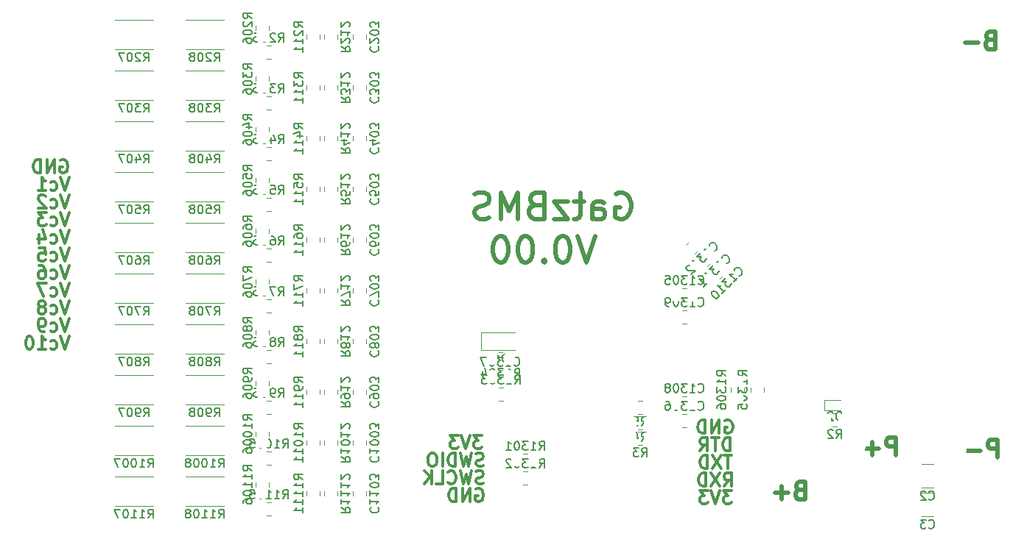
<source format=gbo>
G04 #@! TF.GenerationSoftware,KiCad,Pcbnew,(5.1.10)-1*
G04 #@! TF.CreationDate,2021-09-07T10:06:12+02:00*
G04 #@! TF.ProjectId,GatzBMS,4761747a-424d-4532-9e6b-696361645f70,rev?*
G04 #@! TF.SameCoordinates,Original*
G04 #@! TF.FileFunction,Legend,Bot*
G04 #@! TF.FilePolarity,Positive*
%FSLAX46Y46*%
G04 Gerber Fmt 4.6, Leading zero omitted, Abs format (unit mm)*
G04 Created by KiCad (PCBNEW (5.1.10)-1) date 2021-09-07 10:06:12*
%MOMM*%
%LPD*%
G01*
G04 APERTURE LIST*
%ADD10C,0.500000*%
%ADD11C,0.300000*%
%ADD12C,0.120000*%
%ADD13C,0.150000*%
%ADD14O,1.750000X1.200000*%
%ADD15C,5.700000*%
%ADD16C,3.600000*%
%ADD17R,2.500000X2.500000*%
%ADD18O,2.500000X2.500000*%
%ADD19R,0.600000X0.700000*%
%ADD20R,0.900000X1.200000*%
G04 APERTURE END LIST*
D10*
X373690142Y-112887142D02*
X373404428Y-112982380D01*
X373309190Y-113077619D01*
X373213952Y-113268095D01*
X373213952Y-113553809D01*
X373309190Y-113744285D01*
X373404428Y-113839523D01*
X373594904Y-113934761D01*
X374356809Y-113934761D01*
X374356809Y-111934761D01*
X373690142Y-111934761D01*
X373499666Y-112030000D01*
X373404428Y-112125238D01*
X373309190Y-112315714D01*
X373309190Y-112506190D01*
X373404428Y-112696666D01*
X373499666Y-112791904D01*
X373690142Y-112887142D01*
X374356809Y-112887142D01*
X372356809Y-113172857D02*
X370833000Y-113172857D01*
X374610809Y-160924761D02*
X374610809Y-158924761D01*
X373848904Y-158924761D01*
X373658428Y-159020000D01*
X373563190Y-159115238D01*
X373467952Y-159305714D01*
X373467952Y-159591428D01*
X373563190Y-159781904D01*
X373658428Y-159877142D01*
X373848904Y-159972380D01*
X374610809Y-159972380D01*
X372610809Y-160162857D02*
X371087000Y-160162857D01*
X362926809Y-160670761D02*
X362926809Y-158670761D01*
X362164904Y-158670761D01*
X361974428Y-158766000D01*
X361879190Y-158861238D01*
X361783952Y-159051714D01*
X361783952Y-159337428D01*
X361879190Y-159527904D01*
X361974428Y-159623142D01*
X362164904Y-159718380D01*
X362926809Y-159718380D01*
X360926809Y-159908857D02*
X359403000Y-159908857D01*
X360164904Y-160670761D02*
X360164904Y-159146952D01*
X351846142Y-164703142D02*
X351560428Y-164798380D01*
X351465190Y-164893619D01*
X351369952Y-165084095D01*
X351369952Y-165369809D01*
X351465190Y-165560285D01*
X351560428Y-165655523D01*
X351750904Y-165750761D01*
X352512809Y-165750761D01*
X352512809Y-163750761D01*
X351846142Y-163750761D01*
X351655666Y-163846000D01*
X351560428Y-163941238D01*
X351465190Y-164131714D01*
X351465190Y-164322190D01*
X351560428Y-164512666D01*
X351655666Y-164607904D01*
X351846142Y-164703142D01*
X352512809Y-164703142D01*
X350512809Y-164988857D02*
X348989000Y-164988857D01*
X349750904Y-165750761D02*
X349750904Y-164226952D01*
D11*
X267886142Y-147006571D02*
X267386142Y-148506571D01*
X266886142Y-147006571D01*
X265743285Y-148435142D02*
X265886142Y-148506571D01*
X266171857Y-148506571D01*
X266314714Y-148435142D01*
X266386142Y-148363714D01*
X266457571Y-148220857D01*
X266457571Y-147792285D01*
X266386142Y-147649428D01*
X266314714Y-147578000D01*
X266171857Y-147506571D01*
X265886142Y-147506571D01*
X265743285Y-147578000D01*
X264314714Y-148506571D02*
X265171857Y-148506571D01*
X264743285Y-148506571D02*
X264743285Y-147006571D01*
X264886142Y-147220857D01*
X265029000Y-147363714D01*
X265171857Y-147435142D01*
X263386142Y-147006571D02*
X263243285Y-147006571D01*
X263100428Y-147078000D01*
X263029000Y-147149428D01*
X262957571Y-147292285D01*
X262886142Y-147578000D01*
X262886142Y-147935142D01*
X262957571Y-148220857D01*
X263029000Y-148363714D01*
X263100428Y-148435142D01*
X263243285Y-148506571D01*
X263386142Y-148506571D01*
X263529000Y-148435142D01*
X263600428Y-148363714D01*
X263671857Y-148220857D01*
X263743285Y-147935142D01*
X263743285Y-147578000D01*
X263671857Y-147292285D01*
X263600428Y-147149428D01*
X263529000Y-147078000D01*
X263386142Y-147006571D01*
X267886142Y-144974571D02*
X267386142Y-146474571D01*
X266886142Y-144974571D01*
X265743285Y-146403142D02*
X265886142Y-146474571D01*
X266171857Y-146474571D01*
X266314714Y-146403142D01*
X266386142Y-146331714D01*
X266457571Y-146188857D01*
X266457571Y-145760285D01*
X266386142Y-145617428D01*
X266314714Y-145546000D01*
X266171857Y-145474571D01*
X265886142Y-145474571D01*
X265743285Y-145546000D01*
X265029000Y-146474571D02*
X264743285Y-146474571D01*
X264600428Y-146403142D01*
X264529000Y-146331714D01*
X264386142Y-146117428D01*
X264314714Y-145831714D01*
X264314714Y-145260285D01*
X264386142Y-145117428D01*
X264457571Y-145046000D01*
X264600428Y-144974571D01*
X264886142Y-144974571D01*
X265029000Y-145046000D01*
X265100428Y-145117428D01*
X265171857Y-145260285D01*
X265171857Y-145617428D01*
X265100428Y-145760285D01*
X265029000Y-145831714D01*
X264886142Y-145903142D01*
X264600428Y-145903142D01*
X264457571Y-145831714D01*
X264386142Y-145760285D01*
X264314714Y-145617428D01*
X267886142Y-142942571D02*
X267386142Y-144442571D01*
X266886142Y-142942571D01*
X265743285Y-144371142D02*
X265886142Y-144442571D01*
X266171857Y-144442571D01*
X266314714Y-144371142D01*
X266386142Y-144299714D01*
X266457571Y-144156857D01*
X266457571Y-143728285D01*
X266386142Y-143585428D01*
X266314714Y-143514000D01*
X266171857Y-143442571D01*
X265886142Y-143442571D01*
X265743285Y-143514000D01*
X264886142Y-143585428D02*
X265029000Y-143514000D01*
X265100428Y-143442571D01*
X265171857Y-143299714D01*
X265171857Y-143228285D01*
X265100428Y-143085428D01*
X265029000Y-143014000D01*
X264886142Y-142942571D01*
X264600428Y-142942571D01*
X264457571Y-143014000D01*
X264386142Y-143085428D01*
X264314714Y-143228285D01*
X264314714Y-143299714D01*
X264386142Y-143442571D01*
X264457571Y-143514000D01*
X264600428Y-143585428D01*
X264886142Y-143585428D01*
X265029000Y-143656857D01*
X265100428Y-143728285D01*
X265171857Y-143871142D01*
X265171857Y-144156857D01*
X265100428Y-144299714D01*
X265029000Y-144371142D01*
X264886142Y-144442571D01*
X264600428Y-144442571D01*
X264457571Y-144371142D01*
X264386142Y-144299714D01*
X264314714Y-144156857D01*
X264314714Y-143871142D01*
X264386142Y-143728285D01*
X264457571Y-143656857D01*
X264600428Y-143585428D01*
X267886142Y-140910571D02*
X267386142Y-142410571D01*
X266886142Y-140910571D01*
X265743285Y-142339142D02*
X265886142Y-142410571D01*
X266171857Y-142410571D01*
X266314714Y-142339142D01*
X266386142Y-142267714D01*
X266457571Y-142124857D01*
X266457571Y-141696285D01*
X266386142Y-141553428D01*
X266314714Y-141482000D01*
X266171857Y-141410571D01*
X265886142Y-141410571D01*
X265743285Y-141482000D01*
X265243285Y-140910571D02*
X264243285Y-140910571D01*
X264886142Y-142410571D01*
X267886142Y-138878571D02*
X267386142Y-140378571D01*
X266886142Y-138878571D01*
X265743285Y-140307142D02*
X265886142Y-140378571D01*
X266171857Y-140378571D01*
X266314714Y-140307142D01*
X266386142Y-140235714D01*
X266457571Y-140092857D01*
X266457571Y-139664285D01*
X266386142Y-139521428D01*
X266314714Y-139450000D01*
X266171857Y-139378571D01*
X265886142Y-139378571D01*
X265743285Y-139450000D01*
X264457571Y-138878571D02*
X264743285Y-138878571D01*
X264886142Y-138950000D01*
X264957571Y-139021428D01*
X265100428Y-139235714D01*
X265171857Y-139521428D01*
X265171857Y-140092857D01*
X265100428Y-140235714D01*
X265029000Y-140307142D01*
X264886142Y-140378571D01*
X264600428Y-140378571D01*
X264457571Y-140307142D01*
X264386142Y-140235714D01*
X264314714Y-140092857D01*
X264314714Y-139735714D01*
X264386142Y-139592857D01*
X264457571Y-139521428D01*
X264600428Y-139450000D01*
X264886142Y-139450000D01*
X265029000Y-139521428D01*
X265100428Y-139592857D01*
X265171857Y-139735714D01*
X267886142Y-136846571D02*
X267386142Y-138346571D01*
X266886142Y-136846571D01*
X265743285Y-138275142D02*
X265886142Y-138346571D01*
X266171857Y-138346571D01*
X266314714Y-138275142D01*
X266386142Y-138203714D01*
X266457571Y-138060857D01*
X266457571Y-137632285D01*
X266386142Y-137489428D01*
X266314714Y-137418000D01*
X266171857Y-137346571D01*
X265886142Y-137346571D01*
X265743285Y-137418000D01*
X264386142Y-136846571D02*
X265100428Y-136846571D01*
X265171857Y-137560857D01*
X265100428Y-137489428D01*
X264957571Y-137418000D01*
X264600428Y-137418000D01*
X264457571Y-137489428D01*
X264386142Y-137560857D01*
X264314714Y-137703714D01*
X264314714Y-138060857D01*
X264386142Y-138203714D01*
X264457571Y-138275142D01*
X264600428Y-138346571D01*
X264957571Y-138346571D01*
X265100428Y-138275142D01*
X265171857Y-138203714D01*
X267886142Y-134814571D02*
X267386142Y-136314571D01*
X266886142Y-134814571D01*
X265743285Y-136243142D02*
X265886142Y-136314571D01*
X266171857Y-136314571D01*
X266314714Y-136243142D01*
X266386142Y-136171714D01*
X266457571Y-136028857D01*
X266457571Y-135600285D01*
X266386142Y-135457428D01*
X266314714Y-135386000D01*
X266171857Y-135314571D01*
X265886142Y-135314571D01*
X265743285Y-135386000D01*
X264457571Y-135314571D02*
X264457571Y-136314571D01*
X264814714Y-134743142D02*
X265171857Y-135814571D01*
X264243285Y-135814571D01*
X267886142Y-132782571D02*
X267386142Y-134282571D01*
X266886142Y-132782571D01*
X265743285Y-134211142D02*
X265886142Y-134282571D01*
X266171857Y-134282571D01*
X266314714Y-134211142D01*
X266386142Y-134139714D01*
X266457571Y-133996857D01*
X266457571Y-133568285D01*
X266386142Y-133425428D01*
X266314714Y-133354000D01*
X266171857Y-133282571D01*
X265886142Y-133282571D01*
X265743285Y-133354000D01*
X265243285Y-132782571D02*
X264314714Y-132782571D01*
X264814714Y-133354000D01*
X264600428Y-133354000D01*
X264457571Y-133425428D01*
X264386142Y-133496857D01*
X264314714Y-133639714D01*
X264314714Y-133996857D01*
X264386142Y-134139714D01*
X264457571Y-134211142D01*
X264600428Y-134282571D01*
X265029000Y-134282571D01*
X265171857Y-134211142D01*
X265243285Y-134139714D01*
X267886142Y-130750571D02*
X267386142Y-132250571D01*
X266886142Y-130750571D01*
X265743285Y-132179142D02*
X265886142Y-132250571D01*
X266171857Y-132250571D01*
X266314714Y-132179142D01*
X266386142Y-132107714D01*
X266457571Y-131964857D01*
X266457571Y-131536285D01*
X266386142Y-131393428D01*
X266314714Y-131322000D01*
X266171857Y-131250571D01*
X265886142Y-131250571D01*
X265743285Y-131322000D01*
X265171857Y-130893428D02*
X265100428Y-130822000D01*
X264957571Y-130750571D01*
X264600428Y-130750571D01*
X264457571Y-130822000D01*
X264386142Y-130893428D01*
X264314714Y-131036285D01*
X264314714Y-131179142D01*
X264386142Y-131393428D01*
X265243285Y-132250571D01*
X264314714Y-132250571D01*
X267886142Y-128718571D02*
X267386142Y-130218571D01*
X266886142Y-128718571D01*
X265743285Y-130147142D02*
X265886142Y-130218571D01*
X266171857Y-130218571D01*
X266314714Y-130147142D01*
X266386142Y-130075714D01*
X266457571Y-129932857D01*
X266457571Y-129504285D01*
X266386142Y-129361428D01*
X266314714Y-129290000D01*
X266171857Y-129218571D01*
X265886142Y-129218571D01*
X265743285Y-129290000D01*
X264314714Y-130218571D02*
X265171857Y-130218571D01*
X264743285Y-130218571D02*
X264743285Y-128718571D01*
X264886142Y-128932857D01*
X265029000Y-129075714D01*
X265171857Y-129147142D01*
X266886142Y-126758000D02*
X267029000Y-126686571D01*
X267243285Y-126686571D01*
X267457571Y-126758000D01*
X267600428Y-126900857D01*
X267671857Y-127043714D01*
X267743285Y-127329428D01*
X267743285Y-127543714D01*
X267671857Y-127829428D01*
X267600428Y-127972285D01*
X267457571Y-128115142D01*
X267243285Y-128186571D01*
X267100428Y-128186571D01*
X266886142Y-128115142D01*
X266814714Y-128043714D01*
X266814714Y-127543714D01*
X267100428Y-127543714D01*
X266171857Y-128186571D02*
X266171857Y-126686571D01*
X265314714Y-128186571D01*
X265314714Y-126686571D01*
X264600428Y-128186571D02*
X264600428Y-126686571D01*
X264243285Y-126686571D01*
X264029000Y-126758000D01*
X263886142Y-126900857D01*
X263814714Y-127043714D01*
X263743285Y-127329428D01*
X263743285Y-127543714D01*
X263814714Y-127829428D01*
X263886142Y-127972285D01*
X264029000Y-128115142D01*
X264243285Y-128186571D01*
X264600428Y-128186571D01*
X314638142Y-164604000D02*
X314781000Y-164532571D01*
X314995285Y-164532571D01*
X315209571Y-164604000D01*
X315352428Y-164746857D01*
X315423857Y-164889714D01*
X315495285Y-165175428D01*
X315495285Y-165389714D01*
X315423857Y-165675428D01*
X315352428Y-165818285D01*
X315209571Y-165961142D01*
X314995285Y-166032571D01*
X314852428Y-166032571D01*
X314638142Y-165961142D01*
X314566714Y-165889714D01*
X314566714Y-165389714D01*
X314852428Y-165389714D01*
X313923857Y-166032571D02*
X313923857Y-164532571D01*
X313066714Y-166032571D01*
X313066714Y-164532571D01*
X312352428Y-166032571D02*
X312352428Y-164532571D01*
X311995285Y-164532571D01*
X311781000Y-164604000D01*
X311638142Y-164746857D01*
X311566714Y-164889714D01*
X311495285Y-165175428D01*
X311495285Y-165389714D01*
X311566714Y-165675428D01*
X311638142Y-165818285D01*
X311781000Y-165961142D01*
X311995285Y-166032571D01*
X312352428Y-166032571D01*
X315495285Y-163929142D02*
X315281000Y-164000571D01*
X314923857Y-164000571D01*
X314781000Y-163929142D01*
X314709571Y-163857714D01*
X314638142Y-163714857D01*
X314638142Y-163572000D01*
X314709571Y-163429142D01*
X314781000Y-163357714D01*
X314923857Y-163286285D01*
X315209571Y-163214857D01*
X315352428Y-163143428D01*
X315423857Y-163072000D01*
X315495285Y-162929142D01*
X315495285Y-162786285D01*
X315423857Y-162643428D01*
X315352428Y-162572000D01*
X315209571Y-162500571D01*
X314852428Y-162500571D01*
X314638142Y-162572000D01*
X314138142Y-162500571D02*
X313781000Y-164000571D01*
X313495285Y-162929142D01*
X313209571Y-164000571D01*
X312852428Y-162500571D01*
X311423857Y-163857714D02*
X311495285Y-163929142D01*
X311709571Y-164000571D01*
X311852428Y-164000571D01*
X312066714Y-163929142D01*
X312209571Y-163786285D01*
X312281000Y-163643428D01*
X312352428Y-163357714D01*
X312352428Y-163143428D01*
X312281000Y-162857714D01*
X312209571Y-162714857D01*
X312066714Y-162572000D01*
X311852428Y-162500571D01*
X311709571Y-162500571D01*
X311495285Y-162572000D01*
X311423857Y-162643428D01*
X310066714Y-164000571D02*
X310781000Y-164000571D01*
X310781000Y-162500571D01*
X309566714Y-164000571D02*
X309566714Y-162500571D01*
X308709571Y-164000571D02*
X309352428Y-163143428D01*
X308709571Y-162500571D02*
X309566714Y-163357714D01*
X315495285Y-161897142D02*
X315281000Y-161968571D01*
X314923857Y-161968571D01*
X314781000Y-161897142D01*
X314709571Y-161825714D01*
X314638142Y-161682857D01*
X314638142Y-161540000D01*
X314709571Y-161397142D01*
X314781000Y-161325714D01*
X314923857Y-161254285D01*
X315209571Y-161182857D01*
X315352428Y-161111428D01*
X315423857Y-161040000D01*
X315495285Y-160897142D01*
X315495285Y-160754285D01*
X315423857Y-160611428D01*
X315352428Y-160540000D01*
X315209571Y-160468571D01*
X314852428Y-160468571D01*
X314638142Y-160540000D01*
X314138142Y-160468571D02*
X313781000Y-161968571D01*
X313495285Y-160897142D01*
X313209571Y-161968571D01*
X312852428Y-160468571D01*
X312281000Y-161968571D02*
X312281000Y-160468571D01*
X311923857Y-160468571D01*
X311709571Y-160540000D01*
X311566714Y-160682857D01*
X311495285Y-160825714D01*
X311423857Y-161111428D01*
X311423857Y-161325714D01*
X311495285Y-161611428D01*
X311566714Y-161754285D01*
X311709571Y-161897142D01*
X311923857Y-161968571D01*
X312281000Y-161968571D01*
X310781000Y-161968571D02*
X310781000Y-160468571D01*
X309781000Y-160468571D02*
X309495285Y-160468571D01*
X309352428Y-160540000D01*
X309209571Y-160682857D01*
X309138142Y-160968571D01*
X309138142Y-161468571D01*
X309209571Y-161754285D01*
X309352428Y-161897142D01*
X309495285Y-161968571D01*
X309781000Y-161968571D01*
X309923857Y-161897142D01*
X310066714Y-161754285D01*
X310138142Y-161468571D01*
X310138142Y-160968571D01*
X310066714Y-160682857D01*
X309923857Y-160540000D01*
X309781000Y-160468571D01*
X315312714Y-158436571D02*
X314384142Y-158436571D01*
X314884142Y-159008000D01*
X314669857Y-159008000D01*
X314527000Y-159079428D01*
X314455571Y-159150857D01*
X314384142Y-159293714D01*
X314384142Y-159650857D01*
X314455571Y-159793714D01*
X314527000Y-159865142D01*
X314669857Y-159936571D01*
X315098428Y-159936571D01*
X315241285Y-159865142D01*
X315312714Y-159793714D01*
X313955571Y-158436571D02*
X313455571Y-159936571D01*
X312955571Y-158436571D01*
X312598428Y-158436571D02*
X311669857Y-158436571D01*
X312169857Y-159008000D01*
X311955571Y-159008000D01*
X311812714Y-159079428D01*
X311741285Y-159150857D01*
X311669857Y-159293714D01*
X311669857Y-159650857D01*
X311741285Y-159793714D01*
X311812714Y-159865142D01*
X311955571Y-159936571D01*
X312384142Y-159936571D01*
X312527000Y-159865142D01*
X312598428Y-159793714D01*
X343995142Y-164786571D02*
X343066571Y-164786571D01*
X343566571Y-165358000D01*
X343352285Y-165358000D01*
X343209428Y-165429428D01*
X343138000Y-165500857D01*
X343066571Y-165643714D01*
X343066571Y-166000857D01*
X343138000Y-166143714D01*
X343209428Y-166215142D01*
X343352285Y-166286571D01*
X343780857Y-166286571D01*
X343923714Y-166215142D01*
X343995142Y-166143714D01*
X342638000Y-164786571D02*
X342138000Y-166286571D01*
X341638000Y-164786571D01*
X341280857Y-164786571D02*
X340352285Y-164786571D01*
X340852285Y-165358000D01*
X340638000Y-165358000D01*
X340495142Y-165429428D01*
X340423714Y-165500857D01*
X340352285Y-165643714D01*
X340352285Y-166000857D01*
X340423714Y-166143714D01*
X340495142Y-166215142D01*
X340638000Y-166286571D01*
X341066571Y-166286571D01*
X341209428Y-166215142D01*
X341280857Y-166143714D01*
X343138000Y-164254571D02*
X343638000Y-163540285D01*
X343995142Y-164254571D02*
X343995142Y-162754571D01*
X343423714Y-162754571D01*
X343280857Y-162826000D01*
X343209428Y-162897428D01*
X343138000Y-163040285D01*
X343138000Y-163254571D01*
X343209428Y-163397428D01*
X343280857Y-163468857D01*
X343423714Y-163540285D01*
X343995142Y-163540285D01*
X342638000Y-162754571D02*
X341638000Y-164254571D01*
X341638000Y-162754571D02*
X342638000Y-164254571D01*
X341066571Y-164254571D02*
X341066571Y-162754571D01*
X340709428Y-162754571D01*
X340495142Y-162826000D01*
X340352285Y-162968857D01*
X340280857Y-163111714D01*
X340209428Y-163397428D01*
X340209428Y-163611714D01*
X340280857Y-163897428D01*
X340352285Y-164040285D01*
X340495142Y-164183142D01*
X340709428Y-164254571D01*
X341066571Y-164254571D01*
X344030857Y-160722571D02*
X343173714Y-160722571D01*
X343602285Y-162222571D02*
X343602285Y-160722571D01*
X342816571Y-160722571D02*
X341816571Y-162222571D01*
X341816571Y-160722571D02*
X342816571Y-162222571D01*
X341245142Y-162222571D02*
X341245142Y-160722571D01*
X340888000Y-160722571D01*
X340673714Y-160794000D01*
X340530857Y-160936857D01*
X340459428Y-161079714D01*
X340388000Y-161365428D01*
X340388000Y-161579714D01*
X340459428Y-161865428D01*
X340530857Y-162008285D01*
X340673714Y-162151142D01*
X340888000Y-162222571D01*
X341245142Y-162222571D01*
X343852285Y-160190571D02*
X343852285Y-158690571D01*
X343495142Y-158690571D01*
X343280857Y-158762000D01*
X343138000Y-158904857D01*
X343066571Y-159047714D01*
X342995142Y-159333428D01*
X342995142Y-159547714D01*
X343066571Y-159833428D01*
X343138000Y-159976285D01*
X343280857Y-160119142D01*
X343495142Y-160190571D01*
X343852285Y-160190571D01*
X342566571Y-158690571D02*
X341709428Y-158690571D01*
X342138000Y-160190571D02*
X342138000Y-158690571D01*
X340352285Y-160190571D02*
X340852285Y-159476285D01*
X341209428Y-160190571D02*
X341209428Y-158690571D01*
X340638000Y-158690571D01*
X340495142Y-158762000D01*
X340423714Y-158833428D01*
X340352285Y-158976285D01*
X340352285Y-159190571D01*
X340423714Y-159333428D01*
X340495142Y-159404857D01*
X340638000Y-159476285D01*
X341209428Y-159476285D01*
X343280857Y-156730000D02*
X343423714Y-156658571D01*
X343638000Y-156658571D01*
X343852285Y-156730000D01*
X343995142Y-156872857D01*
X344066571Y-157015714D01*
X344138000Y-157301428D01*
X344138000Y-157515714D01*
X344066571Y-157801428D01*
X343995142Y-157944285D01*
X343852285Y-158087142D01*
X343638000Y-158158571D01*
X343495142Y-158158571D01*
X343280857Y-158087142D01*
X343209428Y-158015714D01*
X343209428Y-157515714D01*
X343495142Y-157515714D01*
X342566571Y-158158571D02*
X342566571Y-156658571D01*
X341709428Y-158158571D01*
X341709428Y-156658571D01*
X340995142Y-158158571D02*
X340995142Y-156658571D01*
X340638000Y-156658571D01*
X340423714Y-156730000D01*
X340280857Y-156872857D01*
X340209428Y-157015714D01*
X340138000Y-157301428D01*
X340138000Y-157515714D01*
X340209428Y-157801428D01*
X340280857Y-157944285D01*
X340423714Y-158087142D01*
X340638000Y-158158571D01*
X340995142Y-158158571D01*
D10*
X330754571Y-130620000D02*
X331040285Y-130477142D01*
X331468857Y-130477142D01*
X331897428Y-130620000D01*
X332183142Y-130905714D01*
X332326000Y-131191428D01*
X332468857Y-131762857D01*
X332468857Y-132191428D01*
X332326000Y-132762857D01*
X332183142Y-133048571D01*
X331897428Y-133334285D01*
X331468857Y-133477142D01*
X331183142Y-133477142D01*
X330754571Y-133334285D01*
X330611714Y-133191428D01*
X330611714Y-132191428D01*
X331183142Y-132191428D01*
X328040285Y-133477142D02*
X328040285Y-131905714D01*
X328183142Y-131620000D01*
X328468857Y-131477142D01*
X329040285Y-131477142D01*
X329326000Y-131620000D01*
X328040285Y-133334285D02*
X328326000Y-133477142D01*
X329040285Y-133477142D01*
X329326000Y-133334285D01*
X329468857Y-133048571D01*
X329468857Y-132762857D01*
X329326000Y-132477142D01*
X329040285Y-132334285D01*
X328326000Y-132334285D01*
X328040285Y-132191428D01*
X327040285Y-131477142D02*
X325897428Y-131477142D01*
X326611714Y-130477142D02*
X326611714Y-133048571D01*
X326468857Y-133334285D01*
X326183142Y-133477142D01*
X325897428Y-133477142D01*
X325183142Y-131477142D02*
X323611714Y-131477142D01*
X325183142Y-133477142D01*
X323611714Y-133477142D01*
X321468857Y-131905714D02*
X321040285Y-132048571D01*
X320897428Y-132191428D01*
X320754571Y-132477142D01*
X320754571Y-132905714D01*
X320897428Y-133191428D01*
X321040285Y-133334285D01*
X321326000Y-133477142D01*
X322468857Y-133477142D01*
X322468857Y-130477142D01*
X321468857Y-130477142D01*
X321183142Y-130620000D01*
X321040285Y-130762857D01*
X320897428Y-131048571D01*
X320897428Y-131334285D01*
X321040285Y-131620000D01*
X321183142Y-131762857D01*
X321468857Y-131905714D01*
X322468857Y-131905714D01*
X319468857Y-133477142D02*
X319468857Y-130477142D01*
X318468857Y-132620000D01*
X317468857Y-130477142D01*
X317468857Y-133477142D01*
X316183142Y-133334285D02*
X315754571Y-133477142D01*
X315040285Y-133477142D01*
X314754571Y-133334285D01*
X314611714Y-133191428D01*
X314468857Y-132905714D01*
X314468857Y-132620000D01*
X314611714Y-132334285D01*
X314754571Y-132191428D01*
X315040285Y-132048571D01*
X315611714Y-131905714D01*
X315897428Y-131762857D01*
X316040285Y-131620000D01*
X316183142Y-131334285D01*
X316183142Y-131048571D01*
X316040285Y-130762857D01*
X315897428Y-130620000D01*
X315611714Y-130477142D01*
X314897428Y-130477142D01*
X314468857Y-130620000D01*
X328326000Y-135477142D02*
X327326000Y-138477142D01*
X326326000Y-135477142D01*
X324754571Y-135477142D02*
X324468857Y-135477142D01*
X324183142Y-135620000D01*
X324040285Y-135762857D01*
X323897428Y-136048571D01*
X323754571Y-136620000D01*
X323754571Y-137334285D01*
X323897428Y-137905714D01*
X324040285Y-138191428D01*
X324183142Y-138334285D01*
X324468857Y-138477142D01*
X324754571Y-138477142D01*
X325040285Y-138334285D01*
X325183142Y-138191428D01*
X325326000Y-137905714D01*
X325468857Y-137334285D01*
X325468857Y-136620000D01*
X325326000Y-136048571D01*
X325183142Y-135762857D01*
X325040285Y-135620000D01*
X324754571Y-135477142D01*
X322468857Y-138191428D02*
X322326000Y-138334285D01*
X322468857Y-138477142D01*
X322611714Y-138334285D01*
X322468857Y-138191428D01*
X322468857Y-138477142D01*
X320468857Y-135477142D02*
X320183142Y-135477142D01*
X319897428Y-135620000D01*
X319754571Y-135762857D01*
X319611714Y-136048571D01*
X319468857Y-136620000D01*
X319468857Y-137334285D01*
X319611714Y-137905714D01*
X319754571Y-138191428D01*
X319897428Y-138334285D01*
X320183142Y-138477142D01*
X320468857Y-138477142D01*
X320754571Y-138334285D01*
X320897428Y-138191428D01*
X321040285Y-137905714D01*
X321183142Y-137334285D01*
X321183142Y-136620000D01*
X321040285Y-136048571D01*
X320897428Y-135762857D01*
X320754571Y-135620000D01*
X320468857Y-135477142D01*
X317611714Y-135477142D02*
X317326000Y-135477142D01*
X317040285Y-135620000D01*
X316897428Y-135762857D01*
X316754571Y-136048571D01*
X316611714Y-136620000D01*
X316611714Y-137334285D01*
X316754571Y-137905714D01*
X316897428Y-138191428D01*
X317040285Y-138334285D01*
X317326000Y-138477142D01*
X317611714Y-138477142D01*
X317897428Y-138334285D01*
X318040285Y-138191428D01*
X318183142Y-137905714D01*
X318326000Y-137334285D01*
X318326000Y-136620000D01*
X318183142Y-136048571D01*
X318040285Y-135762857D01*
X317897428Y-135620000D01*
X317611714Y-135477142D01*
D12*
X365810748Y-167730000D02*
X367233252Y-167730000D01*
X365810748Y-165010000D02*
X367233252Y-165010000D01*
X365810748Y-164428000D02*
X367233252Y-164428000D01*
X365810748Y-161708000D02*
X367233252Y-161708000D01*
X333274936Y-157707000D02*
X333729064Y-157707000D01*
X333274936Y-156237000D02*
X333729064Y-156237000D01*
X333274936Y-155929000D02*
X333729064Y-155929000D01*
X333274936Y-154459000D02*
X333729064Y-154459000D01*
X333290936Y-159485000D02*
X333745064Y-159485000D01*
X333290936Y-158015000D02*
X333745064Y-158015000D01*
X355642936Y-155889000D02*
X356097064Y-155889000D01*
X355642936Y-157359000D02*
X356097064Y-157359000D01*
X356554000Y-154340000D02*
X354704000Y-154340000D01*
X356554000Y-155540000D02*
X354704000Y-155540000D01*
X354704000Y-155540000D02*
X354704000Y-154340000D01*
X315250000Y-148574000D02*
X319150000Y-148574000D01*
X315250000Y-146574000D02*
X319150000Y-146574000D01*
X315250000Y-148574000D02*
X315250000Y-146574000D01*
X297207000Y-165327064D02*
X297207000Y-164872936D01*
X298677000Y-165327064D02*
X298677000Y-164872936D01*
X296645000Y-164872936D02*
X296645000Y-165327064D01*
X295175000Y-164872936D02*
X295175000Y-165327064D01*
X281286936Y-163136000D02*
X285641064Y-163136000D01*
X281286936Y-166556000D02*
X285641064Y-166556000D01*
X273158936Y-163136000D02*
X277513064Y-163136000D01*
X273158936Y-166556000D02*
X277513064Y-166556000D01*
X290803000Y-163856936D02*
X290803000Y-164311064D01*
X289333000Y-163856936D02*
X289333000Y-164311064D01*
X291057064Y-167613000D02*
X290602936Y-167613000D01*
X291057064Y-166143000D02*
X290602936Y-166143000D01*
X298677000Y-159485064D02*
X298677000Y-159030936D01*
X297207000Y-159485064D02*
X297207000Y-159030936D01*
X295175000Y-159030936D02*
X295175000Y-159485064D01*
X296645000Y-159030936D02*
X296645000Y-159485064D01*
X281286936Y-160714000D02*
X285641064Y-160714000D01*
X281286936Y-157294000D02*
X285641064Y-157294000D01*
X273158936Y-160714000D02*
X277513064Y-160714000D01*
X273158936Y-157294000D02*
X277513064Y-157294000D01*
X289333000Y-158014936D02*
X289333000Y-158469064D01*
X290803000Y-158014936D02*
X290803000Y-158469064D01*
X291057064Y-160301000D02*
X290602936Y-160301000D01*
X291057064Y-161771000D02*
X290602936Y-161771000D01*
X298677000Y-153643064D02*
X298677000Y-153188936D01*
X297207000Y-153643064D02*
X297207000Y-153188936D01*
X295175000Y-153188936D02*
X295175000Y-153643064D01*
X296645000Y-153188936D02*
X296645000Y-153643064D01*
X281286936Y-154872000D02*
X285641064Y-154872000D01*
X281286936Y-151452000D02*
X285641064Y-151452000D01*
X273158936Y-154872000D02*
X277513064Y-154872000D01*
X273158936Y-151452000D02*
X277513064Y-151452000D01*
X289333000Y-152172936D02*
X289333000Y-152627064D01*
X290803000Y-152172936D02*
X290803000Y-152627064D01*
X291057064Y-154459000D02*
X290602936Y-154459000D01*
X291057064Y-155929000D02*
X290602936Y-155929000D01*
X298677000Y-147801064D02*
X298677000Y-147346936D01*
X297207000Y-147801064D02*
X297207000Y-147346936D01*
X295175000Y-147346936D02*
X295175000Y-147801064D01*
X296645000Y-147346936D02*
X296645000Y-147801064D01*
X281286936Y-149030000D02*
X285641064Y-149030000D01*
X281286936Y-145610000D02*
X285641064Y-145610000D01*
X273158936Y-149030000D02*
X277513064Y-149030000D01*
X273158936Y-145610000D02*
X277513064Y-145610000D01*
X289333000Y-146330936D02*
X289333000Y-146785064D01*
X290803000Y-146330936D02*
X290803000Y-146785064D01*
X291057064Y-148617000D02*
X290602936Y-148617000D01*
X291057064Y-150087000D02*
X290602936Y-150087000D01*
X298677000Y-141959064D02*
X298677000Y-141504936D01*
X297207000Y-141959064D02*
X297207000Y-141504936D01*
X295175000Y-141504936D02*
X295175000Y-141959064D01*
X296645000Y-141504936D02*
X296645000Y-141959064D01*
X281286936Y-143188000D02*
X285641064Y-143188000D01*
X281286936Y-139768000D02*
X285641064Y-139768000D01*
X273158936Y-143188000D02*
X277513064Y-143188000D01*
X273158936Y-139768000D02*
X277513064Y-139768000D01*
X289333000Y-140488936D02*
X289333000Y-140943064D01*
X290803000Y-140488936D02*
X290803000Y-140943064D01*
X291057064Y-142775000D02*
X290602936Y-142775000D01*
X291057064Y-144245000D02*
X290602936Y-144245000D01*
X298677000Y-136117064D02*
X298677000Y-135662936D01*
X297207000Y-136117064D02*
X297207000Y-135662936D01*
X295175000Y-135662936D02*
X295175000Y-136117064D01*
X296645000Y-135662936D02*
X296645000Y-136117064D01*
X281286936Y-137346000D02*
X285641064Y-137346000D01*
X281286936Y-133926000D02*
X285641064Y-133926000D01*
X273158936Y-137346000D02*
X277513064Y-137346000D01*
X273158936Y-133926000D02*
X277513064Y-133926000D01*
X289333000Y-134646936D02*
X289333000Y-135101064D01*
X290803000Y-134646936D02*
X290803000Y-135101064D01*
X291057064Y-136933000D02*
X290602936Y-136933000D01*
X291057064Y-138403000D02*
X290602936Y-138403000D01*
X298677000Y-130275064D02*
X298677000Y-129820936D01*
X297207000Y-130275064D02*
X297207000Y-129820936D01*
X295175000Y-129820936D02*
X295175000Y-130275064D01*
X296645000Y-129820936D02*
X296645000Y-130275064D01*
X281286936Y-131504000D02*
X285641064Y-131504000D01*
X281286936Y-128084000D02*
X285641064Y-128084000D01*
X273158936Y-131504000D02*
X277513064Y-131504000D01*
X273158936Y-128084000D02*
X277513064Y-128084000D01*
X289333000Y-128804936D02*
X289333000Y-129259064D01*
X290803000Y-128804936D02*
X290803000Y-129259064D01*
X291057064Y-131091000D02*
X290602936Y-131091000D01*
X291057064Y-132561000D02*
X290602936Y-132561000D01*
X298677000Y-124433064D02*
X298677000Y-123978936D01*
X297207000Y-124433064D02*
X297207000Y-123978936D01*
X295175000Y-123978936D02*
X295175000Y-124433064D01*
X296645000Y-123978936D02*
X296645000Y-124433064D01*
X281286936Y-125662000D02*
X285641064Y-125662000D01*
X281286936Y-122242000D02*
X285641064Y-122242000D01*
X273158936Y-125662000D02*
X277513064Y-125662000D01*
X273158936Y-122242000D02*
X277513064Y-122242000D01*
X289333000Y-122962936D02*
X289333000Y-123417064D01*
X290803000Y-122962936D02*
X290803000Y-123417064D01*
X291057064Y-125249000D02*
X290602936Y-125249000D01*
X291057064Y-126719000D02*
X290602936Y-126719000D01*
X298677000Y-118591064D02*
X298677000Y-118136936D01*
X297207000Y-118591064D02*
X297207000Y-118136936D01*
X295175000Y-118136936D02*
X295175000Y-118591064D01*
X296645000Y-118136936D02*
X296645000Y-118591064D01*
X281286936Y-119820000D02*
X285641064Y-119820000D01*
X281286936Y-116400000D02*
X285641064Y-116400000D01*
X273158936Y-119820000D02*
X277513064Y-119820000D01*
X273158936Y-116400000D02*
X277513064Y-116400000D01*
X289333000Y-117120936D02*
X289333000Y-117575064D01*
X290803000Y-117120936D02*
X290803000Y-117575064D01*
X291057064Y-119407000D02*
X290602936Y-119407000D01*
X291057064Y-120877000D02*
X290602936Y-120877000D01*
X298677000Y-112749064D02*
X298677000Y-112294936D01*
X297207000Y-112749064D02*
X297207000Y-112294936D01*
X295175000Y-112294936D02*
X295175000Y-112749064D01*
X296645000Y-112294936D02*
X296645000Y-112749064D01*
X281286936Y-113978000D02*
X285641064Y-113978000D01*
X281286936Y-110558000D02*
X285641064Y-110558000D01*
X273158936Y-113978000D02*
X277513064Y-113978000D01*
X273158936Y-110558000D02*
X277513064Y-110558000D01*
X289333000Y-111278936D02*
X289333000Y-111733064D01*
X290803000Y-111278936D02*
X290803000Y-111733064D01*
X291057064Y-113565000D02*
X290602936Y-113565000D01*
X291057064Y-115035000D02*
X290602936Y-115035000D01*
X300509000Y-165361252D02*
X300509000Y-164838748D01*
X301979000Y-165361252D02*
X301979000Y-164838748D01*
X301979000Y-159519252D02*
X301979000Y-158996748D01*
X300509000Y-159519252D02*
X300509000Y-158996748D01*
X301979000Y-153677252D02*
X301979000Y-153154748D01*
X300509000Y-153677252D02*
X300509000Y-153154748D01*
X301979000Y-147835252D02*
X301979000Y-147312748D01*
X300509000Y-147835252D02*
X300509000Y-147312748D01*
X301979000Y-141993252D02*
X301979000Y-141470748D01*
X300509000Y-141993252D02*
X300509000Y-141470748D01*
X301979000Y-136151252D02*
X301979000Y-135628748D01*
X300509000Y-136151252D02*
X300509000Y-135628748D01*
X301979000Y-130309252D02*
X301979000Y-129786748D01*
X300509000Y-130309252D02*
X300509000Y-129786748D01*
X301979000Y-124467252D02*
X301979000Y-123944748D01*
X300509000Y-124467252D02*
X300509000Y-123944748D01*
X301979000Y-118625252D02*
X301979000Y-118102748D01*
X300509000Y-118625252D02*
X300509000Y-118102748D01*
X301979000Y-112783252D02*
X301979000Y-112260748D01*
X300509000Y-112783252D02*
X300509000Y-112260748D01*
X317256936Y-148871000D02*
X317711064Y-148871000D01*
X317256936Y-150341000D02*
X317711064Y-150341000D01*
X320537064Y-164057000D02*
X320082936Y-164057000D01*
X320537064Y-162587000D02*
X320082936Y-162587000D01*
X320537064Y-162025000D02*
X320082936Y-162025000D01*
X320537064Y-160555000D02*
X320082936Y-160555000D01*
X338744753Y-136473277D02*
X339114220Y-136103810D01*
X339784200Y-137512724D02*
X340153667Y-137143257D01*
X340181594Y-137910118D02*
X340551061Y-137540651D01*
X341221041Y-138949565D02*
X341590508Y-138580098D01*
X341618435Y-139346959D02*
X341987902Y-138977492D01*
X342657882Y-140386406D02*
X343027349Y-140016939D01*
X345413000Y-152934936D02*
X345413000Y-153389064D01*
X343943000Y-152934936D02*
X343943000Y-153389064D01*
X317727064Y-154405000D02*
X317272936Y-154405000D01*
X317727064Y-152935000D02*
X317272936Y-152935000D01*
X338843252Y-145515000D02*
X338320748Y-145515000D01*
X338843252Y-144045000D02*
X338320748Y-144045000D01*
X317695252Y-152373000D02*
X317172748Y-152373000D01*
X317695252Y-150903000D02*
X317172748Y-150903000D01*
X338843252Y-155421000D02*
X338320748Y-155421000D01*
X338843252Y-153951000D02*
X338320748Y-153951000D01*
X338843252Y-157453000D02*
X338320748Y-157453000D01*
X338843252Y-155983000D02*
X338320748Y-155983000D01*
X338843252Y-142975000D02*
X338320748Y-142975000D01*
X338843252Y-141505000D02*
X338320748Y-141505000D01*
X347699000Y-152934936D02*
X347699000Y-153389064D01*
X346229000Y-152934936D02*
X346229000Y-153389064D01*
D13*
X366688666Y-169027142D02*
X366736285Y-169074761D01*
X366879142Y-169122380D01*
X366974380Y-169122380D01*
X367117238Y-169074761D01*
X367212476Y-168979523D01*
X367260095Y-168884285D01*
X367307714Y-168693809D01*
X367307714Y-168550952D01*
X367260095Y-168360476D01*
X367212476Y-168265238D01*
X367117238Y-168170000D01*
X366974380Y-168122380D01*
X366879142Y-168122380D01*
X366736285Y-168170000D01*
X366688666Y-168217619D01*
X366355333Y-168122380D02*
X365736285Y-168122380D01*
X366069619Y-168503333D01*
X365926761Y-168503333D01*
X365831523Y-168550952D01*
X365783904Y-168598571D01*
X365736285Y-168693809D01*
X365736285Y-168931904D01*
X365783904Y-169027142D01*
X365831523Y-169074761D01*
X365926761Y-169122380D01*
X366212476Y-169122380D01*
X366307714Y-169074761D01*
X366355333Y-169027142D01*
X366688666Y-165725142D02*
X366736285Y-165772761D01*
X366879142Y-165820380D01*
X366974380Y-165820380D01*
X367117238Y-165772761D01*
X367212476Y-165677523D01*
X367260095Y-165582285D01*
X367307714Y-165391809D01*
X367307714Y-165248952D01*
X367260095Y-165058476D01*
X367212476Y-164963238D01*
X367117238Y-164868000D01*
X366974380Y-164820380D01*
X366879142Y-164820380D01*
X366736285Y-164868000D01*
X366688666Y-164915619D01*
X366307714Y-164915619D02*
X366260095Y-164868000D01*
X366164857Y-164820380D01*
X365926761Y-164820380D01*
X365831523Y-164868000D01*
X365783904Y-164915619D01*
X365736285Y-165010857D01*
X365736285Y-165106095D01*
X365783904Y-165248952D01*
X366355333Y-165820380D01*
X365736285Y-165820380D01*
X333668666Y-159074380D02*
X334002000Y-158598190D01*
X334240095Y-159074380D02*
X334240095Y-158074380D01*
X333859142Y-158074380D01*
X333763904Y-158122000D01*
X333716285Y-158169619D01*
X333668666Y-158264857D01*
X333668666Y-158407714D01*
X333716285Y-158502952D01*
X333763904Y-158550571D01*
X333859142Y-158598190D01*
X334240095Y-158598190D01*
X332811523Y-158407714D02*
X332811523Y-159074380D01*
X333049619Y-158026761D02*
X333287714Y-158741047D01*
X332668666Y-158741047D01*
X333668666Y-157296380D02*
X334002000Y-156820190D01*
X334240095Y-157296380D02*
X334240095Y-156296380D01*
X333859142Y-156296380D01*
X333763904Y-156344000D01*
X333716285Y-156391619D01*
X333668666Y-156486857D01*
X333668666Y-156629714D01*
X333716285Y-156724952D01*
X333763904Y-156772571D01*
X333859142Y-156820190D01*
X334240095Y-156820190D01*
X332763904Y-156296380D02*
X333240095Y-156296380D01*
X333287714Y-156772571D01*
X333240095Y-156724952D01*
X333144857Y-156677333D01*
X332906761Y-156677333D01*
X332811523Y-156724952D01*
X332763904Y-156772571D01*
X332716285Y-156867809D01*
X332716285Y-157105904D01*
X332763904Y-157201142D01*
X332811523Y-157248761D01*
X332906761Y-157296380D01*
X333144857Y-157296380D01*
X333240095Y-157248761D01*
X333287714Y-157201142D01*
X333684666Y-160852380D02*
X334018000Y-160376190D01*
X334256095Y-160852380D02*
X334256095Y-159852380D01*
X333875142Y-159852380D01*
X333779904Y-159900000D01*
X333732285Y-159947619D01*
X333684666Y-160042857D01*
X333684666Y-160185714D01*
X333732285Y-160280952D01*
X333779904Y-160328571D01*
X333875142Y-160376190D01*
X334256095Y-160376190D01*
X333351333Y-159852380D02*
X332732285Y-159852380D01*
X333065619Y-160233333D01*
X332922761Y-160233333D01*
X332827523Y-160280952D01*
X332779904Y-160328571D01*
X332732285Y-160423809D01*
X332732285Y-160661904D01*
X332779904Y-160757142D01*
X332827523Y-160804761D01*
X332922761Y-160852380D01*
X333208476Y-160852380D01*
X333303714Y-160804761D01*
X333351333Y-160757142D01*
X356036666Y-158726380D02*
X356370000Y-158250190D01*
X356608095Y-158726380D02*
X356608095Y-157726380D01*
X356227142Y-157726380D01*
X356131904Y-157774000D01*
X356084285Y-157821619D01*
X356036666Y-157916857D01*
X356036666Y-158059714D01*
X356084285Y-158154952D01*
X356131904Y-158202571D01*
X356227142Y-158250190D01*
X356608095Y-158250190D01*
X355655714Y-157821619D02*
X355608095Y-157774000D01*
X355512857Y-157726380D01*
X355274761Y-157726380D01*
X355179523Y-157774000D01*
X355131904Y-157821619D01*
X355084285Y-157916857D01*
X355084285Y-158012095D01*
X355131904Y-158154952D01*
X355703333Y-158726380D01*
X355084285Y-158726380D01*
X356592095Y-156692380D02*
X356592095Y-155692380D01*
X356354000Y-155692380D01*
X356211142Y-155740000D01*
X356115904Y-155835238D01*
X356068285Y-155930476D01*
X356020666Y-156120952D01*
X356020666Y-156263809D01*
X356068285Y-156454285D01*
X356115904Y-156549523D01*
X356211142Y-156644761D01*
X356354000Y-156692380D01*
X356592095Y-156692380D01*
X355639714Y-155787619D02*
X355592095Y-155740000D01*
X355496857Y-155692380D01*
X355258761Y-155692380D01*
X355163523Y-155740000D01*
X355115904Y-155787619D01*
X355068285Y-155882857D01*
X355068285Y-155978095D01*
X355115904Y-156120952D01*
X355687333Y-156692380D01*
X355068285Y-156692380D01*
X318238095Y-150026380D02*
X318238095Y-149026380D01*
X318000000Y-149026380D01*
X317857142Y-149074000D01*
X317761904Y-149169238D01*
X317714285Y-149264476D01*
X317666666Y-149454952D01*
X317666666Y-149597809D01*
X317714285Y-149788285D01*
X317761904Y-149883523D01*
X317857142Y-149978761D01*
X318000000Y-150026380D01*
X318238095Y-150026380D01*
X316714285Y-150026380D02*
X317285714Y-150026380D01*
X317000000Y-150026380D02*
X317000000Y-149026380D01*
X317095238Y-149169238D01*
X317190476Y-149264476D01*
X317285714Y-149312095D01*
X299139619Y-166695238D02*
X299615809Y-167028571D01*
X299139619Y-167266666D02*
X300139619Y-167266666D01*
X300139619Y-166885714D01*
X300092000Y-166790476D01*
X300044380Y-166742857D01*
X299949142Y-166695238D01*
X299806285Y-166695238D01*
X299711047Y-166742857D01*
X299663428Y-166790476D01*
X299615809Y-166885714D01*
X299615809Y-167266666D01*
X299139619Y-165742857D02*
X299139619Y-166314285D01*
X299139619Y-166028571D02*
X300139619Y-166028571D01*
X299996761Y-166123809D01*
X299901523Y-166219047D01*
X299853904Y-166314285D01*
X299139619Y-164790476D02*
X299139619Y-165361904D01*
X299139619Y-165076190D02*
X300139619Y-165076190D01*
X299996761Y-165171428D01*
X299901523Y-165266666D01*
X299853904Y-165361904D01*
X299139619Y-163838095D02*
X299139619Y-164409523D01*
X299139619Y-164123809D02*
X300139619Y-164123809D01*
X299996761Y-164219047D01*
X299901523Y-164314285D01*
X299853904Y-164409523D01*
X300044380Y-163457142D02*
X300092000Y-163409523D01*
X300139619Y-163314285D01*
X300139619Y-163076190D01*
X300092000Y-162980952D01*
X300044380Y-162933333D01*
X299949142Y-162885714D01*
X299853904Y-162885714D01*
X299711047Y-162933333D01*
X299139619Y-163504761D01*
X299139619Y-162885714D01*
X294712380Y-163504761D02*
X294236190Y-163171428D01*
X294712380Y-162933333D02*
X293712380Y-162933333D01*
X293712380Y-163314285D01*
X293760000Y-163409523D01*
X293807619Y-163457142D01*
X293902857Y-163504761D01*
X294045714Y-163504761D01*
X294140952Y-163457142D01*
X294188571Y-163409523D01*
X294236190Y-163314285D01*
X294236190Y-162933333D01*
X294712380Y-164457142D02*
X294712380Y-163885714D01*
X294712380Y-164171428D02*
X293712380Y-164171428D01*
X293855238Y-164076190D01*
X293950476Y-163980952D01*
X293998095Y-163885714D01*
X294712380Y-165409523D02*
X294712380Y-164838095D01*
X294712380Y-165123809D02*
X293712380Y-165123809D01*
X293855238Y-165028571D01*
X293950476Y-164933333D01*
X293998095Y-164838095D01*
X294712380Y-166361904D02*
X294712380Y-165790476D01*
X294712380Y-166076190D02*
X293712380Y-166076190D01*
X293855238Y-165980952D01*
X293950476Y-165885714D01*
X293998095Y-165790476D01*
X294712380Y-167314285D02*
X294712380Y-166742857D01*
X294712380Y-167028571D02*
X293712380Y-167028571D01*
X293855238Y-166933333D01*
X293950476Y-166838095D01*
X293998095Y-166742857D01*
X285059238Y-167918380D02*
X285392571Y-167442190D01*
X285630666Y-167918380D02*
X285630666Y-166918380D01*
X285249714Y-166918380D01*
X285154476Y-166966000D01*
X285106857Y-167013619D01*
X285059238Y-167108857D01*
X285059238Y-167251714D01*
X285106857Y-167346952D01*
X285154476Y-167394571D01*
X285249714Y-167442190D01*
X285630666Y-167442190D01*
X284106857Y-167918380D02*
X284678285Y-167918380D01*
X284392571Y-167918380D02*
X284392571Y-166918380D01*
X284487809Y-167061238D01*
X284583047Y-167156476D01*
X284678285Y-167204095D01*
X283154476Y-167918380D02*
X283725904Y-167918380D01*
X283440190Y-167918380D02*
X283440190Y-166918380D01*
X283535428Y-167061238D01*
X283630666Y-167156476D01*
X283725904Y-167204095D01*
X282535428Y-166918380D02*
X282440190Y-166918380D01*
X282344952Y-166966000D01*
X282297333Y-167013619D01*
X282249714Y-167108857D01*
X282202095Y-167299333D01*
X282202095Y-167537428D01*
X282249714Y-167727904D01*
X282297333Y-167823142D01*
X282344952Y-167870761D01*
X282440190Y-167918380D01*
X282535428Y-167918380D01*
X282630666Y-167870761D01*
X282678285Y-167823142D01*
X282725904Y-167727904D01*
X282773523Y-167537428D01*
X282773523Y-167299333D01*
X282725904Y-167108857D01*
X282678285Y-167013619D01*
X282630666Y-166966000D01*
X282535428Y-166918380D01*
X281630666Y-167346952D02*
X281725904Y-167299333D01*
X281773523Y-167251714D01*
X281821142Y-167156476D01*
X281821142Y-167108857D01*
X281773523Y-167013619D01*
X281725904Y-166966000D01*
X281630666Y-166918380D01*
X281440190Y-166918380D01*
X281344952Y-166966000D01*
X281297333Y-167013619D01*
X281249714Y-167108857D01*
X281249714Y-167156476D01*
X281297333Y-167251714D01*
X281344952Y-167299333D01*
X281440190Y-167346952D01*
X281630666Y-167346952D01*
X281725904Y-167394571D01*
X281773523Y-167442190D01*
X281821142Y-167537428D01*
X281821142Y-167727904D01*
X281773523Y-167823142D01*
X281725904Y-167870761D01*
X281630666Y-167918380D01*
X281440190Y-167918380D01*
X281344952Y-167870761D01*
X281297333Y-167823142D01*
X281249714Y-167727904D01*
X281249714Y-167537428D01*
X281297333Y-167442190D01*
X281344952Y-167394571D01*
X281440190Y-167346952D01*
X276931238Y-167918380D02*
X277264571Y-167442190D01*
X277502666Y-167918380D02*
X277502666Y-166918380D01*
X277121714Y-166918380D01*
X277026476Y-166966000D01*
X276978857Y-167013619D01*
X276931238Y-167108857D01*
X276931238Y-167251714D01*
X276978857Y-167346952D01*
X277026476Y-167394571D01*
X277121714Y-167442190D01*
X277502666Y-167442190D01*
X275978857Y-167918380D02*
X276550285Y-167918380D01*
X276264571Y-167918380D02*
X276264571Y-166918380D01*
X276359809Y-167061238D01*
X276455047Y-167156476D01*
X276550285Y-167204095D01*
X275026476Y-167918380D02*
X275597904Y-167918380D01*
X275312190Y-167918380D02*
X275312190Y-166918380D01*
X275407428Y-167061238D01*
X275502666Y-167156476D01*
X275597904Y-167204095D01*
X274407428Y-166918380D02*
X274312190Y-166918380D01*
X274216952Y-166966000D01*
X274169333Y-167013619D01*
X274121714Y-167108857D01*
X274074095Y-167299333D01*
X274074095Y-167537428D01*
X274121714Y-167727904D01*
X274169333Y-167823142D01*
X274216952Y-167870761D01*
X274312190Y-167918380D01*
X274407428Y-167918380D01*
X274502666Y-167870761D01*
X274550285Y-167823142D01*
X274597904Y-167727904D01*
X274645523Y-167537428D01*
X274645523Y-167299333D01*
X274597904Y-167108857D01*
X274550285Y-167013619D01*
X274502666Y-166966000D01*
X274407428Y-166918380D01*
X273740761Y-166918380D02*
X273074095Y-166918380D01*
X273502666Y-167918380D01*
X288870380Y-162488761D02*
X288394190Y-162155428D01*
X288870380Y-161917333D02*
X287870380Y-161917333D01*
X287870380Y-162298285D01*
X287918000Y-162393523D01*
X287965619Y-162441142D01*
X288060857Y-162488761D01*
X288203714Y-162488761D01*
X288298952Y-162441142D01*
X288346571Y-162393523D01*
X288394190Y-162298285D01*
X288394190Y-161917333D01*
X288870380Y-163441142D02*
X288870380Y-162869714D01*
X288870380Y-163155428D02*
X287870380Y-163155428D01*
X288013238Y-163060190D01*
X288108476Y-162964952D01*
X288156095Y-162869714D01*
X288870380Y-164393523D02*
X288870380Y-163822095D01*
X288870380Y-164107809D02*
X287870380Y-164107809D01*
X288013238Y-164012571D01*
X288108476Y-163917333D01*
X288156095Y-163822095D01*
X287870380Y-165012571D02*
X287870380Y-165107809D01*
X287918000Y-165203047D01*
X287965619Y-165250666D01*
X288060857Y-165298285D01*
X288251333Y-165345904D01*
X288489428Y-165345904D01*
X288679904Y-165298285D01*
X288775142Y-165250666D01*
X288822761Y-165203047D01*
X288870380Y-165107809D01*
X288870380Y-165012571D01*
X288822761Y-164917333D01*
X288775142Y-164869714D01*
X288679904Y-164822095D01*
X288489428Y-164774476D01*
X288251333Y-164774476D01*
X288060857Y-164822095D01*
X287965619Y-164869714D01*
X287918000Y-164917333D01*
X287870380Y-165012571D01*
X287870380Y-166203047D02*
X287870380Y-166012571D01*
X287918000Y-165917333D01*
X287965619Y-165869714D01*
X288108476Y-165774476D01*
X288298952Y-165726857D01*
X288679904Y-165726857D01*
X288775142Y-165774476D01*
X288822761Y-165822095D01*
X288870380Y-165917333D01*
X288870380Y-166107809D01*
X288822761Y-166203047D01*
X288775142Y-166250666D01*
X288679904Y-166298285D01*
X288441809Y-166298285D01*
X288346571Y-166250666D01*
X288298952Y-166203047D01*
X288251333Y-166107809D01*
X288251333Y-165917333D01*
X288298952Y-165822095D01*
X288346571Y-165774476D01*
X288441809Y-165726857D01*
X292425238Y-165680380D02*
X292758571Y-165204190D01*
X292996666Y-165680380D02*
X292996666Y-164680380D01*
X292615714Y-164680380D01*
X292520476Y-164728000D01*
X292472857Y-164775619D01*
X292425238Y-164870857D01*
X292425238Y-165013714D01*
X292472857Y-165108952D01*
X292520476Y-165156571D01*
X292615714Y-165204190D01*
X292996666Y-165204190D01*
X291472857Y-165680380D02*
X292044285Y-165680380D01*
X291758571Y-165680380D02*
X291758571Y-164680380D01*
X291853809Y-164823238D01*
X291949047Y-164918476D01*
X292044285Y-164966095D01*
X290520476Y-165680380D02*
X291091904Y-165680380D01*
X290806190Y-165680380D02*
X290806190Y-164680380D01*
X290901428Y-164823238D01*
X290996666Y-164918476D01*
X291091904Y-164966095D01*
X289901428Y-164680380D02*
X289806190Y-164680380D01*
X289710952Y-164728000D01*
X289663333Y-164775619D01*
X289615714Y-164870857D01*
X289568095Y-165061333D01*
X289568095Y-165299428D01*
X289615714Y-165489904D01*
X289663333Y-165585142D01*
X289710952Y-165632761D01*
X289806190Y-165680380D01*
X289901428Y-165680380D01*
X289996666Y-165632761D01*
X290044285Y-165585142D01*
X290091904Y-165489904D01*
X290139523Y-165299428D01*
X290139523Y-165061333D01*
X290091904Y-164870857D01*
X290044285Y-164775619D01*
X289996666Y-164728000D01*
X289901428Y-164680380D01*
X288663333Y-164680380D02*
X289139523Y-164680380D01*
X289187142Y-165156571D01*
X289139523Y-165108952D01*
X289044285Y-165061333D01*
X288806190Y-165061333D01*
X288710952Y-165108952D01*
X288663333Y-165156571D01*
X288615714Y-165251809D01*
X288615714Y-165489904D01*
X288663333Y-165585142D01*
X288710952Y-165632761D01*
X288806190Y-165680380D01*
X289044285Y-165680380D01*
X289139523Y-165632761D01*
X289187142Y-165585142D01*
X299139619Y-160853238D02*
X299615809Y-161186571D01*
X299139619Y-161424666D02*
X300139619Y-161424666D01*
X300139619Y-161043714D01*
X300092000Y-160948476D01*
X300044380Y-160900857D01*
X299949142Y-160853238D01*
X299806285Y-160853238D01*
X299711047Y-160900857D01*
X299663428Y-160948476D01*
X299615809Y-161043714D01*
X299615809Y-161424666D01*
X299139619Y-159900857D02*
X299139619Y-160472285D01*
X299139619Y-160186571D02*
X300139619Y-160186571D01*
X299996761Y-160281809D01*
X299901523Y-160377047D01*
X299853904Y-160472285D01*
X300139619Y-159281809D02*
X300139619Y-159186571D01*
X300092000Y-159091333D01*
X300044380Y-159043714D01*
X299949142Y-158996095D01*
X299758666Y-158948476D01*
X299520571Y-158948476D01*
X299330095Y-158996095D01*
X299234857Y-159043714D01*
X299187238Y-159091333D01*
X299139619Y-159186571D01*
X299139619Y-159281809D01*
X299187238Y-159377047D01*
X299234857Y-159424666D01*
X299330095Y-159472285D01*
X299520571Y-159519904D01*
X299758666Y-159519904D01*
X299949142Y-159472285D01*
X300044380Y-159424666D01*
X300092000Y-159377047D01*
X300139619Y-159281809D01*
X299139619Y-157996095D02*
X299139619Y-158567523D01*
X299139619Y-158281809D02*
X300139619Y-158281809D01*
X299996761Y-158377047D01*
X299901523Y-158472285D01*
X299853904Y-158567523D01*
X300044380Y-157615142D02*
X300092000Y-157567523D01*
X300139619Y-157472285D01*
X300139619Y-157234190D01*
X300092000Y-157138952D01*
X300044380Y-157091333D01*
X299949142Y-157043714D01*
X299853904Y-157043714D01*
X299711047Y-157091333D01*
X299139619Y-157662761D01*
X299139619Y-157043714D01*
X294712380Y-157662761D02*
X294236190Y-157329428D01*
X294712380Y-157091333D02*
X293712380Y-157091333D01*
X293712380Y-157472285D01*
X293760000Y-157567523D01*
X293807619Y-157615142D01*
X293902857Y-157662761D01*
X294045714Y-157662761D01*
X294140952Y-157615142D01*
X294188571Y-157567523D01*
X294236190Y-157472285D01*
X294236190Y-157091333D01*
X294712380Y-158615142D02*
X294712380Y-158043714D01*
X294712380Y-158329428D02*
X293712380Y-158329428D01*
X293855238Y-158234190D01*
X293950476Y-158138952D01*
X293998095Y-158043714D01*
X293712380Y-159234190D02*
X293712380Y-159329428D01*
X293760000Y-159424666D01*
X293807619Y-159472285D01*
X293902857Y-159519904D01*
X294093333Y-159567523D01*
X294331428Y-159567523D01*
X294521904Y-159519904D01*
X294617142Y-159472285D01*
X294664761Y-159424666D01*
X294712380Y-159329428D01*
X294712380Y-159234190D01*
X294664761Y-159138952D01*
X294617142Y-159091333D01*
X294521904Y-159043714D01*
X294331428Y-158996095D01*
X294093333Y-158996095D01*
X293902857Y-159043714D01*
X293807619Y-159091333D01*
X293760000Y-159138952D01*
X293712380Y-159234190D01*
X294712380Y-160519904D02*
X294712380Y-159948476D01*
X294712380Y-160234190D02*
X293712380Y-160234190D01*
X293855238Y-160138952D01*
X293950476Y-160043714D01*
X293998095Y-159948476D01*
X294712380Y-161472285D02*
X294712380Y-160900857D01*
X294712380Y-161186571D02*
X293712380Y-161186571D01*
X293855238Y-161091333D01*
X293950476Y-160996095D01*
X293998095Y-160900857D01*
X285059238Y-162076380D02*
X285392571Y-161600190D01*
X285630666Y-162076380D02*
X285630666Y-161076380D01*
X285249714Y-161076380D01*
X285154476Y-161124000D01*
X285106857Y-161171619D01*
X285059238Y-161266857D01*
X285059238Y-161409714D01*
X285106857Y-161504952D01*
X285154476Y-161552571D01*
X285249714Y-161600190D01*
X285630666Y-161600190D01*
X284106857Y-162076380D02*
X284678285Y-162076380D01*
X284392571Y-162076380D02*
X284392571Y-161076380D01*
X284487809Y-161219238D01*
X284583047Y-161314476D01*
X284678285Y-161362095D01*
X283487809Y-161076380D02*
X283392571Y-161076380D01*
X283297333Y-161124000D01*
X283249714Y-161171619D01*
X283202095Y-161266857D01*
X283154476Y-161457333D01*
X283154476Y-161695428D01*
X283202095Y-161885904D01*
X283249714Y-161981142D01*
X283297333Y-162028761D01*
X283392571Y-162076380D01*
X283487809Y-162076380D01*
X283583047Y-162028761D01*
X283630666Y-161981142D01*
X283678285Y-161885904D01*
X283725904Y-161695428D01*
X283725904Y-161457333D01*
X283678285Y-161266857D01*
X283630666Y-161171619D01*
X283583047Y-161124000D01*
X283487809Y-161076380D01*
X282535428Y-161076380D02*
X282440190Y-161076380D01*
X282344952Y-161124000D01*
X282297333Y-161171619D01*
X282249714Y-161266857D01*
X282202095Y-161457333D01*
X282202095Y-161695428D01*
X282249714Y-161885904D01*
X282297333Y-161981142D01*
X282344952Y-162028761D01*
X282440190Y-162076380D01*
X282535428Y-162076380D01*
X282630666Y-162028761D01*
X282678285Y-161981142D01*
X282725904Y-161885904D01*
X282773523Y-161695428D01*
X282773523Y-161457333D01*
X282725904Y-161266857D01*
X282678285Y-161171619D01*
X282630666Y-161124000D01*
X282535428Y-161076380D01*
X281630666Y-161504952D02*
X281725904Y-161457333D01*
X281773523Y-161409714D01*
X281821142Y-161314476D01*
X281821142Y-161266857D01*
X281773523Y-161171619D01*
X281725904Y-161124000D01*
X281630666Y-161076380D01*
X281440190Y-161076380D01*
X281344952Y-161124000D01*
X281297333Y-161171619D01*
X281249714Y-161266857D01*
X281249714Y-161314476D01*
X281297333Y-161409714D01*
X281344952Y-161457333D01*
X281440190Y-161504952D01*
X281630666Y-161504952D01*
X281725904Y-161552571D01*
X281773523Y-161600190D01*
X281821142Y-161695428D01*
X281821142Y-161885904D01*
X281773523Y-161981142D01*
X281725904Y-162028761D01*
X281630666Y-162076380D01*
X281440190Y-162076380D01*
X281344952Y-162028761D01*
X281297333Y-161981142D01*
X281249714Y-161885904D01*
X281249714Y-161695428D01*
X281297333Y-161600190D01*
X281344952Y-161552571D01*
X281440190Y-161504952D01*
X276931238Y-162076380D02*
X277264571Y-161600190D01*
X277502666Y-162076380D02*
X277502666Y-161076380D01*
X277121714Y-161076380D01*
X277026476Y-161124000D01*
X276978857Y-161171619D01*
X276931238Y-161266857D01*
X276931238Y-161409714D01*
X276978857Y-161504952D01*
X277026476Y-161552571D01*
X277121714Y-161600190D01*
X277502666Y-161600190D01*
X275978857Y-162076380D02*
X276550285Y-162076380D01*
X276264571Y-162076380D02*
X276264571Y-161076380D01*
X276359809Y-161219238D01*
X276455047Y-161314476D01*
X276550285Y-161362095D01*
X275359809Y-161076380D02*
X275264571Y-161076380D01*
X275169333Y-161124000D01*
X275121714Y-161171619D01*
X275074095Y-161266857D01*
X275026476Y-161457333D01*
X275026476Y-161695428D01*
X275074095Y-161885904D01*
X275121714Y-161981142D01*
X275169333Y-162028761D01*
X275264571Y-162076380D01*
X275359809Y-162076380D01*
X275455047Y-162028761D01*
X275502666Y-161981142D01*
X275550285Y-161885904D01*
X275597904Y-161695428D01*
X275597904Y-161457333D01*
X275550285Y-161266857D01*
X275502666Y-161171619D01*
X275455047Y-161124000D01*
X275359809Y-161076380D01*
X274407428Y-161076380D02*
X274312190Y-161076380D01*
X274216952Y-161124000D01*
X274169333Y-161171619D01*
X274121714Y-161266857D01*
X274074095Y-161457333D01*
X274074095Y-161695428D01*
X274121714Y-161885904D01*
X274169333Y-161981142D01*
X274216952Y-162028761D01*
X274312190Y-162076380D01*
X274407428Y-162076380D01*
X274502666Y-162028761D01*
X274550285Y-161981142D01*
X274597904Y-161885904D01*
X274645523Y-161695428D01*
X274645523Y-161457333D01*
X274597904Y-161266857D01*
X274550285Y-161171619D01*
X274502666Y-161124000D01*
X274407428Y-161076380D01*
X273740761Y-161076380D02*
X273074095Y-161076380D01*
X273502666Y-162076380D01*
X288870380Y-156646761D02*
X288394190Y-156313428D01*
X288870380Y-156075333D02*
X287870380Y-156075333D01*
X287870380Y-156456285D01*
X287918000Y-156551523D01*
X287965619Y-156599142D01*
X288060857Y-156646761D01*
X288203714Y-156646761D01*
X288298952Y-156599142D01*
X288346571Y-156551523D01*
X288394190Y-156456285D01*
X288394190Y-156075333D01*
X288870380Y-157599142D02*
X288870380Y-157027714D01*
X288870380Y-157313428D02*
X287870380Y-157313428D01*
X288013238Y-157218190D01*
X288108476Y-157122952D01*
X288156095Y-157027714D01*
X287870380Y-158218190D02*
X287870380Y-158313428D01*
X287918000Y-158408666D01*
X287965619Y-158456285D01*
X288060857Y-158503904D01*
X288251333Y-158551523D01*
X288489428Y-158551523D01*
X288679904Y-158503904D01*
X288775142Y-158456285D01*
X288822761Y-158408666D01*
X288870380Y-158313428D01*
X288870380Y-158218190D01*
X288822761Y-158122952D01*
X288775142Y-158075333D01*
X288679904Y-158027714D01*
X288489428Y-157980095D01*
X288251333Y-157980095D01*
X288060857Y-158027714D01*
X287965619Y-158075333D01*
X287918000Y-158122952D01*
X287870380Y-158218190D01*
X287870380Y-159170571D02*
X287870380Y-159265809D01*
X287918000Y-159361047D01*
X287965619Y-159408666D01*
X288060857Y-159456285D01*
X288251333Y-159503904D01*
X288489428Y-159503904D01*
X288679904Y-159456285D01*
X288775142Y-159408666D01*
X288822761Y-159361047D01*
X288870380Y-159265809D01*
X288870380Y-159170571D01*
X288822761Y-159075333D01*
X288775142Y-159027714D01*
X288679904Y-158980095D01*
X288489428Y-158932476D01*
X288251333Y-158932476D01*
X288060857Y-158980095D01*
X287965619Y-159027714D01*
X287918000Y-159075333D01*
X287870380Y-159170571D01*
X287870380Y-160361047D02*
X287870380Y-160170571D01*
X287918000Y-160075333D01*
X287965619Y-160027714D01*
X288108476Y-159932476D01*
X288298952Y-159884857D01*
X288679904Y-159884857D01*
X288775142Y-159932476D01*
X288822761Y-159980095D01*
X288870380Y-160075333D01*
X288870380Y-160265809D01*
X288822761Y-160361047D01*
X288775142Y-160408666D01*
X288679904Y-160456285D01*
X288441809Y-160456285D01*
X288346571Y-160408666D01*
X288298952Y-160361047D01*
X288251333Y-160265809D01*
X288251333Y-160075333D01*
X288298952Y-159980095D01*
X288346571Y-159932476D01*
X288441809Y-159884857D01*
X292425238Y-159838380D02*
X292758571Y-159362190D01*
X292996666Y-159838380D02*
X292996666Y-158838380D01*
X292615714Y-158838380D01*
X292520476Y-158886000D01*
X292472857Y-158933619D01*
X292425238Y-159028857D01*
X292425238Y-159171714D01*
X292472857Y-159266952D01*
X292520476Y-159314571D01*
X292615714Y-159362190D01*
X292996666Y-159362190D01*
X291472857Y-159838380D02*
X292044285Y-159838380D01*
X291758571Y-159838380D02*
X291758571Y-158838380D01*
X291853809Y-158981238D01*
X291949047Y-159076476D01*
X292044285Y-159124095D01*
X290853809Y-158838380D02*
X290758571Y-158838380D01*
X290663333Y-158886000D01*
X290615714Y-158933619D01*
X290568095Y-159028857D01*
X290520476Y-159219333D01*
X290520476Y-159457428D01*
X290568095Y-159647904D01*
X290615714Y-159743142D01*
X290663333Y-159790761D01*
X290758571Y-159838380D01*
X290853809Y-159838380D01*
X290949047Y-159790761D01*
X290996666Y-159743142D01*
X291044285Y-159647904D01*
X291091904Y-159457428D01*
X291091904Y-159219333D01*
X291044285Y-159028857D01*
X290996666Y-158933619D01*
X290949047Y-158886000D01*
X290853809Y-158838380D01*
X289901428Y-158838380D02*
X289806190Y-158838380D01*
X289710952Y-158886000D01*
X289663333Y-158933619D01*
X289615714Y-159028857D01*
X289568095Y-159219333D01*
X289568095Y-159457428D01*
X289615714Y-159647904D01*
X289663333Y-159743142D01*
X289710952Y-159790761D01*
X289806190Y-159838380D01*
X289901428Y-159838380D01*
X289996666Y-159790761D01*
X290044285Y-159743142D01*
X290091904Y-159647904D01*
X290139523Y-159457428D01*
X290139523Y-159219333D01*
X290091904Y-159028857D01*
X290044285Y-158933619D01*
X289996666Y-158886000D01*
X289901428Y-158838380D01*
X288663333Y-158838380D02*
X289139523Y-158838380D01*
X289187142Y-159314571D01*
X289139523Y-159266952D01*
X289044285Y-159219333D01*
X288806190Y-159219333D01*
X288710952Y-159266952D01*
X288663333Y-159314571D01*
X288615714Y-159409809D01*
X288615714Y-159647904D01*
X288663333Y-159743142D01*
X288710952Y-159790761D01*
X288806190Y-159838380D01*
X289044285Y-159838380D01*
X289139523Y-159790761D01*
X289187142Y-159743142D01*
X299139619Y-154535047D02*
X299615809Y-154868380D01*
X299139619Y-155106476D02*
X300139619Y-155106476D01*
X300139619Y-154725523D01*
X300092000Y-154630285D01*
X300044380Y-154582666D01*
X299949142Y-154535047D01*
X299806285Y-154535047D01*
X299711047Y-154582666D01*
X299663428Y-154630285D01*
X299615809Y-154725523D01*
X299615809Y-155106476D01*
X299139619Y-154058857D02*
X299139619Y-153868380D01*
X299187238Y-153773142D01*
X299234857Y-153725523D01*
X299377714Y-153630285D01*
X299568190Y-153582666D01*
X299949142Y-153582666D01*
X300044380Y-153630285D01*
X300092000Y-153677904D01*
X300139619Y-153773142D01*
X300139619Y-153963619D01*
X300092000Y-154058857D01*
X300044380Y-154106476D01*
X299949142Y-154154095D01*
X299711047Y-154154095D01*
X299615809Y-154106476D01*
X299568190Y-154058857D01*
X299520571Y-153963619D01*
X299520571Y-153773142D01*
X299568190Y-153677904D01*
X299615809Y-153630285D01*
X299711047Y-153582666D01*
X299139619Y-152630285D02*
X299139619Y-153201714D01*
X299139619Y-152916000D02*
X300139619Y-152916000D01*
X299996761Y-153011238D01*
X299901523Y-153106476D01*
X299853904Y-153201714D01*
X300044380Y-152249333D02*
X300092000Y-152201714D01*
X300139619Y-152106476D01*
X300139619Y-151868380D01*
X300092000Y-151773142D01*
X300044380Y-151725523D01*
X299949142Y-151677904D01*
X299853904Y-151677904D01*
X299711047Y-151725523D01*
X299139619Y-152296952D01*
X299139619Y-151677904D01*
X294712380Y-152296952D02*
X294236190Y-151963619D01*
X294712380Y-151725523D02*
X293712380Y-151725523D01*
X293712380Y-152106476D01*
X293760000Y-152201714D01*
X293807619Y-152249333D01*
X293902857Y-152296952D01*
X294045714Y-152296952D01*
X294140952Y-152249333D01*
X294188571Y-152201714D01*
X294236190Y-152106476D01*
X294236190Y-151725523D01*
X294712380Y-152773142D02*
X294712380Y-152963619D01*
X294664761Y-153058857D01*
X294617142Y-153106476D01*
X294474285Y-153201714D01*
X294283809Y-153249333D01*
X293902857Y-153249333D01*
X293807619Y-153201714D01*
X293760000Y-153154095D01*
X293712380Y-153058857D01*
X293712380Y-152868380D01*
X293760000Y-152773142D01*
X293807619Y-152725523D01*
X293902857Y-152677904D01*
X294140952Y-152677904D01*
X294236190Y-152725523D01*
X294283809Y-152773142D01*
X294331428Y-152868380D01*
X294331428Y-153058857D01*
X294283809Y-153154095D01*
X294236190Y-153201714D01*
X294140952Y-153249333D01*
X294712380Y-154201714D02*
X294712380Y-153630285D01*
X294712380Y-153916000D02*
X293712380Y-153916000D01*
X293855238Y-153820761D01*
X293950476Y-153725523D01*
X293998095Y-153630285D01*
X294712380Y-155154095D02*
X294712380Y-154582666D01*
X294712380Y-154868380D02*
X293712380Y-154868380D01*
X293855238Y-154773142D01*
X293950476Y-154677904D01*
X293998095Y-154582666D01*
X284583047Y-156234380D02*
X284916380Y-155758190D01*
X285154476Y-156234380D02*
X285154476Y-155234380D01*
X284773523Y-155234380D01*
X284678285Y-155282000D01*
X284630666Y-155329619D01*
X284583047Y-155424857D01*
X284583047Y-155567714D01*
X284630666Y-155662952D01*
X284678285Y-155710571D01*
X284773523Y-155758190D01*
X285154476Y-155758190D01*
X284106857Y-156234380D02*
X283916380Y-156234380D01*
X283821142Y-156186761D01*
X283773523Y-156139142D01*
X283678285Y-155996285D01*
X283630666Y-155805809D01*
X283630666Y-155424857D01*
X283678285Y-155329619D01*
X283725904Y-155282000D01*
X283821142Y-155234380D01*
X284011619Y-155234380D01*
X284106857Y-155282000D01*
X284154476Y-155329619D01*
X284202095Y-155424857D01*
X284202095Y-155662952D01*
X284154476Y-155758190D01*
X284106857Y-155805809D01*
X284011619Y-155853428D01*
X283821142Y-155853428D01*
X283725904Y-155805809D01*
X283678285Y-155758190D01*
X283630666Y-155662952D01*
X283011619Y-155234380D02*
X282916380Y-155234380D01*
X282821142Y-155282000D01*
X282773523Y-155329619D01*
X282725904Y-155424857D01*
X282678285Y-155615333D01*
X282678285Y-155853428D01*
X282725904Y-156043904D01*
X282773523Y-156139142D01*
X282821142Y-156186761D01*
X282916380Y-156234380D01*
X283011619Y-156234380D01*
X283106857Y-156186761D01*
X283154476Y-156139142D01*
X283202095Y-156043904D01*
X283249714Y-155853428D01*
X283249714Y-155615333D01*
X283202095Y-155424857D01*
X283154476Y-155329619D01*
X283106857Y-155282000D01*
X283011619Y-155234380D01*
X282106857Y-155662952D02*
X282202095Y-155615333D01*
X282249714Y-155567714D01*
X282297333Y-155472476D01*
X282297333Y-155424857D01*
X282249714Y-155329619D01*
X282202095Y-155282000D01*
X282106857Y-155234380D01*
X281916380Y-155234380D01*
X281821142Y-155282000D01*
X281773523Y-155329619D01*
X281725904Y-155424857D01*
X281725904Y-155472476D01*
X281773523Y-155567714D01*
X281821142Y-155615333D01*
X281916380Y-155662952D01*
X282106857Y-155662952D01*
X282202095Y-155710571D01*
X282249714Y-155758190D01*
X282297333Y-155853428D01*
X282297333Y-156043904D01*
X282249714Y-156139142D01*
X282202095Y-156186761D01*
X282106857Y-156234380D01*
X281916380Y-156234380D01*
X281821142Y-156186761D01*
X281773523Y-156139142D01*
X281725904Y-156043904D01*
X281725904Y-155853428D01*
X281773523Y-155758190D01*
X281821142Y-155710571D01*
X281916380Y-155662952D01*
X276455047Y-156234380D02*
X276788380Y-155758190D01*
X277026476Y-156234380D02*
X277026476Y-155234380D01*
X276645523Y-155234380D01*
X276550285Y-155282000D01*
X276502666Y-155329619D01*
X276455047Y-155424857D01*
X276455047Y-155567714D01*
X276502666Y-155662952D01*
X276550285Y-155710571D01*
X276645523Y-155758190D01*
X277026476Y-155758190D01*
X275978857Y-156234380D02*
X275788380Y-156234380D01*
X275693142Y-156186761D01*
X275645523Y-156139142D01*
X275550285Y-155996285D01*
X275502666Y-155805809D01*
X275502666Y-155424857D01*
X275550285Y-155329619D01*
X275597904Y-155282000D01*
X275693142Y-155234380D01*
X275883619Y-155234380D01*
X275978857Y-155282000D01*
X276026476Y-155329619D01*
X276074095Y-155424857D01*
X276074095Y-155662952D01*
X276026476Y-155758190D01*
X275978857Y-155805809D01*
X275883619Y-155853428D01*
X275693142Y-155853428D01*
X275597904Y-155805809D01*
X275550285Y-155758190D01*
X275502666Y-155662952D01*
X274883619Y-155234380D02*
X274788380Y-155234380D01*
X274693142Y-155282000D01*
X274645523Y-155329619D01*
X274597904Y-155424857D01*
X274550285Y-155615333D01*
X274550285Y-155853428D01*
X274597904Y-156043904D01*
X274645523Y-156139142D01*
X274693142Y-156186761D01*
X274788380Y-156234380D01*
X274883619Y-156234380D01*
X274978857Y-156186761D01*
X275026476Y-156139142D01*
X275074095Y-156043904D01*
X275121714Y-155853428D01*
X275121714Y-155615333D01*
X275074095Y-155424857D01*
X275026476Y-155329619D01*
X274978857Y-155282000D01*
X274883619Y-155234380D01*
X274216952Y-155234380D02*
X273550285Y-155234380D01*
X273978857Y-156234380D01*
X288870380Y-151280952D02*
X288394190Y-150947619D01*
X288870380Y-150709523D02*
X287870380Y-150709523D01*
X287870380Y-151090476D01*
X287918000Y-151185714D01*
X287965619Y-151233333D01*
X288060857Y-151280952D01*
X288203714Y-151280952D01*
X288298952Y-151233333D01*
X288346571Y-151185714D01*
X288394190Y-151090476D01*
X288394190Y-150709523D01*
X288870380Y-151757142D02*
X288870380Y-151947619D01*
X288822761Y-152042857D01*
X288775142Y-152090476D01*
X288632285Y-152185714D01*
X288441809Y-152233333D01*
X288060857Y-152233333D01*
X287965619Y-152185714D01*
X287918000Y-152138095D01*
X287870380Y-152042857D01*
X287870380Y-151852380D01*
X287918000Y-151757142D01*
X287965619Y-151709523D01*
X288060857Y-151661904D01*
X288298952Y-151661904D01*
X288394190Y-151709523D01*
X288441809Y-151757142D01*
X288489428Y-151852380D01*
X288489428Y-152042857D01*
X288441809Y-152138095D01*
X288394190Y-152185714D01*
X288298952Y-152233333D01*
X287870380Y-152852380D02*
X287870380Y-152947619D01*
X287918000Y-153042857D01*
X287965619Y-153090476D01*
X288060857Y-153138095D01*
X288251333Y-153185714D01*
X288489428Y-153185714D01*
X288679904Y-153138095D01*
X288775142Y-153090476D01*
X288822761Y-153042857D01*
X288870380Y-152947619D01*
X288870380Y-152852380D01*
X288822761Y-152757142D01*
X288775142Y-152709523D01*
X288679904Y-152661904D01*
X288489428Y-152614285D01*
X288251333Y-152614285D01*
X288060857Y-152661904D01*
X287965619Y-152709523D01*
X287918000Y-152757142D01*
X287870380Y-152852380D01*
X287870380Y-154042857D02*
X287870380Y-153852380D01*
X287918000Y-153757142D01*
X287965619Y-153709523D01*
X288108476Y-153614285D01*
X288298952Y-153566666D01*
X288679904Y-153566666D01*
X288775142Y-153614285D01*
X288822761Y-153661904D01*
X288870380Y-153757142D01*
X288870380Y-153947619D01*
X288822761Y-154042857D01*
X288775142Y-154090476D01*
X288679904Y-154138095D01*
X288441809Y-154138095D01*
X288346571Y-154090476D01*
X288298952Y-154042857D01*
X288251333Y-153947619D01*
X288251333Y-153757142D01*
X288298952Y-153661904D01*
X288346571Y-153614285D01*
X288441809Y-153566666D01*
X291949047Y-153996380D02*
X292282380Y-153520190D01*
X292520476Y-153996380D02*
X292520476Y-152996380D01*
X292139523Y-152996380D01*
X292044285Y-153044000D01*
X291996666Y-153091619D01*
X291949047Y-153186857D01*
X291949047Y-153329714D01*
X291996666Y-153424952D01*
X292044285Y-153472571D01*
X292139523Y-153520190D01*
X292520476Y-153520190D01*
X291472857Y-153996380D02*
X291282380Y-153996380D01*
X291187142Y-153948761D01*
X291139523Y-153901142D01*
X291044285Y-153758285D01*
X290996666Y-153567809D01*
X290996666Y-153186857D01*
X291044285Y-153091619D01*
X291091904Y-153044000D01*
X291187142Y-152996380D01*
X291377619Y-152996380D01*
X291472857Y-153044000D01*
X291520476Y-153091619D01*
X291568095Y-153186857D01*
X291568095Y-153424952D01*
X291520476Y-153520190D01*
X291472857Y-153567809D01*
X291377619Y-153615428D01*
X291187142Y-153615428D01*
X291091904Y-153567809D01*
X291044285Y-153520190D01*
X290996666Y-153424952D01*
X290377619Y-152996380D02*
X290282380Y-152996380D01*
X290187142Y-153044000D01*
X290139523Y-153091619D01*
X290091904Y-153186857D01*
X290044285Y-153377333D01*
X290044285Y-153615428D01*
X290091904Y-153805904D01*
X290139523Y-153901142D01*
X290187142Y-153948761D01*
X290282380Y-153996380D01*
X290377619Y-153996380D01*
X290472857Y-153948761D01*
X290520476Y-153901142D01*
X290568095Y-153805904D01*
X290615714Y-153615428D01*
X290615714Y-153377333D01*
X290568095Y-153186857D01*
X290520476Y-153091619D01*
X290472857Y-153044000D01*
X290377619Y-152996380D01*
X289139523Y-152996380D02*
X289615714Y-152996380D01*
X289663333Y-153472571D01*
X289615714Y-153424952D01*
X289520476Y-153377333D01*
X289282380Y-153377333D01*
X289187142Y-153424952D01*
X289139523Y-153472571D01*
X289091904Y-153567809D01*
X289091904Y-153805904D01*
X289139523Y-153901142D01*
X289187142Y-153948761D01*
X289282380Y-153996380D01*
X289520476Y-153996380D01*
X289615714Y-153948761D01*
X289663333Y-153901142D01*
X299139619Y-148693047D02*
X299615809Y-149026380D01*
X299139619Y-149264476D02*
X300139619Y-149264476D01*
X300139619Y-148883523D01*
X300092000Y-148788285D01*
X300044380Y-148740666D01*
X299949142Y-148693047D01*
X299806285Y-148693047D01*
X299711047Y-148740666D01*
X299663428Y-148788285D01*
X299615809Y-148883523D01*
X299615809Y-149264476D01*
X299711047Y-148121619D02*
X299758666Y-148216857D01*
X299806285Y-148264476D01*
X299901523Y-148312095D01*
X299949142Y-148312095D01*
X300044380Y-148264476D01*
X300092000Y-148216857D01*
X300139619Y-148121619D01*
X300139619Y-147931142D01*
X300092000Y-147835904D01*
X300044380Y-147788285D01*
X299949142Y-147740666D01*
X299901523Y-147740666D01*
X299806285Y-147788285D01*
X299758666Y-147835904D01*
X299711047Y-147931142D01*
X299711047Y-148121619D01*
X299663428Y-148216857D01*
X299615809Y-148264476D01*
X299520571Y-148312095D01*
X299330095Y-148312095D01*
X299234857Y-148264476D01*
X299187238Y-148216857D01*
X299139619Y-148121619D01*
X299139619Y-147931142D01*
X299187238Y-147835904D01*
X299234857Y-147788285D01*
X299330095Y-147740666D01*
X299520571Y-147740666D01*
X299615809Y-147788285D01*
X299663428Y-147835904D01*
X299711047Y-147931142D01*
X299139619Y-146788285D02*
X299139619Y-147359714D01*
X299139619Y-147074000D02*
X300139619Y-147074000D01*
X299996761Y-147169238D01*
X299901523Y-147264476D01*
X299853904Y-147359714D01*
X300044380Y-146407333D02*
X300092000Y-146359714D01*
X300139619Y-146264476D01*
X300139619Y-146026380D01*
X300092000Y-145931142D01*
X300044380Y-145883523D01*
X299949142Y-145835904D01*
X299853904Y-145835904D01*
X299711047Y-145883523D01*
X299139619Y-146454952D01*
X299139619Y-145835904D01*
X294712380Y-146454952D02*
X294236190Y-146121619D01*
X294712380Y-145883523D02*
X293712380Y-145883523D01*
X293712380Y-146264476D01*
X293760000Y-146359714D01*
X293807619Y-146407333D01*
X293902857Y-146454952D01*
X294045714Y-146454952D01*
X294140952Y-146407333D01*
X294188571Y-146359714D01*
X294236190Y-146264476D01*
X294236190Y-145883523D01*
X294140952Y-147026380D02*
X294093333Y-146931142D01*
X294045714Y-146883523D01*
X293950476Y-146835904D01*
X293902857Y-146835904D01*
X293807619Y-146883523D01*
X293760000Y-146931142D01*
X293712380Y-147026380D01*
X293712380Y-147216857D01*
X293760000Y-147312095D01*
X293807619Y-147359714D01*
X293902857Y-147407333D01*
X293950476Y-147407333D01*
X294045714Y-147359714D01*
X294093333Y-147312095D01*
X294140952Y-147216857D01*
X294140952Y-147026380D01*
X294188571Y-146931142D01*
X294236190Y-146883523D01*
X294331428Y-146835904D01*
X294521904Y-146835904D01*
X294617142Y-146883523D01*
X294664761Y-146931142D01*
X294712380Y-147026380D01*
X294712380Y-147216857D01*
X294664761Y-147312095D01*
X294617142Y-147359714D01*
X294521904Y-147407333D01*
X294331428Y-147407333D01*
X294236190Y-147359714D01*
X294188571Y-147312095D01*
X294140952Y-147216857D01*
X294712380Y-148359714D02*
X294712380Y-147788285D01*
X294712380Y-148074000D02*
X293712380Y-148074000D01*
X293855238Y-147978761D01*
X293950476Y-147883523D01*
X293998095Y-147788285D01*
X294712380Y-149312095D02*
X294712380Y-148740666D01*
X294712380Y-149026380D02*
X293712380Y-149026380D01*
X293855238Y-148931142D01*
X293950476Y-148835904D01*
X293998095Y-148740666D01*
X284583047Y-150392380D02*
X284916380Y-149916190D01*
X285154476Y-150392380D02*
X285154476Y-149392380D01*
X284773523Y-149392380D01*
X284678285Y-149440000D01*
X284630666Y-149487619D01*
X284583047Y-149582857D01*
X284583047Y-149725714D01*
X284630666Y-149820952D01*
X284678285Y-149868571D01*
X284773523Y-149916190D01*
X285154476Y-149916190D01*
X284011619Y-149820952D02*
X284106857Y-149773333D01*
X284154476Y-149725714D01*
X284202095Y-149630476D01*
X284202095Y-149582857D01*
X284154476Y-149487619D01*
X284106857Y-149440000D01*
X284011619Y-149392380D01*
X283821142Y-149392380D01*
X283725904Y-149440000D01*
X283678285Y-149487619D01*
X283630666Y-149582857D01*
X283630666Y-149630476D01*
X283678285Y-149725714D01*
X283725904Y-149773333D01*
X283821142Y-149820952D01*
X284011619Y-149820952D01*
X284106857Y-149868571D01*
X284154476Y-149916190D01*
X284202095Y-150011428D01*
X284202095Y-150201904D01*
X284154476Y-150297142D01*
X284106857Y-150344761D01*
X284011619Y-150392380D01*
X283821142Y-150392380D01*
X283725904Y-150344761D01*
X283678285Y-150297142D01*
X283630666Y-150201904D01*
X283630666Y-150011428D01*
X283678285Y-149916190D01*
X283725904Y-149868571D01*
X283821142Y-149820952D01*
X283011619Y-149392380D02*
X282916380Y-149392380D01*
X282821142Y-149440000D01*
X282773523Y-149487619D01*
X282725904Y-149582857D01*
X282678285Y-149773333D01*
X282678285Y-150011428D01*
X282725904Y-150201904D01*
X282773523Y-150297142D01*
X282821142Y-150344761D01*
X282916380Y-150392380D01*
X283011619Y-150392380D01*
X283106857Y-150344761D01*
X283154476Y-150297142D01*
X283202095Y-150201904D01*
X283249714Y-150011428D01*
X283249714Y-149773333D01*
X283202095Y-149582857D01*
X283154476Y-149487619D01*
X283106857Y-149440000D01*
X283011619Y-149392380D01*
X282106857Y-149820952D02*
X282202095Y-149773333D01*
X282249714Y-149725714D01*
X282297333Y-149630476D01*
X282297333Y-149582857D01*
X282249714Y-149487619D01*
X282202095Y-149440000D01*
X282106857Y-149392380D01*
X281916380Y-149392380D01*
X281821142Y-149440000D01*
X281773523Y-149487619D01*
X281725904Y-149582857D01*
X281725904Y-149630476D01*
X281773523Y-149725714D01*
X281821142Y-149773333D01*
X281916380Y-149820952D01*
X282106857Y-149820952D01*
X282202095Y-149868571D01*
X282249714Y-149916190D01*
X282297333Y-150011428D01*
X282297333Y-150201904D01*
X282249714Y-150297142D01*
X282202095Y-150344761D01*
X282106857Y-150392380D01*
X281916380Y-150392380D01*
X281821142Y-150344761D01*
X281773523Y-150297142D01*
X281725904Y-150201904D01*
X281725904Y-150011428D01*
X281773523Y-149916190D01*
X281821142Y-149868571D01*
X281916380Y-149820952D01*
X276455047Y-150392380D02*
X276788380Y-149916190D01*
X277026476Y-150392380D02*
X277026476Y-149392380D01*
X276645523Y-149392380D01*
X276550285Y-149440000D01*
X276502666Y-149487619D01*
X276455047Y-149582857D01*
X276455047Y-149725714D01*
X276502666Y-149820952D01*
X276550285Y-149868571D01*
X276645523Y-149916190D01*
X277026476Y-149916190D01*
X275883619Y-149820952D02*
X275978857Y-149773333D01*
X276026476Y-149725714D01*
X276074095Y-149630476D01*
X276074095Y-149582857D01*
X276026476Y-149487619D01*
X275978857Y-149440000D01*
X275883619Y-149392380D01*
X275693142Y-149392380D01*
X275597904Y-149440000D01*
X275550285Y-149487619D01*
X275502666Y-149582857D01*
X275502666Y-149630476D01*
X275550285Y-149725714D01*
X275597904Y-149773333D01*
X275693142Y-149820952D01*
X275883619Y-149820952D01*
X275978857Y-149868571D01*
X276026476Y-149916190D01*
X276074095Y-150011428D01*
X276074095Y-150201904D01*
X276026476Y-150297142D01*
X275978857Y-150344761D01*
X275883619Y-150392380D01*
X275693142Y-150392380D01*
X275597904Y-150344761D01*
X275550285Y-150297142D01*
X275502666Y-150201904D01*
X275502666Y-150011428D01*
X275550285Y-149916190D01*
X275597904Y-149868571D01*
X275693142Y-149820952D01*
X274883619Y-149392380D02*
X274788380Y-149392380D01*
X274693142Y-149440000D01*
X274645523Y-149487619D01*
X274597904Y-149582857D01*
X274550285Y-149773333D01*
X274550285Y-150011428D01*
X274597904Y-150201904D01*
X274645523Y-150297142D01*
X274693142Y-150344761D01*
X274788380Y-150392380D01*
X274883619Y-150392380D01*
X274978857Y-150344761D01*
X275026476Y-150297142D01*
X275074095Y-150201904D01*
X275121714Y-150011428D01*
X275121714Y-149773333D01*
X275074095Y-149582857D01*
X275026476Y-149487619D01*
X274978857Y-149440000D01*
X274883619Y-149392380D01*
X274216952Y-149392380D02*
X273550285Y-149392380D01*
X273978857Y-150392380D01*
X288870380Y-145438952D02*
X288394190Y-145105619D01*
X288870380Y-144867523D02*
X287870380Y-144867523D01*
X287870380Y-145248476D01*
X287918000Y-145343714D01*
X287965619Y-145391333D01*
X288060857Y-145438952D01*
X288203714Y-145438952D01*
X288298952Y-145391333D01*
X288346571Y-145343714D01*
X288394190Y-145248476D01*
X288394190Y-144867523D01*
X288298952Y-146010380D02*
X288251333Y-145915142D01*
X288203714Y-145867523D01*
X288108476Y-145819904D01*
X288060857Y-145819904D01*
X287965619Y-145867523D01*
X287918000Y-145915142D01*
X287870380Y-146010380D01*
X287870380Y-146200857D01*
X287918000Y-146296095D01*
X287965619Y-146343714D01*
X288060857Y-146391333D01*
X288108476Y-146391333D01*
X288203714Y-146343714D01*
X288251333Y-146296095D01*
X288298952Y-146200857D01*
X288298952Y-146010380D01*
X288346571Y-145915142D01*
X288394190Y-145867523D01*
X288489428Y-145819904D01*
X288679904Y-145819904D01*
X288775142Y-145867523D01*
X288822761Y-145915142D01*
X288870380Y-146010380D01*
X288870380Y-146200857D01*
X288822761Y-146296095D01*
X288775142Y-146343714D01*
X288679904Y-146391333D01*
X288489428Y-146391333D01*
X288394190Y-146343714D01*
X288346571Y-146296095D01*
X288298952Y-146200857D01*
X287870380Y-147010380D02*
X287870380Y-147105619D01*
X287918000Y-147200857D01*
X287965619Y-147248476D01*
X288060857Y-147296095D01*
X288251333Y-147343714D01*
X288489428Y-147343714D01*
X288679904Y-147296095D01*
X288775142Y-147248476D01*
X288822761Y-147200857D01*
X288870380Y-147105619D01*
X288870380Y-147010380D01*
X288822761Y-146915142D01*
X288775142Y-146867523D01*
X288679904Y-146819904D01*
X288489428Y-146772285D01*
X288251333Y-146772285D01*
X288060857Y-146819904D01*
X287965619Y-146867523D01*
X287918000Y-146915142D01*
X287870380Y-147010380D01*
X287870380Y-148200857D02*
X287870380Y-148010380D01*
X287918000Y-147915142D01*
X287965619Y-147867523D01*
X288108476Y-147772285D01*
X288298952Y-147724666D01*
X288679904Y-147724666D01*
X288775142Y-147772285D01*
X288822761Y-147819904D01*
X288870380Y-147915142D01*
X288870380Y-148105619D01*
X288822761Y-148200857D01*
X288775142Y-148248476D01*
X288679904Y-148296095D01*
X288441809Y-148296095D01*
X288346571Y-148248476D01*
X288298952Y-148200857D01*
X288251333Y-148105619D01*
X288251333Y-147915142D01*
X288298952Y-147819904D01*
X288346571Y-147772285D01*
X288441809Y-147724666D01*
X291949047Y-148154380D02*
X292282380Y-147678190D01*
X292520476Y-148154380D02*
X292520476Y-147154380D01*
X292139523Y-147154380D01*
X292044285Y-147202000D01*
X291996666Y-147249619D01*
X291949047Y-147344857D01*
X291949047Y-147487714D01*
X291996666Y-147582952D01*
X292044285Y-147630571D01*
X292139523Y-147678190D01*
X292520476Y-147678190D01*
X291377619Y-147582952D02*
X291472857Y-147535333D01*
X291520476Y-147487714D01*
X291568095Y-147392476D01*
X291568095Y-147344857D01*
X291520476Y-147249619D01*
X291472857Y-147202000D01*
X291377619Y-147154380D01*
X291187142Y-147154380D01*
X291091904Y-147202000D01*
X291044285Y-147249619D01*
X290996666Y-147344857D01*
X290996666Y-147392476D01*
X291044285Y-147487714D01*
X291091904Y-147535333D01*
X291187142Y-147582952D01*
X291377619Y-147582952D01*
X291472857Y-147630571D01*
X291520476Y-147678190D01*
X291568095Y-147773428D01*
X291568095Y-147963904D01*
X291520476Y-148059142D01*
X291472857Y-148106761D01*
X291377619Y-148154380D01*
X291187142Y-148154380D01*
X291091904Y-148106761D01*
X291044285Y-148059142D01*
X290996666Y-147963904D01*
X290996666Y-147773428D01*
X291044285Y-147678190D01*
X291091904Y-147630571D01*
X291187142Y-147582952D01*
X290377619Y-147154380D02*
X290282380Y-147154380D01*
X290187142Y-147202000D01*
X290139523Y-147249619D01*
X290091904Y-147344857D01*
X290044285Y-147535333D01*
X290044285Y-147773428D01*
X290091904Y-147963904D01*
X290139523Y-148059142D01*
X290187142Y-148106761D01*
X290282380Y-148154380D01*
X290377619Y-148154380D01*
X290472857Y-148106761D01*
X290520476Y-148059142D01*
X290568095Y-147963904D01*
X290615714Y-147773428D01*
X290615714Y-147535333D01*
X290568095Y-147344857D01*
X290520476Y-147249619D01*
X290472857Y-147202000D01*
X290377619Y-147154380D01*
X289139523Y-147154380D02*
X289615714Y-147154380D01*
X289663333Y-147630571D01*
X289615714Y-147582952D01*
X289520476Y-147535333D01*
X289282380Y-147535333D01*
X289187142Y-147582952D01*
X289139523Y-147630571D01*
X289091904Y-147725809D01*
X289091904Y-147963904D01*
X289139523Y-148059142D01*
X289187142Y-148106761D01*
X289282380Y-148154380D01*
X289520476Y-148154380D01*
X289615714Y-148106761D01*
X289663333Y-148059142D01*
X299139619Y-142851047D02*
X299615809Y-143184380D01*
X299139619Y-143422476D02*
X300139619Y-143422476D01*
X300139619Y-143041523D01*
X300092000Y-142946285D01*
X300044380Y-142898666D01*
X299949142Y-142851047D01*
X299806285Y-142851047D01*
X299711047Y-142898666D01*
X299663428Y-142946285D01*
X299615809Y-143041523D01*
X299615809Y-143422476D01*
X300139619Y-142517714D02*
X300139619Y-141851047D01*
X299139619Y-142279619D01*
X299139619Y-140946285D02*
X299139619Y-141517714D01*
X299139619Y-141232000D02*
X300139619Y-141232000D01*
X299996761Y-141327238D01*
X299901523Y-141422476D01*
X299853904Y-141517714D01*
X300044380Y-140565333D02*
X300092000Y-140517714D01*
X300139619Y-140422476D01*
X300139619Y-140184380D01*
X300092000Y-140089142D01*
X300044380Y-140041523D01*
X299949142Y-139993904D01*
X299853904Y-139993904D01*
X299711047Y-140041523D01*
X299139619Y-140612952D01*
X299139619Y-139993904D01*
X294712380Y-140612952D02*
X294236190Y-140279619D01*
X294712380Y-140041523D02*
X293712380Y-140041523D01*
X293712380Y-140422476D01*
X293760000Y-140517714D01*
X293807619Y-140565333D01*
X293902857Y-140612952D01*
X294045714Y-140612952D01*
X294140952Y-140565333D01*
X294188571Y-140517714D01*
X294236190Y-140422476D01*
X294236190Y-140041523D01*
X293712380Y-140946285D02*
X293712380Y-141612952D01*
X294712380Y-141184380D01*
X294712380Y-142517714D02*
X294712380Y-141946285D01*
X294712380Y-142232000D02*
X293712380Y-142232000D01*
X293855238Y-142136761D01*
X293950476Y-142041523D01*
X293998095Y-141946285D01*
X294712380Y-143470095D02*
X294712380Y-142898666D01*
X294712380Y-143184380D02*
X293712380Y-143184380D01*
X293855238Y-143089142D01*
X293950476Y-142993904D01*
X293998095Y-142898666D01*
X284583047Y-144550380D02*
X284916380Y-144074190D01*
X285154476Y-144550380D02*
X285154476Y-143550380D01*
X284773523Y-143550380D01*
X284678285Y-143598000D01*
X284630666Y-143645619D01*
X284583047Y-143740857D01*
X284583047Y-143883714D01*
X284630666Y-143978952D01*
X284678285Y-144026571D01*
X284773523Y-144074190D01*
X285154476Y-144074190D01*
X284249714Y-143550380D02*
X283583047Y-143550380D01*
X284011619Y-144550380D01*
X283011619Y-143550380D02*
X282916380Y-143550380D01*
X282821142Y-143598000D01*
X282773523Y-143645619D01*
X282725904Y-143740857D01*
X282678285Y-143931333D01*
X282678285Y-144169428D01*
X282725904Y-144359904D01*
X282773523Y-144455142D01*
X282821142Y-144502761D01*
X282916380Y-144550380D01*
X283011619Y-144550380D01*
X283106857Y-144502761D01*
X283154476Y-144455142D01*
X283202095Y-144359904D01*
X283249714Y-144169428D01*
X283249714Y-143931333D01*
X283202095Y-143740857D01*
X283154476Y-143645619D01*
X283106857Y-143598000D01*
X283011619Y-143550380D01*
X282106857Y-143978952D02*
X282202095Y-143931333D01*
X282249714Y-143883714D01*
X282297333Y-143788476D01*
X282297333Y-143740857D01*
X282249714Y-143645619D01*
X282202095Y-143598000D01*
X282106857Y-143550380D01*
X281916380Y-143550380D01*
X281821142Y-143598000D01*
X281773523Y-143645619D01*
X281725904Y-143740857D01*
X281725904Y-143788476D01*
X281773523Y-143883714D01*
X281821142Y-143931333D01*
X281916380Y-143978952D01*
X282106857Y-143978952D01*
X282202095Y-144026571D01*
X282249714Y-144074190D01*
X282297333Y-144169428D01*
X282297333Y-144359904D01*
X282249714Y-144455142D01*
X282202095Y-144502761D01*
X282106857Y-144550380D01*
X281916380Y-144550380D01*
X281821142Y-144502761D01*
X281773523Y-144455142D01*
X281725904Y-144359904D01*
X281725904Y-144169428D01*
X281773523Y-144074190D01*
X281821142Y-144026571D01*
X281916380Y-143978952D01*
X276455047Y-144550380D02*
X276788380Y-144074190D01*
X277026476Y-144550380D02*
X277026476Y-143550380D01*
X276645523Y-143550380D01*
X276550285Y-143598000D01*
X276502666Y-143645619D01*
X276455047Y-143740857D01*
X276455047Y-143883714D01*
X276502666Y-143978952D01*
X276550285Y-144026571D01*
X276645523Y-144074190D01*
X277026476Y-144074190D01*
X276121714Y-143550380D02*
X275455047Y-143550380D01*
X275883619Y-144550380D01*
X274883619Y-143550380D02*
X274788380Y-143550380D01*
X274693142Y-143598000D01*
X274645523Y-143645619D01*
X274597904Y-143740857D01*
X274550285Y-143931333D01*
X274550285Y-144169428D01*
X274597904Y-144359904D01*
X274645523Y-144455142D01*
X274693142Y-144502761D01*
X274788380Y-144550380D01*
X274883619Y-144550380D01*
X274978857Y-144502761D01*
X275026476Y-144455142D01*
X275074095Y-144359904D01*
X275121714Y-144169428D01*
X275121714Y-143931333D01*
X275074095Y-143740857D01*
X275026476Y-143645619D01*
X274978857Y-143598000D01*
X274883619Y-143550380D01*
X274216952Y-143550380D02*
X273550285Y-143550380D01*
X273978857Y-144550380D01*
X288870380Y-139596952D02*
X288394190Y-139263619D01*
X288870380Y-139025523D02*
X287870380Y-139025523D01*
X287870380Y-139406476D01*
X287918000Y-139501714D01*
X287965619Y-139549333D01*
X288060857Y-139596952D01*
X288203714Y-139596952D01*
X288298952Y-139549333D01*
X288346571Y-139501714D01*
X288394190Y-139406476D01*
X288394190Y-139025523D01*
X287870380Y-139930285D02*
X287870380Y-140596952D01*
X288870380Y-140168380D01*
X287870380Y-141168380D02*
X287870380Y-141263619D01*
X287918000Y-141358857D01*
X287965619Y-141406476D01*
X288060857Y-141454095D01*
X288251333Y-141501714D01*
X288489428Y-141501714D01*
X288679904Y-141454095D01*
X288775142Y-141406476D01*
X288822761Y-141358857D01*
X288870380Y-141263619D01*
X288870380Y-141168380D01*
X288822761Y-141073142D01*
X288775142Y-141025523D01*
X288679904Y-140977904D01*
X288489428Y-140930285D01*
X288251333Y-140930285D01*
X288060857Y-140977904D01*
X287965619Y-141025523D01*
X287918000Y-141073142D01*
X287870380Y-141168380D01*
X287870380Y-142358857D02*
X287870380Y-142168380D01*
X287918000Y-142073142D01*
X287965619Y-142025523D01*
X288108476Y-141930285D01*
X288298952Y-141882666D01*
X288679904Y-141882666D01*
X288775142Y-141930285D01*
X288822761Y-141977904D01*
X288870380Y-142073142D01*
X288870380Y-142263619D01*
X288822761Y-142358857D01*
X288775142Y-142406476D01*
X288679904Y-142454095D01*
X288441809Y-142454095D01*
X288346571Y-142406476D01*
X288298952Y-142358857D01*
X288251333Y-142263619D01*
X288251333Y-142073142D01*
X288298952Y-141977904D01*
X288346571Y-141930285D01*
X288441809Y-141882666D01*
X291949047Y-142312380D02*
X292282380Y-141836190D01*
X292520476Y-142312380D02*
X292520476Y-141312380D01*
X292139523Y-141312380D01*
X292044285Y-141360000D01*
X291996666Y-141407619D01*
X291949047Y-141502857D01*
X291949047Y-141645714D01*
X291996666Y-141740952D01*
X292044285Y-141788571D01*
X292139523Y-141836190D01*
X292520476Y-141836190D01*
X291615714Y-141312380D02*
X290949047Y-141312380D01*
X291377619Y-142312380D01*
X290377619Y-141312380D02*
X290282380Y-141312380D01*
X290187142Y-141360000D01*
X290139523Y-141407619D01*
X290091904Y-141502857D01*
X290044285Y-141693333D01*
X290044285Y-141931428D01*
X290091904Y-142121904D01*
X290139523Y-142217142D01*
X290187142Y-142264761D01*
X290282380Y-142312380D01*
X290377619Y-142312380D01*
X290472857Y-142264761D01*
X290520476Y-142217142D01*
X290568095Y-142121904D01*
X290615714Y-141931428D01*
X290615714Y-141693333D01*
X290568095Y-141502857D01*
X290520476Y-141407619D01*
X290472857Y-141360000D01*
X290377619Y-141312380D01*
X289139523Y-141312380D02*
X289615714Y-141312380D01*
X289663333Y-141788571D01*
X289615714Y-141740952D01*
X289520476Y-141693333D01*
X289282380Y-141693333D01*
X289187142Y-141740952D01*
X289139523Y-141788571D01*
X289091904Y-141883809D01*
X289091904Y-142121904D01*
X289139523Y-142217142D01*
X289187142Y-142264761D01*
X289282380Y-142312380D01*
X289520476Y-142312380D01*
X289615714Y-142264761D01*
X289663333Y-142217142D01*
X299139619Y-137009047D02*
X299615809Y-137342380D01*
X299139619Y-137580476D02*
X300139619Y-137580476D01*
X300139619Y-137199523D01*
X300092000Y-137104285D01*
X300044380Y-137056666D01*
X299949142Y-137009047D01*
X299806285Y-137009047D01*
X299711047Y-137056666D01*
X299663428Y-137104285D01*
X299615809Y-137199523D01*
X299615809Y-137580476D01*
X300139619Y-136151904D02*
X300139619Y-136342380D01*
X300092000Y-136437619D01*
X300044380Y-136485238D01*
X299901523Y-136580476D01*
X299711047Y-136628095D01*
X299330095Y-136628095D01*
X299234857Y-136580476D01*
X299187238Y-136532857D01*
X299139619Y-136437619D01*
X299139619Y-136247142D01*
X299187238Y-136151904D01*
X299234857Y-136104285D01*
X299330095Y-136056666D01*
X299568190Y-136056666D01*
X299663428Y-136104285D01*
X299711047Y-136151904D01*
X299758666Y-136247142D01*
X299758666Y-136437619D01*
X299711047Y-136532857D01*
X299663428Y-136580476D01*
X299568190Y-136628095D01*
X299139619Y-135104285D02*
X299139619Y-135675714D01*
X299139619Y-135390000D02*
X300139619Y-135390000D01*
X299996761Y-135485238D01*
X299901523Y-135580476D01*
X299853904Y-135675714D01*
X300044380Y-134723333D02*
X300092000Y-134675714D01*
X300139619Y-134580476D01*
X300139619Y-134342380D01*
X300092000Y-134247142D01*
X300044380Y-134199523D01*
X299949142Y-134151904D01*
X299853904Y-134151904D01*
X299711047Y-134199523D01*
X299139619Y-134770952D01*
X299139619Y-134151904D01*
X294712380Y-134770952D02*
X294236190Y-134437619D01*
X294712380Y-134199523D02*
X293712380Y-134199523D01*
X293712380Y-134580476D01*
X293760000Y-134675714D01*
X293807619Y-134723333D01*
X293902857Y-134770952D01*
X294045714Y-134770952D01*
X294140952Y-134723333D01*
X294188571Y-134675714D01*
X294236190Y-134580476D01*
X294236190Y-134199523D01*
X293712380Y-135628095D02*
X293712380Y-135437619D01*
X293760000Y-135342380D01*
X293807619Y-135294761D01*
X293950476Y-135199523D01*
X294140952Y-135151904D01*
X294521904Y-135151904D01*
X294617142Y-135199523D01*
X294664761Y-135247142D01*
X294712380Y-135342380D01*
X294712380Y-135532857D01*
X294664761Y-135628095D01*
X294617142Y-135675714D01*
X294521904Y-135723333D01*
X294283809Y-135723333D01*
X294188571Y-135675714D01*
X294140952Y-135628095D01*
X294093333Y-135532857D01*
X294093333Y-135342380D01*
X294140952Y-135247142D01*
X294188571Y-135199523D01*
X294283809Y-135151904D01*
X294712380Y-136675714D02*
X294712380Y-136104285D01*
X294712380Y-136390000D02*
X293712380Y-136390000D01*
X293855238Y-136294761D01*
X293950476Y-136199523D01*
X293998095Y-136104285D01*
X294712380Y-137628095D02*
X294712380Y-137056666D01*
X294712380Y-137342380D02*
X293712380Y-137342380D01*
X293855238Y-137247142D01*
X293950476Y-137151904D01*
X293998095Y-137056666D01*
X284583047Y-138708380D02*
X284916380Y-138232190D01*
X285154476Y-138708380D02*
X285154476Y-137708380D01*
X284773523Y-137708380D01*
X284678285Y-137756000D01*
X284630666Y-137803619D01*
X284583047Y-137898857D01*
X284583047Y-138041714D01*
X284630666Y-138136952D01*
X284678285Y-138184571D01*
X284773523Y-138232190D01*
X285154476Y-138232190D01*
X283725904Y-137708380D02*
X283916380Y-137708380D01*
X284011619Y-137756000D01*
X284059238Y-137803619D01*
X284154476Y-137946476D01*
X284202095Y-138136952D01*
X284202095Y-138517904D01*
X284154476Y-138613142D01*
X284106857Y-138660761D01*
X284011619Y-138708380D01*
X283821142Y-138708380D01*
X283725904Y-138660761D01*
X283678285Y-138613142D01*
X283630666Y-138517904D01*
X283630666Y-138279809D01*
X283678285Y-138184571D01*
X283725904Y-138136952D01*
X283821142Y-138089333D01*
X284011619Y-138089333D01*
X284106857Y-138136952D01*
X284154476Y-138184571D01*
X284202095Y-138279809D01*
X283011619Y-137708380D02*
X282916380Y-137708380D01*
X282821142Y-137756000D01*
X282773523Y-137803619D01*
X282725904Y-137898857D01*
X282678285Y-138089333D01*
X282678285Y-138327428D01*
X282725904Y-138517904D01*
X282773523Y-138613142D01*
X282821142Y-138660761D01*
X282916380Y-138708380D01*
X283011619Y-138708380D01*
X283106857Y-138660761D01*
X283154476Y-138613142D01*
X283202095Y-138517904D01*
X283249714Y-138327428D01*
X283249714Y-138089333D01*
X283202095Y-137898857D01*
X283154476Y-137803619D01*
X283106857Y-137756000D01*
X283011619Y-137708380D01*
X282106857Y-138136952D02*
X282202095Y-138089333D01*
X282249714Y-138041714D01*
X282297333Y-137946476D01*
X282297333Y-137898857D01*
X282249714Y-137803619D01*
X282202095Y-137756000D01*
X282106857Y-137708380D01*
X281916380Y-137708380D01*
X281821142Y-137756000D01*
X281773523Y-137803619D01*
X281725904Y-137898857D01*
X281725904Y-137946476D01*
X281773523Y-138041714D01*
X281821142Y-138089333D01*
X281916380Y-138136952D01*
X282106857Y-138136952D01*
X282202095Y-138184571D01*
X282249714Y-138232190D01*
X282297333Y-138327428D01*
X282297333Y-138517904D01*
X282249714Y-138613142D01*
X282202095Y-138660761D01*
X282106857Y-138708380D01*
X281916380Y-138708380D01*
X281821142Y-138660761D01*
X281773523Y-138613142D01*
X281725904Y-138517904D01*
X281725904Y-138327428D01*
X281773523Y-138232190D01*
X281821142Y-138184571D01*
X281916380Y-138136952D01*
X276455047Y-138708380D02*
X276788380Y-138232190D01*
X277026476Y-138708380D02*
X277026476Y-137708380D01*
X276645523Y-137708380D01*
X276550285Y-137756000D01*
X276502666Y-137803619D01*
X276455047Y-137898857D01*
X276455047Y-138041714D01*
X276502666Y-138136952D01*
X276550285Y-138184571D01*
X276645523Y-138232190D01*
X277026476Y-138232190D01*
X275597904Y-137708380D02*
X275788380Y-137708380D01*
X275883619Y-137756000D01*
X275931238Y-137803619D01*
X276026476Y-137946476D01*
X276074095Y-138136952D01*
X276074095Y-138517904D01*
X276026476Y-138613142D01*
X275978857Y-138660761D01*
X275883619Y-138708380D01*
X275693142Y-138708380D01*
X275597904Y-138660761D01*
X275550285Y-138613142D01*
X275502666Y-138517904D01*
X275502666Y-138279809D01*
X275550285Y-138184571D01*
X275597904Y-138136952D01*
X275693142Y-138089333D01*
X275883619Y-138089333D01*
X275978857Y-138136952D01*
X276026476Y-138184571D01*
X276074095Y-138279809D01*
X274883619Y-137708380D02*
X274788380Y-137708380D01*
X274693142Y-137756000D01*
X274645523Y-137803619D01*
X274597904Y-137898857D01*
X274550285Y-138089333D01*
X274550285Y-138327428D01*
X274597904Y-138517904D01*
X274645523Y-138613142D01*
X274693142Y-138660761D01*
X274788380Y-138708380D01*
X274883619Y-138708380D01*
X274978857Y-138660761D01*
X275026476Y-138613142D01*
X275074095Y-138517904D01*
X275121714Y-138327428D01*
X275121714Y-138089333D01*
X275074095Y-137898857D01*
X275026476Y-137803619D01*
X274978857Y-137756000D01*
X274883619Y-137708380D01*
X274216952Y-137708380D02*
X273550285Y-137708380D01*
X273978857Y-138708380D01*
X288870380Y-133754952D02*
X288394190Y-133421619D01*
X288870380Y-133183523D02*
X287870380Y-133183523D01*
X287870380Y-133564476D01*
X287918000Y-133659714D01*
X287965619Y-133707333D01*
X288060857Y-133754952D01*
X288203714Y-133754952D01*
X288298952Y-133707333D01*
X288346571Y-133659714D01*
X288394190Y-133564476D01*
X288394190Y-133183523D01*
X287870380Y-134612095D02*
X287870380Y-134421619D01*
X287918000Y-134326380D01*
X287965619Y-134278761D01*
X288108476Y-134183523D01*
X288298952Y-134135904D01*
X288679904Y-134135904D01*
X288775142Y-134183523D01*
X288822761Y-134231142D01*
X288870380Y-134326380D01*
X288870380Y-134516857D01*
X288822761Y-134612095D01*
X288775142Y-134659714D01*
X288679904Y-134707333D01*
X288441809Y-134707333D01*
X288346571Y-134659714D01*
X288298952Y-134612095D01*
X288251333Y-134516857D01*
X288251333Y-134326380D01*
X288298952Y-134231142D01*
X288346571Y-134183523D01*
X288441809Y-134135904D01*
X287870380Y-135326380D02*
X287870380Y-135421619D01*
X287918000Y-135516857D01*
X287965619Y-135564476D01*
X288060857Y-135612095D01*
X288251333Y-135659714D01*
X288489428Y-135659714D01*
X288679904Y-135612095D01*
X288775142Y-135564476D01*
X288822761Y-135516857D01*
X288870380Y-135421619D01*
X288870380Y-135326380D01*
X288822761Y-135231142D01*
X288775142Y-135183523D01*
X288679904Y-135135904D01*
X288489428Y-135088285D01*
X288251333Y-135088285D01*
X288060857Y-135135904D01*
X287965619Y-135183523D01*
X287918000Y-135231142D01*
X287870380Y-135326380D01*
X287870380Y-136516857D02*
X287870380Y-136326380D01*
X287918000Y-136231142D01*
X287965619Y-136183523D01*
X288108476Y-136088285D01*
X288298952Y-136040666D01*
X288679904Y-136040666D01*
X288775142Y-136088285D01*
X288822761Y-136135904D01*
X288870380Y-136231142D01*
X288870380Y-136421619D01*
X288822761Y-136516857D01*
X288775142Y-136564476D01*
X288679904Y-136612095D01*
X288441809Y-136612095D01*
X288346571Y-136564476D01*
X288298952Y-136516857D01*
X288251333Y-136421619D01*
X288251333Y-136231142D01*
X288298952Y-136135904D01*
X288346571Y-136088285D01*
X288441809Y-136040666D01*
X291949047Y-136470380D02*
X292282380Y-135994190D01*
X292520476Y-136470380D02*
X292520476Y-135470380D01*
X292139523Y-135470380D01*
X292044285Y-135518000D01*
X291996666Y-135565619D01*
X291949047Y-135660857D01*
X291949047Y-135803714D01*
X291996666Y-135898952D01*
X292044285Y-135946571D01*
X292139523Y-135994190D01*
X292520476Y-135994190D01*
X291091904Y-135470380D02*
X291282380Y-135470380D01*
X291377619Y-135518000D01*
X291425238Y-135565619D01*
X291520476Y-135708476D01*
X291568095Y-135898952D01*
X291568095Y-136279904D01*
X291520476Y-136375142D01*
X291472857Y-136422761D01*
X291377619Y-136470380D01*
X291187142Y-136470380D01*
X291091904Y-136422761D01*
X291044285Y-136375142D01*
X290996666Y-136279904D01*
X290996666Y-136041809D01*
X291044285Y-135946571D01*
X291091904Y-135898952D01*
X291187142Y-135851333D01*
X291377619Y-135851333D01*
X291472857Y-135898952D01*
X291520476Y-135946571D01*
X291568095Y-136041809D01*
X290377619Y-135470380D02*
X290282380Y-135470380D01*
X290187142Y-135518000D01*
X290139523Y-135565619D01*
X290091904Y-135660857D01*
X290044285Y-135851333D01*
X290044285Y-136089428D01*
X290091904Y-136279904D01*
X290139523Y-136375142D01*
X290187142Y-136422761D01*
X290282380Y-136470380D01*
X290377619Y-136470380D01*
X290472857Y-136422761D01*
X290520476Y-136375142D01*
X290568095Y-136279904D01*
X290615714Y-136089428D01*
X290615714Y-135851333D01*
X290568095Y-135660857D01*
X290520476Y-135565619D01*
X290472857Y-135518000D01*
X290377619Y-135470380D01*
X289139523Y-135470380D02*
X289615714Y-135470380D01*
X289663333Y-135946571D01*
X289615714Y-135898952D01*
X289520476Y-135851333D01*
X289282380Y-135851333D01*
X289187142Y-135898952D01*
X289139523Y-135946571D01*
X289091904Y-136041809D01*
X289091904Y-136279904D01*
X289139523Y-136375142D01*
X289187142Y-136422761D01*
X289282380Y-136470380D01*
X289520476Y-136470380D01*
X289615714Y-136422761D01*
X289663333Y-136375142D01*
X299139619Y-131167047D02*
X299615809Y-131500380D01*
X299139619Y-131738476D02*
X300139619Y-131738476D01*
X300139619Y-131357523D01*
X300092000Y-131262285D01*
X300044380Y-131214666D01*
X299949142Y-131167047D01*
X299806285Y-131167047D01*
X299711047Y-131214666D01*
X299663428Y-131262285D01*
X299615809Y-131357523D01*
X299615809Y-131738476D01*
X300139619Y-130262285D02*
X300139619Y-130738476D01*
X299663428Y-130786095D01*
X299711047Y-130738476D01*
X299758666Y-130643238D01*
X299758666Y-130405142D01*
X299711047Y-130309904D01*
X299663428Y-130262285D01*
X299568190Y-130214666D01*
X299330095Y-130214666D01*
X299234857Y-130262285D01*
X299187238Y-130309904D01*
X299139619Y-130405142D01*
X299139619Y-130643238D01*
X299187238Y-130738476D01*
X299234857Y-130786095D01*
X299139619Y-129262285D02*
X299139619Y-129833714D01*
X299139619Y-129548000D02*
X300139619Y-129548000D01*
X299996761Y-129643238D01*
X299901523Y-129738476D01*
X299853904Y-129833714D01*
X300044380Y-128881333D02*
X300092000Y-128833714D01*
X300139619Y-128738476D01*
X300139619Y-128500380D01*
X300092000Y-128405142D01*
X300044380Y-128357523D01*
X299949142Y-128309904D01*
X299853904Y-128309904D01*
X299711047Y-128357523D01*
X299139619Y-128928952D01*
X299139619Y-128309904D01*
X294712380Y-128928952D02*
X294236190Y-128595619D01*
X294712380Y-128357523D02*
X293712380Y-128357523D01*
X293712380Y-128738476D01*
X293760000Y-128833714D01*
X293807619Y-128881333D01*
X293902857Y-128928952D01*
X294045714Y-128928952D01*
X294140952Y-128881333D01*
X294188571Y-128833714D01*
X294236190Y-128738476D01*
X294236190Y-128357523D01*
X293712380Y-129833714D02*
X293712380Y-129357523D01*
X294188571Y-129309904D01*
X294140952Y-129357523D01*
X294093333Y-129452761D01*
X294093333Y-129690857D01*
X294140952Y-129786095D01*
X294188571Y-129833714D01*
X294283809Y-129881333D01*
X294521904Y-129881333D01*
X294617142Y-129833714D01*
X294664761Y-129786095D01*
X294712380Y-129690857D01*
X294712380Y-129452761D01*
X294664761Y-129357523D01*
X294617142Y-129309904D01*
X294712380Y-130833714D02*
X294712380Y-130262285D01*
X294712380Y-130548000D02*
X293712380Y-130548000D01*
X293855238Y-130452761D01*
X293950476Y-130357523D01*
X293998095Y-130262285D01*
X294712380Y-131786095D02*
X294712380Y-131214666D01*
X294712380Y-131500380D02*
X293712380Y-131500380D01*
X293855238Y-131405142D01*
X293950476Y-131309904D01*
X293998095Y-131214666D01*
X284583047Y-132866380D02*
X284916380Y-132390190D01*
X285154476Y-132866380D02*
X285154476Y-131866380D01*
X284773523Y-131866380D01*
X284678285Y-131914000D01*
X284630666Y-131961619D01*
X284583047Y-132056857D01*
X284583047Y-132199714D01*
X284630666Y-132294952D01*
X284678285Y-132342571D01*
X284773523Y-132390190D01*
X285154476Y-132390190D01*
X283678285Y-131866380D02*
X284154476Y-131866380D01*
X284202095Y-132342571D01*
X284154476Y-132294952D01*
X284059238Y-132247333D01*
X283821142Y-132247333D01*
X283725904Y-132294952D01*
X283678285Y-132342571D01*
X283630666Y-132437809D01*
X283630666Y-132675904D01*
X283678285Y-132771142D01*
X283725904Y-132818761D01*
X283821142Y-132866380D01*
X284059238Y-132866380D01*
X284154476Y-132818761D01*
X284202095Y-132771142D01*
X283011619Y-131866380D02*
X282916380Y-131866380D01*
X282821142Y-131914000D01*
X282773523Y-131961619D01*
X282725904Y-132056857D01*
X282678285Y-132247333D01*
X282678285Y-132485428D01*
X282725904Y-132675904D01*
X282773523Y-132771142D01*
X282821142Y-132818761D01*
X282916380Y-132866380D01*
X283011619Y-132866380D01*
X283106857Y-132818761D01*
X283154476Y-132771142D01*
X283202095Y-132675904D01*
X283249714Y-132485428D01*
X283249714Y-132247333D01*
X283202095Y-132056857D01*
X283154476Y-131961619D01*
X283106857Y-131914000D01*
X283011619Y-131866380D01*
X282106857Y-132294952D02*
X282202095Y-132247333D01*
X282249714Y-132199714D01*
X282297333Y-132104476D01*
X282297333Y-132056857D01*
X282249714Y-131961619D01*
X282202095Y-131914000D01*
X282106857Y-131866380D01*
X281916380Y-131866380D01*
X281821142Y-131914000D01*
X281773523Y-131961619D01*
X281725904Y-132056857D01*
X281725904Y-132104476D01*
X281773523Y-132199714D01*
X281821142Y-132247333D01*
X281916380Y-132294952D01*
X282106857Y-132294952D01*
X282202095Y-132342571D01*
X282249714Y-132390190D01*
X282297333Y-132485428D01*
X282297333Y-132675904D01*
X282249714Y-132771142D01*
X282202095Y-132818761D01*
X282106857Y-132866380D01*
X281916380Y-132866380D01*
X281821142Y-132818761D01*
X281773523Y-132771142D01*
X281725904Y-132675904D01*
X281725904Y-132485428D01*
X281773523Y-132390190D01*
X281821142Y-132342571D01*
X281916380Y-132294952D01*
X276455047Y-132866380D02*
X276788380Y-132390190D01*
X277026476Y-132866380D02*
X277026476Y-131866380D01*
X276645523Y-131866380D01*
X276550285Y-131914000D01*
X276502666Y-131961619D01*
X276455047Y-132056857D01*
X276455047Y-132199714D01*
X276502666Y-132294952D01*
X276550285Y-132342571D01*
X276645523Y-132390190D01*
X277026476Y-132390190D01*
X275550285Y-131866380D02*
X276026476Y-131866380D01*
X276074095Y-132342571D01*
X276026476Y-132294952D01*
X275931238Y-132247333D01*
X275693142Y-132247333D01*
X275597904Y-132294952D01*
X275550285Y-132342571D01*
X275502666Y-132437809D01*
X275502666Y-132675904D01*
X275550285Y-132771142D01*
X275597904Y-132818761D01*
X275693142Y-132866380D01*
X275931238Y-132866380D01*
X276026476Y-132818761D01*
X276074095Y-132771142D01*
X274883619Y-131866380D02*
X274788380Y-131866380D01*
X274693142Y-131914000D01*
X274645523Y-131961619D01*
X274597904Y-132056857D01*
X274550285Y-132247333D01*
X274550285Y-132485428D01*
X274597904Y-132675904D01*
X274645523Y-132771142D01*
X274693142Y-132818761D01*
X274788380Y-132866380D01*
X274883619Y-132866380D01*
X274978857Y-132818761D01*
X275026476Y-132771142D01*
X275074095Y-132675904D01*
X275121714Y-132485428D01*
X275121714Y-132247333D01*
X275074095Y-132056857D01*
X275026476Y-131961619D01*
X274978857Y-131914000D01*
X274883619Y-131866380D01*
X274216952Y-131866380D02*
X273550285Y-131866380D01*
X273978857Y-132866380D01*
X288870380Y-127912952D02*
X288394190Y-127579619D01*
X288870380Y-127341523D02*
X287870380Y-127341523D01*
X287870380Y-127722476D01*
X287918000Y-127817714D01*
X287965619Y-127865333D01*
X288060857Y-127912952D01*
X288203714Y-127912952D01*
X288298952Y-127865333D01*
X288346571Y-127817714D01*
X288394190Y-127722476D01*
X288394190Y-127341523D01*
X287870380Y-128817714D02*
X287870380Y-128341523D01*
X288346571Y-128293904D01*
X288298952Y-128341523D01*
X288251333Y-128436761D01*
X288251333Y-128674857D01*
X288298952Y-128770095D01*
X288346571Y-128817714D01*
X288441809Y-128865333D01*
X288679904Y-128865333D01*
X288775142Y-128817714D01*
X288822761Y-128770095D01*
X288870380Y-128674857D01*
X288870380Y-128436761D01*
X288822761Y-128341523D01*
X288775142Y-128293904D01*
X287870380Y-129484380D02*
X287870380Y-129579619D01*
X287918000Y-129674857D01*
X287965619Y-129722476D01*
X288060857Y-129770095D01*
X288251333Y-129817714D01*
X288489428Y-129817714D01*
X288679904Y-129770095D01*
X288775142Y-129722476D01*
X288822761Y-129674857D01*
X288870380Y-129579619D01*
X288870380Y-129484380D01*
X288822761Y-129389142D01*
X288775142Y-129341523D01*
X288679904Y-129293904D01*
X288489428Y-129246285D01*
X288251333Y-129246285D01*
X288060857Y-129293904D01*
X287965619Y-129341523D01*
X287918000Y-129389142D01*
X287870380Y-129484380D01*
X287870380Y-130674857D02*
X287870380Y-130484380D01*
X287918000Y-130389142D01*
X287965619Y-130341523D01*
X288108476Y-130246285D01*
X288298952Y-130198666D01*
X288679904Y-130198666D01*
X288775142Y-130246285D01*
X288822761Y-130293904D01*
X288870380Y-130389142D01*
X288870380Y-130579619D01*
X288822761Y-130674857D01*
X288775142Y-130722476D01*
X288679904Y-130770095D01*
X288441809Y-130770095D01*
X288346571Y-130722476D01*
X288298952Y-130674857D01*
X288251333Y-130579619D01*
X288251333Y-130389142D01*
X288298952Y-130293904D01*
X288346571Y-130246285D01*
X288441809Y-130198666D01*
X291949047Y-130628380D02*
X292282380Y-130152190D01*
X292520476Y-130628380D02*
X292520476Y-129628380D01*
X292139523Y-129628380D01*
X292044285Y-129676000D01*
X291996666Y-129723619D01*
X291949047Y-129818857D01*
X291949047Y-129961714D01*
X291996666Y-130056952D01*
X292044285Y-130104571D01*
X292139523Y-130152190D01*
X292520476Y-130152190D01*
X291044285Y-129628380D02*
X291520476Y-129628380D01*
X291568095Y-130104571D01*
X291520476Y-130056952D01*
X291425238Y-130009333D01*
X291187142Y-130009333D01*
X291091904Y-130056952D01*
X291044285Y-130104571D01*
X290996666Y-130199809D01*
X290996666Y-130437904D01*
X291044285Y-130533142D01*
X291091904Y-130580761D01*
X291187142Y-130628380D01*
X291425238Y-130628380D01*
X291520476Y-130580761D01*
X291568095Y-130533142D01*
X290377619Y-129628380D02*
X290282380Y-129628380D01*
X290187142Y-129676000D01*
X290139523Y-129723619D01*
X290091904Y-129818857D01*
X290044285Y-130009333D01*
X290044285Y-130247428D01*
X290091904Y-130437904D01*
X290139523Y-130533142D01*
X290187142Y-130580761D01*
X290282380Y-130628380D01*
X290377619Y-130628380D01*
X290472857Y-130580761D01*
X290520476Y-130533142D01*
X290568095Y-130437904D01*
X290615714Y-130247428D01*
X290615714Y-130009333D01*
X290568095Y-129818857D01*
X290520476Y-129723619D01*
X290472857Y-129676000D01*
X290377619Y-129628380D01*
X289139523Y-129628380D02*
X289615714Y-129628380D01*
X289663333Y-130104571D01*
X289615714Y-130056952D01*
X289520476Y-130009333D01*
X289282380Y-130009333D01*
X289187142Y-130056952D01*
X289139523Y-130104571D01*
X289091904Y-130199809D01*
X289091904Y-130437904D01*
X289139523Y-130533142D01*
X289187142Y-130580761D01*
X289282380Y-130628380D01*
X289520476Y-130628380D01*
X289615714Y-130580761D01*
X289663333Y-130533142D01*
X299139619Y-125325047D02*
X299615809Y-125658380D01*
X299139619Y-125896476D02*
X300139619Y-125896476D01*
X300139619Y-125515523D01*
X300092000Y-125420285D01*
X300044380Y-125372666D01*
X299949142Y-125325047D01*
X299806285Y-125325047D01*
X299711047Y-125372666D01*
X299663428Y-125420285D01*
X299615809Y-125515523D01*
X299615809Y-125896476D01*
X299806285Y-124467904D02*
X299139619Y-124467904D01*
X300187238Y-124706000D02*
X299472952Y-124944095D01*
X299472952Y-124325047D01*
X299139619Y-123420285D02*
X299139619Y-123991714D01*
X299139619Y-123706000D02*
X300139619Y-123706000D01*
X299996761Y-123801238D01*
X299901523Y-123896476D01*
X299853904Y-123991714D01*
X300044380Y-123039333D02*
X300092000Y-122991714D01*
X300139619Y-122896476D01*
X300139619Y-122658380D01*
X300092000Y-122563142D01*
X300044380Y-122515523D01*
X299949142Y-122467904D01*
X299853904Y-122467904D01*
X299711047Y-122515523D01*
X299139619Y-123086952D01*
X299139619Y-122467904D01*
X294712380Y-123086952D02*
X294236190Y-122753619D01*
X294712380Y-122515523D02*
X293712380Y-122515523D01*
X293712380Y-122896476D01*
X293760000Y-122991714D01*
X293807619Y-123039333D01*
X293902857Y-123086952D01*
X294045714Y-123086952D01*
X294140952Y-123039333D01*
X294188571Y-122991714D01*
X294236190Y-122896476D01*
X294236190Y-122515523D01*
X294045714Y-123944095D02*
X294712380Y-123944095D01*
X293664761Y-123706000D02*
X294379047Y-123467904D01*
X294379047Y-124086952D01*
X294712380Y-124991714D02*
X294712380Y-124420285D01*
X294712380Y-124706000D02*
X293712380Y-124706000D01*
X293855238Y-124610761D01*
X293950476Y-124515523D01*
X293998095Y-124420285D01*
X294712380Y-125944095D02*
X294712380Y-125372666D01*
X294712380Y-125658380D02*
X293712380Y-125658380D01*
X293855238Y-125563142D01*
X293950476Y-125467904D01*
X293998095Y-125372666D01*
X284583047Y-127024380D02*
X284916380Y-126548190D01*
X285154476Y-127024380D02*
X285154476Y-126024380D01*
X284773523Y-126024380D01*
X284678285Y-126072000D01*
X284630666Y-126119619D01*
X284583047Y-126214857D01*
X284583047Y-126357714D01*
X284630666Y-126452952D01*
X284678285Y-126500571D01*
X284773523Y-126548190D01*
X285154476Y-126548190D01*
X283725904Y-126357714D02*
X283725904Y-127024380D01*
X283964000Y-125976761D02*
X284202095Y-126691047D01*
X283583047Y-126691047D01*
X283011619Y-126024380D02*
X282916380Y-126024380D01*
X282821142Y-126072000D01*
X282773523Y-126119619D01*
X282725904Y-126214857D01*
X282678285Y-126405333D01*
X282678285Y-126643428D01*
X282725904Y-126833904D01*
X282773523Y-126929142D01*
X282821142Y-126976761D01*
X282916380Y-127024380D01*
X283011619Y-127024380D01*
X283106857Y-126976761D01*
X283154476Y-126929142D01*
X283202095Y-126833904D01*
X283249714Y-126643428D01*
X283249714Y-126405333D01*
X283202095Y-126214857D01*
X283154476Y-126119619D01*
X283106857Y-126072000D01*
X283011619Y-126024380D01*
X282106857Y-126452952D02*
X282202095Y-126405333D01*
X282249714Y-126357714D01*
X282297333Y-126262476D01*
X282297333Y-126214857D01*
X282249714Y-126119619D01*
X282202095Y-126072000D01*
X282106857Y-126024380D01*
X281916380Y-126024380D01*
X281821142Y-126072000D01*
X281773523Y-126119619D01*
X281725904Y-126214857D01*
X281725904Y-126262476D01*
X281773523Y-126357714D01*
X281821142Y-126405333D01*
X281916380Y-126452952D01*
X282106857Y-126452952D01*
X282202095Y-126500571D01*
X282249714Y-126548190D01*
X282297333Y-126643428D01*
X282297333Y-126833904D01*
X282249714Y-126929142D01*
X282202095Y-126976761D01*
X282106857Y-127024380D01*
X281916380Y-127024380D01*
X281821142Y-126976761D01*
X281773523Y-126929142D01*
X281725904Y-126833904D01*
X281725904Y-126643428D01*
X281773523Y-126548190D01*
X281821142Y-126500571D01*
X281916380Y-126452952D01*
X276455047Y-127024380D02*
X276788380Y-126548190D01*
X277026476Y-127024380D02*
X277026476Y-126024380D01*
X276645523Y-126024380D01*
X276550285Y-126072000D01*
X276502666Y-126119619D01*
X276455047Y-126214857D01*
X276455047Y-126357714D01*
X276502666Y-126452952D01*
X276550285Y-126500571D01*
X276645523Y-126548190D01*
X277026476Y-126548190D01*
X275597904Y-126357714D02*
X275597904Y-127024380D01*
X275836000Y-125976761D02*
X276074095Y-126691047D01*
X275455047Y-126691047D01*
X274883619Y-126024380D02*
X274788380Y-126024380D01*
X274693142Y-126072000D01*
X274645523Y-126119619D01*
X274597904Y-126214857D01*
X274550285Y-126405333D01*
X274550285Y-126643428D01*
X274597904Y-126833904D01*
X274645523Y-126929142D01*
X274693142Y-126976761D01*
X274788380Y-127024380D01*
X274883619Y-127024380D01*
X274978857Y-126976761D01*
X275026476Y-126929142D01*
X275074095Y-126833904D01*
X275121714Y-126643428D01*
X275121714Y-126405333D01*
X275074095Y-126214857D01*
X275026476Y-126119619D01*
X274978857Y-126072000D01*
X274883619Y-126024380D01*
X274216952Y-126024380D02*
X273550285Y-126024380D01*
X273978857Y-127024380D01*
X288870380Y-122070952D02*
X288394190Y-121737619D01*
X288870380Y-121499523D02*
X287870380Y-121499523D01*
X287870380Y-121880476D01*
X287918000Y-121975714D01*
X287965619Y-122023333D01*
X288060857Y-122070952D01*
X288203714Y-122070952D01*
X288298952Y-122023333D01*
X288346571Y-121975714D01*
X288394190Y-121880476D01*
X288394190Y-121499523D01*
X288203714Y-122928095D02*
X288870380Y-122928095D01*
X287822761Y-122690000D02*
X288537047Y-122451904D01*
X288537047Y-123070952D01*
X287870380Y-123642380D02*
X287870380Y-123737619D01*
X287918000Y-123832857D01*
X287965619Y-123880476D01*
X288060857Y-123928095D01*
X288251333Y-123975714D01*
X288489428Y-123975714D01*
X288679904Y-123928095D01*
X288775142Y-123880476D01*
X288822761Y-123832857D01*
X288870380Y-123737619D01*
X288870380Y-123642380D01*
X288822761Y-123547142D01*
X288775142Y-123499523D01*
X288679904Y-123451904D01*
X288489428Y-123404285D01*
X288251333Y-123404285D01*
X288060857Y-123451904D01*
X287965619Y-123499523D01*
X287918000Y-123547142D01*
X287870380Y-123642380D01*
X287870380Y-124832857D02*
X287870380Y-124642380D01*
X287918000Y-124547142D01*
X287965619Y-124499523D01*
X288108476Y-124404285D01*
X288298952Y-124356666D01*
X288679904Y-124356666D01*
X288775142Y-124404285D01*
X288822761Y-124451904D01*
X288870380Y-124547142D01*
X288870380Y-124737619D01*
X288822761Y-124832857D01*
X288775142Y-124880476D01*
X288679904Y-124928095D01*
X288441809Y-124928095D01*
X288346571Y-124880476D01*
X288298952Y-124832857D01*
X288251333Y-124737619D01*
X288251333Y-124547142D01*
X288298952Y-124451904D01*
X288346571Y-124404285D01*
X288441809Y-124356666D01*
X291949047Y-124786380D02*
X292282380Y-124310190D01*
X292520476Y-124786380D02*
X292520476Y-123786380D01*
X292139523Y-123786380D01*
X292044285Y-123834000D01*
X291996666Y-123881619D01*
X291949047Y-123976857D01*
X291949047Y-124119714D01*
X291996666Y-124214952D01*
X292044285Y-124262571D01*
X292139523Y-124310190D01*
X292520476Y-124310190D01*
X291091904Y-124119714D02*
X291091904Y-124786380D01*
X291330000Y-123738761D02*
X291568095Y-124453047D01*
X290949047Y-124453047D01*
X290377619Y-123786380D02*
X290282380Y-123786380D01*
X290187142Y-123834000D01*
X290139523Y-123881619D01*
X290091904Y-123976857D01*
X290044285Y-124167333D01*
X290044285Y-124405428D01*
X290091904Y-124595904D01*
X290139523Y-124691142D01*
X290187142Y-124738761D01*
X290282380Y-124786380D01*
X290377619Y-124786380D01*
X290472857Y-124738761D01*
X290520476Y-124691142D01*
X290568095Y-124595904D01*
X290615714Y-124405428D01*
X290615714Y-124167333D01*
X290568095Y-123976857D01*
X290520476Y-123881619D01*
X290472857Y-123834000D01*
X290377619Y-123786380D01*
X289139523Y-123786380D02*
X289615714Y-123786380D01*
X289663333Y-124262571D01*
X289615714Y-124214952D01*
X289520476Y-124167333D01*
X289282380Y-124167333D01*
X289187142Y-124214952D01*
X289139523Y-124262571D01*
X289091904Y-124357809D01*
X289091904Y-124595904D01*
X289139523Y-124691142D01*
X289187142Y-124738761D01*
X289282380Y-124786380D01*
X289520476Y-124786380D01*
X289615714Y-124738761D01*
X289663333Y-124691142D01*
X299139619Y-119483047D02*
X299615809Y-119816380D01*
X299139619Y-120054476D02*
X300139619Y-120054476D01*
X300139619Y-119673523D01*
X300092000Y-119578285D01*
X300044380Y-119530666D01*
X299949142Y-119483047D01*
X299806285Y-119483047D01*
X299711047Y-119530666D01*
X299663428Y-119578285D01*
X299615809Y-119673523D01*
X299615809Y-120054476D01*
X300139619Y-119149714D02*
X300139619Y-118530666D01*
X299758666Y-118864000D01*
X299758666Y-118721142D01*
X299711047Y-118625904D01*
X299663428Y-118578285D01*
X299568190Y-118530666D01*
X299330095Y-118530666D01*
X299234857Y-118578285D01*
X299187238Y-118625904D01*
X299139619Y-118721142D01*
X299139619Y-119006857D01*
X299187238Y-119102095D01*
X299234857Y-119149714D01*
X299139619Y-117578285D02*
X299139619Y-118149714D01*
X299139619Y-117864000D02*
X300139619Y-117864000D01*
X299996761Y-117959238D01*
X299901523Y-118054476D01*
X299853904Y-118149714D01*
X300044380Y-117197333D02*
X300092000Y-117149714D01*
X300139619Y-117054476D01*
X300139619Y-116816380D01*
X300092000Y-116721142D01*
X300044380Y-116673523D01*
X299949142Y-116625904D01*
X299853904Y-116625904D01*
X299711047Y-116673523D01*
X299139619Y-117244952D01*
X299139619Y-116625904D01*
X294712380Y-117244952D02*
X294236190Y-116911619D01*
X294712380Y-116673523D02*
X293712380Y-116673523D01*
X293712380Y-117054476D01*
X293760000Y-117149714D01*
X293807619Y-117197333D01*
X293902857Y-117244952D01*
X294045714Y-117244952D01*
X294140952Y-117197333D01*
X294188571Y-117149714D01*
X294236190Y-117054476D01*
X294236190Y-116673523D01*
X293712380Y-117578285D02*
X293712380Y-118197333D01*
X294093333Y-117864000D01*
X294093333Y-118006857D01*
X294140952Y-118102095D01*
X294188571Y-118149714D01*
X294283809Y-118197333D01*
X294521904Y-118197333D01*
X294617142Y-118149714D01*
X294664761Y-118102095D01*
X294712380Y-118006857D01*
X294712380Y-117721142D01*
X294664761Y-117625904D01*
X294617142Y-117578285D01*
X294712380Y-119149714D02*
X294712380Y-118578285D01*
X294712380Y-118864000D02*
X293712380Y-118864000D01*
X293855238Y-118768761D01*
X293950476Y-118673523D01*
X293998095Y-118578285D01*
X294712380Y-120102095D02*
X294712380Y-119530666D01*
X294712380Y-119816380D02*
X293712380Y-119816380D01*
X293855238Y-119721142D01*
X293950476Y-119625904D01*
X293998095Y-119530666D01*
X284583047Y-121182380D02*
X284916380Y-120706190D01*
X285154476Y-121182380D02*
X285154476Y-120182380D01*
X284773523Y-120182380D01*
X284678285Y-120230000D01*
X284630666Y-120277619D01*
X284583047Y-120372857D01*
X284583047Y-120515714D01*
X284630666Y-120610952D01*
X284678285Y-120658571D01*
X284773523Y-120706190D01*
X285154476Y-120706190D01*
X284249714Y-120182380D02*
X283630666Y-120182380D01*
X283964000Y-120563333D01*
X283821142Y-120563333D01*
X283725904Y-120610952D01*
X283678285Y-120658571D01*
X283630666Y-120753809D01*
X283630666Y-120991904D01*
X283678285Y-121087142D01*
X283725904Y-121134761D01*
X283821142Y-121182380D01*
X284106857Y-121182380D01*
X284202095Y-121134761D01*
X284249714Y-121087142D01*
X283011619Y-120182380D02*
X282916380Y-120182380D01*
X282821142Y-120230000D01*
X282773523Y-120277619D01*
X282725904Y-120372857D01*
X282678285Y-120563333D01*
X282678285Y-120801428D01*
X282725904Y-120991904D01*
X282773523Y-121087142D01*
X282821142Y-121134761D01*
X282916380Y-121182380D01*
X283011619Y-121182380D01*
X283106857Y-121134761D01*
X283154476Y-121087142D01*
X283202095Y-120991904D01*
X283249714Y-120801428D01*
X283249714Y-120563333D01*
X283202095Y-120372857D01*
X283154476Y-120277619D01*
X283106857Y-120230000D01*
X283011619Y-120182380D01*
X282106857Y-120610952D02*
X282202095Y-120563333D01*
X282249714Y-120515714D01*
X282297333Y-120420476D01*
X282297333Y-120372857D01*
X282249714Y-120277619D01*
X282202095Y-120230000D01*
X282106857Y-120182380D01*
X281916380Y-120182380D01*
X281821142Y-120230000D01*
X281773523Y-120277619D01*
X281725904Y-120372857D01*
X281725904Y-120420476D01*
X281773523Y-120515714D01*
X281821142Y-120563333D01*
X281916380Y-120610952D01*
X282106857Y-120610952D01*
X282202095Y-120658571D01*
X282249714Y-120706190D01*
X282297333Y-120801428D01*
X282297333Y-120991904D01*
X282249714Y-121087142D01*
X282202095Y-121134761D01*
X282106857Y-121182380D01*
X281916380Y-121182380D01*
X281821142Y-121134761D01*
X281773523Y-121087142D01*
X281725904Y-120991904D01*
X281725904Y-120801428D01*
X281773523Y-120706190D01*
X281821142Y-120658571D01*
X281916380Y-120610952D01*
X276455047Y-121182380D02*
X276788380Y-120706190D01*
X277026476Y-121182380D02*
X277026476Y-120182380D01*
X276645523Y-120182380D01*
X276550285Y-120230000D01*
X276502666Y-120277619D01*
X276455047Y-120372857D01*
X276455047Y-120515714D01*
X276502666Y-120610952D01*
X276550285Y-120658571D01*
X276645523Y-120706190D01*
X277026476Y-120706190D01*
X276121714Y-120182380D02*
X275502666Y-120182380D01*
X275836000Y-120563333D01*
X275693142Y-120563333D01*
X275597904Y-120610952D01*
X275550285Y-120658571D01*
X275502666Y-120753809D01*
X275502666Y-120991904D01*
X275550285Y-121087142D01*
X275597904Y-121134761D01*
X275693142Y-121182380D01*
X275978857Y-121182380D01*
X276074095Y-121134761D01*
X276121714Y-121087142D01*
X274883619Y-120182380D02*
X274788380Y-120182380D01*
X274693142Y-120230000D01*
X274645523Y-120277619D01*
X274597904Y-120372857D01*
X274550285Y-120563333D01*
X274550285Y-120801428D01*
X274597904Y-120991904D01*
X274645523Y-121087142D01*
X274693142Y-121134761D01*
X274788380Y-121182380D01*
X274883619Y-121182380D01*
X274978857Y-121134761D01*
X275026476Y-121087142D01*
X275074095Y-120991904D01*
X275121714Y-120801428D01*
X275121714Y-120563333D01*
X275074095Y-120372857D01*
X275026476Y-120277619D01*
X274978857Y-120230000D01*
X274883619Y-120182380D01*
X274216952Y-120182380D02*
X273550285Y-120182380D01*
X273978857Y-121182380D01*
X288870380Y-116228952D02*
X288394190Y-115895619D01*
X288870380Y-115657523D02*
X287870380Y-115657523D01*
X287870380Y-116038476D01*
X287918000Y-116133714D01*
X287965619Y-116181333D01*
X288060857Y-116228952D01*
X288203714Y-116228952D01*
X288298952Y-116181333D01*
X288346571Y-116133714D01*
X288394190Y-116038476D01*
X288394190Y-115657523D01*
X287870380Y-116562285D02*
X287870380Y-117181333D01*
X288251333Y-116848000D01*
X288251333Y-116990857D01*
X288298952Y-117086095D01*
X288346571Y-117133714D01*
X288441809Y-117181333D01*
X288679904Y-117181333D01*
X288775142Y-117133714D01*
X288822761Y-117086095D01*
X288870380Y-116990857D01*
X288870380Y-116705142D01*
X288822761Y-116609904D01*
X288775142Y-116562285D01*
X287870380Y-117800380D02*
X287870380Y-117895619D01*
X287918000Y-117990857D01*
X287965619Y-118038476D01*
X288060857Y-118086095D01*
X288251333Y-118133714D01*
X288489428Y-118133714D01*
X288679904Y-118086095D01*
X288775142Y-118038476D01*
X288822761Y-117990857D01*
X288870380Y-117895619D01*
X288870380Y-117800380D01*
X288822761Y-117705142D01*
X288775142Y-117657523D01*
X288679904Y-117609904D01*
X288489428Y-117562285D01*
X288251333Y-117562285D01*
X288060857Y-117609904D01*
X287965619Y-117657523D01*
X287918000Y-117705142D01*
X287870380Y-117800380D01*
X287870380Y-118990857D02*
X287870380Y-118800380D01*
X287918000Y-118705142D01*
X287965619Y-118657523D01*
X288108476Y-118562285D01*
X288298952Y-118514666D01*
X288679904Y-118514666D01*
X288775142Y-118562285D01*
X288822761Y-118609904D01*
X288870380Y-118705142D01*
X288870380Y-118895619D01*
X288822761Y-118990857D01*
X288775142Y-119038476D01*
X288679904Y-119086095D01*
X288441809Y-119086095D01*
X288346571Y-119038476D01*
X288298952Y-118990857D01*
X288251333Y-118895619D01*
X288251333Y-118705142D01*
X288298952Y-118609904D01*
X288346571Y-118562285D01*
X288441809Y-118514666D01*
X291949047Y-118944380D02*
X292282380Y-118468190D01*
X292520476Y-118944380D02*
X292520476Y-117944380D01*
X292139523Y-117944380D01*
X292044285Y-117992000D01*
X291996666Y-118039619D01*
X291949047Y-118134857D01*
X291949047Y-118277714D01*
X291996666Y-118372952D01*
X292044285Y-118420571D01*
X292139523Y-118468190D01*
X292520476Y-118468190D01*
X291615714Y-117944380D02*
X290996666Y-117944380D01*
X291330000Y-118325333D01*
X291187142Y-118325333D01*
X291091904Y-118372952D01*
X291044285Y-118420571D01*
X290996666Y-118515809D01*
X290996666Y-118753904D01*
X291044285Y-118849142D01*
X291091904Y-118896761D01*
X291187142Y-118944380D01*
X291472857Y-118944380D01*
X291568095Y-118896761D01*
X291615714Y-118849142D01*
X290377619Y-117944380D02*
X290282380Y-117944380D01*
X290187142Y-117992000D01*
X290139523Y-118039619D01*
X290091904Y-118134857D01*
X290044285Y-118325333D01*
X290044285Y-118563428D01*
X290091904Y-118753904D01*
X290139523Y-118849142D01*
X290187142Y-118896761D01*
X290282380Y-118944380D01*
X290377619Y-118944380D01*
X290472857Y-118896761D01*
X290520476Y-118849142D01*
X290568095Y-118753904D01*
X290615714Y-118563428D01*
X290615714Y-118325333D01*
X290568095Y-118134857D01*
X290520476Y-118039619D01*
X290472857Y-117992000D01*
X290377619Y-117944380D01*
X289139523Y-117944380D02*
X289615714Y-117944380D01*
X289663333Y-118420571D01*
X289615714Y-118372952D01*
X289520476Y-118325333D01*
X289282380Y-118325333D01*
X289187142Y-118372952D01*
X289139523Y-118420571D01*
X289091904Y-118515809D01*
X289091904Y-118753904D01*
X289139523Y-118849142D01*
X289187142Y-118896761D01*
X289282380Y-118944380D01*
X289520476Y-118944380D01*
X289615714Y-118896761D01*
X289663333Y-118849142D01*
X299139619Y-113641047D02*
X299615809Y-113974380D01*
X299139619Y-114212476D02*
X300139619Y-114212476D01*
X300139619Y-113831523D01*
X300092000Y-113736285D01*
X300044380Y-113688666D01*
X299949142Y-113641047D01*
X299806285Y-113641047D01*
X299711047Y-113688666D01*
X299663428Y-113736285D01*
X299615809Y-113831523D01*
X299615809Y-114212476D01*
X300044380Y-113260095D02*
X300092000Y-113212476D01*
X300139619Y-113117238D01*
X300139619Y-112879142D01*
X300092000Y-112783904D01*
X300044380Y-112736285D01*
X299949142Y-112688666D01*
X299853904Y-112688666D01*
X299711047Y-112736285D01*
X299139619Y-113307714D01*
X299139619Y-112688666D01*
X299139619Y-111736285D02*
X299139619Y-112307714D01*
X299139619Y-112022000D02*
X300139619Y-112022000D01*
X299996761Y-112117238D01*
X299901523Y-112212476D01*
X299853904Y-112307714D01*
X300044380Y-111355333D02*
X300092000Y-111307714D01*
X300139619Y-111212476D01*
X300139619Y-110974380D01*
X300092000Y-110879142D01*
X300044380Y-110831523D01*
X299949142Y-110783904D01*
X299853904Y-110783904D01*
X299711047Y-110831523D01*
X299139619Y-111402952D01*
X299139619Y-110783904D01*
X294712380Y-111402952D02*
X294236190Y-111069619D01*
X294712380Y-110831523D02*
X293712380Y-110831523D01*
X293712380Y-111212476D01*
X293760000Y-111307714D01*
X293807619Y-111355333D01*
X293902857Y-111402952D01*
X294045714Y-111402952D01*
X294140952Y-111355333D01*
X294188571Y-111307714D01*
X294236190Y-111212476D01*
X294236190Y-110831523D01*
X293807619Y-111783904D02*
X293760000Y-111831523D01*
X293712380Y-111926761D01*
X293712380Y-112164857D01*
X293760000Y-112260095D01*
X293807619Y-112307714D01*
X293902857Y-112355333D01*
X293998095Y-112355333D01*
X294140952Y-112307714D01*
X294712380Y-111736285D01*
X294712380Y-112355333D01*
X294712380Y-113307714D02*
X294712380Y-112736285D01*
X294712380Y-113022000D02*
X293712380Y-113022000D01*
X293855238Y-112926761D01*
X293950476Y-112831523D01*
X293998095Y-112736285D01*
X294712380Y-114260095D02*
X294712380Y-113688666D01*
X294712380Y-113974380D02*
X293712380Y-113974380D01*
X293855238Y-113879142D01*
X293950476Y-113783904D01*
X293998095Y-113688666D01*
X284583047Y-115340380D02*
X284916380Y-114864190D01*
X285154476Y-115340380D02*
X285154476Y-114340380D01*
X284773523Y-114340380D01*
X284678285Y-114388000D01*
X284630666Y-114435619D01*
X284583047Y-114530857D01*
X284583047Y-114673714D01*
X284630666Y-114768952D01*
X284678285Y-114816571D01*
X284773523Y-114864190D01*
X285154476Y-114864190D01*
X284202095Y-114435619D02*
X284154476Y-114388000D01*
X284059238Y-114340380D01*
X283821142Y-114340380D01*
X283725904Y-114388000D01*
X283678285Y-114435619D01*
X283630666Y-114530857D01*
X283630666Y-114626095D01*
X283678285Y-114768952D01*
X284249714Y-115340380D01*
X283630666Y-115340380D01*
X283011619Y-114340380D02*
X282916380Y-114340380D01*
X282821142Y-114388000D01*
X282773523Y-114435619D01*
X282725904Y-114530857D01*
X282678285Y-114721333D01*
X282678285Y-114959428D01*
X282725904Y-115149904D01*
X282773523Y-115245142D01*
X282821142Y-115292761D01*
X282916380Y-115340380D01*
X283011619Y-115340380D01*
X283106857Y-115292761D01*
X283154476Y-115245142D01*
X283202095Y-115149904D01*
X283249714Y-114959428D01*
X283249714Y-114721333D01*
X283202095Y-114530857D01*
X283154476Y-114435619D01*
X283106857Y-114388000D01*
X283011619Y-114340380D01*
X282106857Y-114768952D02*
X282202095Y-114721333D01*
X282249714Y-114673714D01*
X282297333Y-114578476D01*
X282297333Y-114530857D01*
X282249714Y-114435619D01*
X282202095Y-114388000D01*
X282106857Y-114340380D01*
X281916380Y-114340380D01*
X281821142Y-114388000D01*
X281773523Y-114435619D01*
X281725904Y-114530857D01*
X281725904Y-114578476D01*
X281773523Y-114673714D01*
X281821142Y-114721333D01*
X281916380Y-114768952D01*
X282106857Y-114768952D01*
X282202095Y-114816571D01*
X282249714Y-114864190D01*
X282297333Y-114959428D01*
X282297333Y-115149904D01*
X282249714Y-115245142D01*
X282202095Y-115292761D01*
X282106857Y-115340380D01*
X281916380Y-115340380D01*
X281821142Y-115292761D01*
X281773523Y-115245142D01*
X281725904Y-115149904D01*
X281725904Y-114959428D01*
X281773523Y-114864190D01*
X281821142Y-114816571D01*
X281916380Y-114768952D01*
X276455047Y-115340380D02*
X276788380Y-114864190D01*
X277026476Y-115340380D02*
X277026476Y-114340380D01*
X276645523Y-114340380D01*
X276550285Y-114388000D01*
X276502666Y-114435619D01*
X276455047Y-114530857D01*
X276455047Y-114673714D01*
X276502666Y-114768952D01*
X276550285Y-114816571D01*
X276645523Y-114864190D01*
X277026476Y-114864190D01*
X276074095Y-114435619D02*
X276026476Y-114388000D01*
X275931238Y-114340380D01*
X275693142Y-114340380D01*
X275597904Y-114388000D01*
X275550285Y-114435619D01*
X275502666Y-114530857D01*
X275502666Y-114626095D01*
X275550285Y-114768952D01*
X276121714Y-115340380D01*
X275502666Y-115340380D01*
X274883619Y-114340380D02*
X274788380Y-114340380D01*
X274693142Y-114388000D01*
X274645523Y-114435619D01*
X274597904Y-114530857D01*
X274550285Y-114721333D01*
X274550285Y-114959428D01*
X274597904Y-115149904D01*
X274645523Y-115245142D01*
X274693142Y-115292761D01*
X274788380Y-115340380D01*
X274883619Y-115340380D01*
X274978857Y-115292761D01*
X275026476Y-115245142D01*
X275074095Y-115149904D01*
X275121714Y-114959428D01*
X275121714Y-114721333D01*
X275074095Y-114530857D01*
X275026476Y-114435619D01*
X274978857Y-114388000D01*
X274883619Y-114340380D01*
X274216952Y-114340380D02*
X273550285Y-114340380D01*
X273978857Y-115340380D01*
X288870380Y-110386952D02*
X288394190Y-110053619D01*
X288870380Y-109815523D02*
X287870380Y-109815523D01*
X287870380Y-110196476D01*
X287918000Y-110291714D01*
X287965619Y-110339333D01*
X288060857Y-110386952D01*
X288203714Y-110386952D01*
X288298952Y-110339333D01*
X288346571Y-110291714D01*
X288394190Y-110196476D01*
X288394190Y-109815523D01*
X287965619Y-110767904D02*
X287918000Y-110815523D01*
X287870380Y-110910761D01*
X287870380Y-111148857D01*
X287918000Y-111244095D01*
X287965619Y-111291714D01*
X288060857Y-111339333D01*
X288156095Y-111339333D01*
X288298952Y-111291714D01*
X288870380Y-110720285D01*
X288870380Y-111339333D01*
X287870380Y-111958380D02*
X287870380Y-112053619D01*
X287918000Y-112148857D01*
X287965619Y-112196476D01*
X288060857Y-112244095D01*
X288251333Y-112291714D01*
X288489428Y-112291714D01*
X288679904Y-112244095D01*
X288775142Y-112196476D01*
X288822761Y-112148857D01*
X288870380Y-112053619D01*
X288870380Y-111958380D01*
X288822761Y-111863142D01*
X288775142Y-111815523D01*
X288679904Y-111767904D01*
X288489428Y-111720285D01*
X288251333Y-111720285D01*
X288060857Y-111767904D01*
X287965619Y-111815523D01*
X287918000Y-111863142D01*
X287870380Y-111958380D01*
X287870380Y-113148857D02*
X287870380Y-112958380D01*
X287918000Y-112863142D01*
X287965619Y-112815523D01*
X288108476Y-112720285D01*
X288298952Y-112672666D01*
X288679904Y-112672666D01*
X288775142Y-112720285D01*
X288822761Y-112767904D01*
X288870380Y-112863142D01*
X288870380Y-113053619D01*
X288822761Y-113148857D01*
X288775142Y-113196476D01*
X288679904Y-113244095D01*
X288441809Y-113244095D01*
X288346571Y-113196476D01*
X288298952Y-113148857D01*
X288251333Y-113053619D01*
X288251333Y-112863142D01*
X288298952Y-112767904D01*
X288346571Y-112720285D01*
X288441809Y-112672666D01*
X291949047Y-113102380D02*
X292282380Y-112626190D01*
X292520476Y-113102380D02*
X292520476Y-112102380D01*
X292139523Y-112102380D01*
X292044285Y-112150000D01*
X291996666Y-112197619D01*
X291949047Y-112292857D01*
X291949047Y-112435714D01*
X291996666Y-112530952D01*
X292044285Y-112578571D01*
X292139523Y-112626190D01*
X292520476Y-112626190D01*
X291568095Y-112197619D02*
X291520476Y-112150000D01*
X291425238Y-112102380D01*
X291187142Y-112102380D01*
X291091904Y-112150000D01*
X291044285Y-112197619D01*
X290996666Y-112292857D01*
X290996666Y-112388095D01*
X291044285Y-112530952D01*
X291615714Y-113102380D01*
X290996666Y-113102380D01*
X290377619Y-112102380D02*
X290282380Y-112102380D01*
X290187142Y-112150000D01*
X290139523Y-112197619D01*
X290091904Y-112292857D01*
X290044285Y-112483333D01*
X290044285Y-112721428D01*
X290091904Y-112911904D01*
X290139523Y-113007142D01*
X290187142Y-113054761D01*
X290282380Y-113102380D01*
X290377619Y-113102380D01*
X290472857Y-113054761D01*
X290520476Y-113007142D01*
X290568095Y-112911904D01*
X290615714Y-112721428D01*
X290615714Y-112483333D01*
X290568095Y-112292857D01*
X290520476Y-112197619D01*
X290472857Y-112150000D01*
X290377619Y-112102380D01*
X289139523Y-112102380D02*
X289615714Y-112102380D01*
X289663333Y-112578571D01*
X289615714Y-112530952D01*
X289520476Y-112483333D01*
X289282380Y-112483333D01*
X289187142Y-112530952D01*
X289139523Y-112578571D01*
X289091904Y-112673809D01*
X289091904Y-112911904D01*
X289139523Y-113007142D01*
X289187142Y-113054761D01*
X289282380Y-113102380D01*
X289520476Y-113102380D01*
X289615714Y-113054761D01*
X289663333Y-113007142D01*
X302566857Y-166695238D02*
X302519238Y-166742857D01*
X302471619Y-166885714D01*
X302471619Y-166980952D01*
X302519238Y-167123809D01*
X302614476Y-167219047D01*
X302709714Y-167266666D01*
X302900190Y-167314285D01*
X303043047Y-167314285D01*
X303233523Y-167266666D01*
X303328761Y-167219047D01*
X303424000Y-167123809D01*
X303471619Y-166980952D01*
X303471619Y-166885714D01*
X303424000Y-166742857D01*
X303376380Y-166695238D01*
X302471619Y-165742857D02*
X302471619Y-166314285D01*
X302471619Y-166028571D02*
X303471619Y-166028571D01*
X303328761Y-166123809D01*
X303233523Y-166219047D01*
X303185904Y-166314285D01*
X302471619Y-164790476D02*
X302471619Y-165361904D01*
X302471619Y-165076190D02*
X303471619Y-165076190D01*
X303328761Y-165171428D01*
X303233523Y-165266666D01*
X303185904Y-165361904D01*
X303471619Y-164171428D02*
X303471619Y-164076190D01*
X303424000Y-163980952D01*
X303376380Y-163933333D01*
X303281142Y-163885714D01*
X303090666Y-163838095D01*
X302852571Y-163838095D01*
X302662095Y-163885714D01*
X302566857Y-163933333D01*
X302519238Y-163980952D01*
X302471619Y-164076190D01*
X302471619Y-164171428D01*
X302519238Y-164266666D01*
X302566857Y-164314285D01*
X302662095Y-164361904D01*
X302852571Y-164409523D01*
X303090666Y-164409523D01*
X303281142Y-164361904D01*
X303376380Y-164314285D01*
X303424000Y-164266666D01*
X303471619Y-164171428D01*
X303471619Y-163504761D02*
X303471619Y-162885714D01*
X303090666Y-163219047D01*
X303090666Y-163076190D01*
X303043047Y-162980952D01*
X302995428Y-162933333D01*
X302900190Y-162885714D01*
X302662095Y-162885714D01*
X302566857Y-162933333D01*
X302519238Y-162980952D01*
X302471619Y-163076190D01*
X302471619Y-163361904D01*
X302519238Y-163457142D01*
X302566857Y-163504761D01*
X302566857Y-160853238D02*
X302519238Y-160900857D01*
X302471619Y-161043714D01*
X302471619Y-161138952D01*
X302519238Y-161281809D01*
X302614476Y-161377047D01*
X302709714Y-161424666D01*
X302900190Y-161472285D01*
X303043047Y-161472285D01*
X303233523Y-161424666D01*
X303328761Y-161377047D01*
X303424000Y-161281809D01*
X303471619Y-161138952D01*
X303471619Y-161043714D01*
X303424000Y-160900857D01*
X303376380Y-160853238D01*
X302471619Y-159900857D02*
X302471619Y-160472285D01*
X302471619Y-160186571D02*
X303471619Y-160186571D01*
X303328761Y-160281809D01*
X303233523Y-160377047D01*
X303185904Y-160472285D01*
X303471619Y-159281809D02*
X303471619Y-159186571D01*
X303424000Y-159091333D01*
X303376380Y-159043714D01*
X303281142Y-158996095D01*
X303090666Y-158948476D01*
X302852571Y-158948476D01*
X302662095Y-158996095D01*
X302566857Y-159043714D01*
X302519238Y-159091333D01*
X302471619Y-159186571D01*
X302471619Y-159281809D01*
X302519238Y-159377047D01*
X302566857Y-159424666D01*
X302662095Y-159472285D01*
X302852571Y-159519904D01*
X303090666Y-159519904D01*
X303281142Y-159472285D01*
X303376380Y-159424666D01*
X303424000Y-159377047D01*
X303471619Y-159281809D01*
X303471619Y-158329428D02*
X303471619Y-158234190D01*
X303424000Y-158138952D01*
X303376380Y-158091333D01*
X303281142Y-158043714D01*
X303090666Y-157996095D01*
X302852571Y-157996095D01*
X302662095Y-158043714D01*
X302566857Y-158091333D01*
X302519238Y-158138952D01*
X302471619Y-158234190D01*
X302471619Y-158329428D01*
X302519238Y-158424666D01*
X302566857Y-158472285D01*
X302662095Y-158519904D01*
X302852571Y-158567523D01*
X303090666Y-158567523D01*
X303281142Y-158519904D01*
X303376380Y-158472285D01*
X303424000Y-158424666D01*
X303471619Y-158329428D01*
X303471619Y-157662761D02*
X303471619Y-157043714D01*
X303090666Y-157377047D01*
X303090666Y-157234190D01*
X303043047Y-157138952D01*
X302995428Y-157091333D01*
X302900190Y-157043714D01*
X302662095Y-157043714D01*
X302566857Y-157091333D01*
X302519238Y-157138952D01*
X302471619Y-157234190D01*
X302471619Y-157519904D01*
X302519238Y-157615142D01*
X302566857Y-157662761D01*
X302566857Y-154535047D02*
X302519238Y-154582666D01*
X302471619Y-154725523D01*
X302471619Y-154820761D01*
X302519238Y-154963619D01*
X302614476Y-155058857D01*
X302709714Y-155106476D01*
X302900190Y-155154095D01*
X303043047Y-155154095D01*
X303233523Y-155106476D01*
X303328761Y-155058857D01*
X303424000Y-154963619D01*
X303471619Y-154820761D01*
X303471619Y-154725523D01*
X303424000Y-154582666D01*
X303376380Y-154535047D01*
X302471619Y-154058857D02*
X302471619Y-153868380D01*
X302519238Y-153773142D01*
X302566857Y-153725523D01*
X302709714Y-153630285D01*
X302900190Y-153582666D01*
X303281142Y-153582666D01*
X303376380Y-153630285D01*
X303424000Y-153677904D01*
X303471619Y-153773142D01*
X303471619Y-153963619D01*
X303424000Y-154058857D01*
X303376380Y-154106476D01*
X303281142Y-154154095D01*
X303043047Y-154154095D01*
X302947809Y-154106476D01*
X302900190Y-154058857D01*
X302852571Y-153963619D01*
X302852571Y-153773142D01*
X302900190Y-153677904D01*
X302947809Y-153630285D01*
X303043047Y-153582666D01*
X303471619Y-152963619D02*
X303471619Y-152868380D01*
X303424000Y-152773142D01*
X303376380Y-152725523D01*
X303281142Y-152677904D01*
X303090666Y-152630285D01*
X302852571Y-152630285D01*
X302662095Y-152677904D01*
X302566857Y-152725523D01*
X302519238Y-152773142D01*
X302471619Y-152868380D01*
X302471619Y-152963619D01*
X302519238Y-153058857D01*
X302566857Y-153106476D01*
X302662095Y-153154095D01*
X302852571Y-153201714D01*
X303090666Y-153201714D01*
X303281142Y-153154095D01*
X303376380Y-153106476D01*
X303424000Y-153058857D01*
X303471619Y-152963619D01*
X303471619Y-152296952D02*
X303471619Y-151677904D01*
X303090666Y-152011238D01*
X303090666Y-151868380D01*
X303043047Y-151773142D01*
X302995428Y-151725523D01*
X302900190Y-151677904D01*
X302662095Y-151677904D01*
X302566857Y-151725523D01*
X302519238Y-151773142D01*
X302471619Y-151868380D01*
X302471619Y-152154095D01*
X302519238Y-152249333D01*
X302566857Y-152296952D01*
X302566857Y-148693047D02*
X302519238Y-148740666D01*
X302471619Y-148883523D01*
X302471619Y-148978761D01*
X302519238Y-149121619D01*
X302614476Y-149216857D01*
X302709714Y-149264476D01*
X302900190Y-149312095D01*
X303043047Y-149312095D01*
X303233523Y-149264476D01*
X303328761Y-149216857D01*
X303424000Y-149121619D01*
X303471619Y-148978761D01*
X303471619Y-148883523D01*
X303424000Y-148740666D01*
X303376380Y-148693047D01*
X303043047Y-148121619D02*
X303090666Y-148216857D01*
X303138285Y-148264476D01*
X303233523Y-148312095D01*
X303281142Y-148312095D01*
X303376380Y-148264476D01*
X303424000Y-148216857D01*
X303471619Y-148121619D01*
X303471619Y-147931142D01*
X303424000Y-147835904D01*
X303376380Y-147788285D01*
X303281142Y-147740666D01*
X303233523Y-147740666D01*
X303138285Y-147788285D01*
X303090666Y-147835904D01*
X303043047Y-147931142D01*
X303043047Y-148121619D01*
X302995428Y-148216857D01*
X302947809Y-148264476D01*
X302852571Y-148312095D01*
X302662095Y-148312095D01*
X302566857Y-148264476D01*
X302519238Y-148216857D01*
X302471619Y-148121619D01*
X302471619Y-147931142D01*
X302519238Y-147835904D01*
X302566857Y-147788285D01*
X302662095Y-147740666D01*
X302852571Y-147740666D01*
X302947809Y-147788285D01*
X302995428Y-147835904D01*
X303043047Y-147931142D01*
X303471619Y-147121619D02*
X303471619Y-147026380D01*
X303424000Y-146931142D01*
X303376380Y-146883523D01*
X303281142Y-146835904D01*
X303090666Y-146788285D01*
X302852571Y-146788285D01*
X302662095Y-146835904D01*
X302566857Y-146883523D01*
X302519238Y-146931142D01*
X302471619Y-147026380D01*
X302471619Y-147121619D01*
X302519238Y-147216857D01*
X302566857Y-147264476D01*
X302662095Y-147312095D01*
X302852571Y-147359714D01*
X303090666Y-147359714D01*
X303281142Y-147312095D01*
X303376380Y-147264476D01*
X303424000Y-147216857D01*
X303471619Y-147121619D01*
X303471619Y-146454952D02*
X303471619Y-145835904D01*
X303090666Y-146169238D01*
X303090666Y-146026380D01*
X303043047Y-145931142D01*
X302995428Y-145883523D01*
X302900190Y-145835904D01*
X302662095Y-145835904D01*
X302566857Y-145883523D01*
X302519238Y-145931142D01*
X302471619Y-146026380D01*
X302471619Y-146312095D01*
X302519238Y-146407333D01*
X302566857Y-146454952D01*
X302566857Y-142851047D02*
X302519238Y-142898666D01*
X302471619Y-143041523D01*
X302471619Y-143136761D01*
X302519238Y-143279619D01*
X302614476Y-143374857D01*
X302709714Y-143422476D01*
X302900190Y-143470095D01*
X303043047Y-143470095D01*
X303233523Y-143422476D01*
X303328761Y-143374857D01*
X303424000Y-143279619D01*
X303471619Y-143136761D01*
X303471619Y-143041523D01*
X303424000Y-142898666D01*
X303376380Y-142851047D01*
X303471619Y-142517714D02*
X303471619Y-141851047D01*
X302471619Y-142279619D01*
X303471619Y-141279619D02*
X303471619Y-141184380D01*
X303424000Y-141089142D01*
X303376380Y-141041523D01*
X303281142Y-140993904D01*
X303090666Y-140946285D01*
X302852571Y-140946285D01*
X302662095Y-140993904D01*
X302566857Y-141041523D01*
X302519238Y-141089142D01*
X302471619Y-141184380D01*
X302471619Y-141279619D01*
X302519238Y-141374857D01*
X302566857Y-141422476D01*
X302662095Y-141470095D01*
X302852571Y-141517714D01*
X303090666Y-141517714D01*
X303281142Y-141470095D01*
X303376380Y-141422476D01*
X303424000Y-141374857D01*
X303471619Y-141279619D01*
X303471619Y-140612952D02*
X303471619Y-139993904D01*
X303090666Y-140327238D01*
X303090666Y-140184380D01*
X303043047Y-140089142D01*
X302995428Y-140041523D01*
X302900190Y-139993904D01*
X302662095Y-139993904D01*
X302566857Y-140041523D01*
X302519238Y-140089142D01*
X302471619Y-140184380D01*
X302471619Y-140470095D01*
X302519238Y-140565333D01*
X302566857Y-140612952D01*
X302566857Y-137009047D02*
X302519238Y-137056666D01*
X302471619Y-137199523D01*
X302471619Y-137294761D01*
X302519238Y-137437619D01*
X302614476Y-137532857D01*
X302709714Y-137580476D01*
X302900190Y-137628095D01*
X303043047Y-137628095D01*
X303233523Y-137580476D01*
X303328761Y-137532857D01*
X303424000Y-137437619D01*
X303471619Y-137294761D01*
X303471619Y-137199523D01*
X303424000Y-137056666D01*
X303376380Y-137009047D01*
X303471619Y-136151904D02*
X303471619Y-136342380D01*
X303424000Y-136437619D01*
X303376380Y-136485238D01*
X303233523Y-136580476D01*
X303043047Y-136628095D01*
X302662095Y-136628095D01*
X302566857Y-136580476D01*
X302519238Y-136532857D01*
X302471619Y-136437619D01*
X302471619Y-136247142D01*
X302519238Y-136151904D01*
X302566857Y-136104285D01*
X302662095Y-136056666D01*
X302900190Y-136056666D01*
X302995428Y-136104285D01*
X303043047Y-136151904D01*
X303090666Y-136247142D01*
X303090666Y-136437619D01*
X303043047Y-136532857D01*
X302995428Y-136580476D01*
X302900190Y-136628095D01*
X303471619Y-135437619D02*
X303471619Y-135342380D01*
X303424000Y-135247142D01*
X303376380Y-135199523D01*
X303281142Y-135151904D01*
X303090666Y-135104285D01*
X302852571Y-135104285D01*
X302662095Y-135151904D01*
X302566857Y-135199523D01*
X302519238Y-135247142D01*
X302471619Y-135342380D01*
X302471619Y-135437619D01*
X302519238Y-135532857D01*
X302566857Y-135580476D01*
X302662095Y-135628095D01*
X302852571Y-135675714D01*
X303090666Y-135675714D01*
X303281142Y-135628095D01*
X303376380Y-135580476D01*
X303424000Y-135532857D01*
X303471619Y-135437619D01*
X303471619Y-134770952D02*
X303471619Y-134151904D01*
X303090666Y-134485238D01*
X303090666Y-134342380D01*
X303043047Y-134247142D01*
X302995428Y-134199523D01*
X302900190Y-134151904D01*
X302662095Y-134151904D01*
X302566857Y-134199523D01*
X302519238Y-134247142D01*
X302471619Y-134342380D01*
X302471619Y-134628095D01*
X302519238Y-134723333D01*
X302566857Y-134770952D01*
X302566857Y-131167047D02*
X302519238Y-131214666D01*
X302471619Y-131357523D01*
X302471619Y-131452761D01*
X302519238Y-131595619D01*
X302614476Y-131690857D01*
X302709714Y-131738476D01*
X302900190Y-131786095D01*
X303043047Y-131786095D01*
X303233523Y-131738476D01*
X303328761Y-131690857D01*
X303424000Y-131595619D01*
X303471619Y-131452761D01*
X303471619Y-131357523D01*
X303424000Y-131214666D01*
X303376380Y-131167047D01*
X303471619Y-130262285D02*
X303471619Y-130738476D01*
X302995428Y-130786095D01*
X303043047Y-130738476D01*
X303090666Y-130643238D01*
X303090666Y-130405142D01*
X303043047Y-130309904D01*
X302995428Y-130262285D01*
X302900190Y-130214666D01*
X302662095Y-130214666D01*
X302566857Y-130262285D01*
X302519238Y-130309904D01*
X302471619Y-130405142D01*
X302471619Y-130643238D01*
X302519238Y-130738476D01*
X302566857Y-130786095D01*
X303471619Y-129595619D02*
X303471619Y-129500380D01*
X303424000Y-129405142D01*
X303376380Y-129357523D01*
X303281142Y-129309904D01*
X303090666Y-129262285D01*
X302852571Y-129262285D01*
X302662095Y-129309904D01*
X302566857Y-129357523D01*
X302519238Y-129405142D01*
X302471619Y-129500380D01*
X302471619Y-129595619D01*
X302519238Y-129690857D01*
X302566857Y-129738476D01*
X302662095Y-129786095D01*
X302852571Y-129833714D01*
X303090666Y-129833714D01*
X303281142Y-129786095D01*
X303376380Y-129738476D01*
X303424000Y-129690857D01*
X303471619Y-129595619D01*
X303471619Y-128928952D02*
X303471619Y-128309904D01*
X303090666Y-128643238D01*
X303090666Y-128500380D01*
X303043047Y-128405142D01*
X302995428Y-128357523D01*
X302900190Y-128309904D01*
X302662095Y-128309904D01*
X302566857Y-128357523D01*
X302519238Y-128405142D01*
X302471619Y-128500380D01*
X302471619Y-128786095D01*
X302519238Y-128881333D01*
X302566857Y-128928952D01*
X302566857Y-125325047D02*
X302519238Y-125372666D01*
X302471619Y-125515523D01*
X302471619Y-125610761D01*
X302519238Y-125753619D01*
X302614476Y-125848857D01*
X302709714Y-125896476D01*
X302900190Y-125944095D01*
X303043047Y-125944095D01*
X303233523Y-125896476D01*
X303328761Y-125848857D01*
X303424000Y-125753619D01*
X303471619Y-125610761D01*
X303471619Y-125515523D01*
X303424000Y-125372666D01*
X303376380Y-125325047D01*
X303138285Y-124467904D02*
X302471619Y-124467904D01*
X303519238Y-124706000D02*
X302804952Y-124944095D01*
X302804952Y-124325047D01*
X303471619Y-123753619D02*
X303471619Y-123658380D01*
X303424000Y-123563142D01*
X303376380Y-123515523D01*
X303281142Y-123467904D01*
X303090666Y-123420285D01*
X302852571Y-123420285D01*
X302662095Y-123467904D01*
X302566857Y-123515523D01*
X302519238Y-123563142D01*
X302471619Y-123658380D01*
X302471619Y-123753619D01*
X302519238Y-123848857D01*
X302566857Y-123896476D01*
X302662095Y-123944095D01*
X302852571Y-123991714D01*
X303090666Y-123991714D01*
X303281142Y-123944095D01*
X303376380Y-123896476D01*
X303424000Y-123848857D01*
X303471619Y-123753619D01*
X303471619Y-123086952D02*
X303471619Y-122467904D01*
X303090666Y-122801238D01*
X303090666Y-122658380D01*
X303043047Y-122563142D01*
X302995428Y-122515523D01*
X302900190Y-122467904D01*
X302662095Y-122467904D01*
X302566857Y-122515523D01*
X302519238Y-122563142D01*
X302471619Y-122658380D01*
X302471619Y-122944095D01*
X302519238Y-123039333D01*
X302566857Y-123086952D01*
X302566857Y-119483047D02*
X302519238Y-119530666D01*
X302471619Y-119673523D01*
X302471619Y-119768761D01*
X302519238Y-119911619D01*
X302614476Y-120006857D01*
X302709714Y-120054476D01*
X302900190Y-120102095D01*
X303043047Y-120102095D01*
X303233523Y-120054476D01*
X303328761Y-120006857D01*
X303424000Y-119911619D01*
X303471619Y-119768761D01*
X303471619Y-119673523D01*
X303424000Y-119530666D01*
X303376380Y-119483047D01*
X303471619Y-119149714D02*
X303471619Y-118530666D01*
X303090666Y-118864000D01*
X303090666Y-118721142D01*
X303043047Y-118625904D01*
X302995428Y-118578285D01*
X302900190Y-118530666D01*
X302662095Y-118530666D01*
X302566857Y-118578285D01*
X302519238Y-118625904D01*
X302471619Y-118721142D01*
X302471619Y-119006857D01*
X302519238Y-119102095D01*
X302566857Y-119149714D01*
X303471619Y-117911619D02*
X303471619Y-117816380D01*
X303424000Y-117721142D01*
X303376380Y-117673523D01*
X303281142Y-117625904D01*
X303090666Y-117578285D01*
X302852571Y-117578285D01*
X302662095Y-117625904D01*
X302566857Y-117673523D01*
X302519238Y-117721142D01*
X302471619Y-117816380D01*
X302471619Y-117911619D01*
X302519238Y-118006857D01*
X302566857Y-118054476D01*
X302662095Y-118102095D01*
X302852571Y-118149714D01*
X303090666Y-118149714D01*
X303281142Y-118102095D01*
X303376380Y-118054476D01*
X303424000Y-118006857D01*
X303471619Y-117911619D01*
X303471619Y-117244952D02*
X303471619Y-116625904D01*
X303090666Y-116959238D01*
X303090666Y-116816380D01*
X303043047Y-116721142D01*
X302995428Y-116673523D01*
X302900190Y-116625904D01*
X302662095Y-116625904D01*
X302566857Y-116673523D01*
X302519238Y-116721142D01*
X302471619Y-116816380D01*
X302471619Y-117102095D01*
X302519238Y-117197333D01*
X302566857Y-117244952D01*
X302566857Y-113641047D02*
X302519238Y-113688666D01*
X302471619Y-113831523D01*
X302471619Y-113926761D01*
X302519238Y-114069619D01*
X302614476Y-114164857D01*
X302709714Y-114212476D01*
X302900190Y-114260095D01*
X303043047Y-114260095D01*
X303233523Y-114212476D01*
X303328761Y-114164857D01*
X303424000Y-114069619D01*
X303471619Y-113926761D01*
X303471619Y-113831523D01*
X303424000Y-113688666D01*
X303376380Y-113641047D01*
X303376380Y-113260095D02*
X303424000Y-113212476D01*
X303471619Y-113117238D01*
X303471619Y-112879142D01*
X303424000Y-112783904D01*
X303376380Y-112736285D01*
X303281142Y-112688666D01*
X303185904Y-112688666D01*
X303043047Y-112736285D01*
X302471619Y-113307714D01*
X302471619Y-112688666D01*
X303471619Y-112069619D02*
X303471619Y-111974380D01*
X303424000Y-111879142D01*
X303376380Y-111831523D01*
X303281142Y-111783904D01*
X303090666Y-111736285D01*
X302852571Y-111736285D01*
X302662095Y-111783904D01*
X302566857Y-111831523D01*
X302519238Y-111879142D01*
X302471619Y-111974380D01*
X302471619Y-112069619D01*
X302519238Y-112164857D01*
X302566857Y-112212476D01*
X302662095Y-112260095D01*
X302852571Y-112307714D01*
X303090666Y-112307714D01*
X303281142Y-112260095D01*
X303376380Y-112212476D01*
X303424000Y-112164857D01*
X303471619Y-112069619D01*
X303471619Y-111402952D02*
X303471619Y-110783904D01*
X303090666Y-111117238D01*
X303090666Y-110974380D01*
X303043047Y-110879142D01*
X302995428Y-110831523D01*
X302900190Y-110783904D01*
X302662095Y-110783904D01*
X302566857Y-110831523D01*
X302519238Y-110879142D01*
X302471619Y-110974380D01*
X302471619Y-111260095D01*
X302519238Y-111355333D01*
X302566857Y-111402952D01*
X319079238Y-151708380D02*
X319412571Y-151232190D01*
X319650666Y-151708380D02*
X319650666Y-150708380D01*
X319269714Y-150708380D01*
X319174476Y-150756000D01*
X319126857Y-150803619D01*
X319079238Y-150898857D01*
X319079238Y-151041714D01*
X319126857Y-151136952D01*
X319174476Y-151184571D01*
X319269714Y-151232190D01*
X319650666Y-151232190D01*
X318126857Y-151708380D02*
X318698285Y-151708380D01*
X318412571Y-151708380D02*
X318412571Y-150708380D01*
X318507809Y-150851238D01*
X318603047Y-150946476D01*
X318698285Y-150994095D01*
X317793523Y-150708380D02*
X317174476Y-150708380D01*
X317507809Y-151089333D01*
X317364952Y-151089333D01*
X317269714Y-151136952D01*
X317222095Y-151184571D01*
X317174476Y-151279809D01*
X317174476Y-151517904D01*
X317222095Y-151613142D01*
X317269714Y-151660761D01*
X317364952Y-151708380D01*
X317650666Y-151708380D01*
X317745904Y-151660761D01*
X317793523Y-151613142D01*
X316555428Y-150708380D02*
X316460190Y-150708380D01*
X316364952Y-150756000D01*
X316317333Y-150803619D01*
X316269714Y-150898857D01*
X316222095Y-151089333D01*
X316222095Y-151327428D01*
X316269714Y-151517904D01*
X316317333Y-151613142D01*
X316364952Y-151660761D01*
X316460190Y-151708380D01*
X316555428Y-151708380D01*
X316650666Y-151660761D01*
X316698285Y-151613142D01*
X316745904Y-151517904D01*
X316793523Y-151327428D01*
X316793523Y-151089333D01*
X316745904Y-150898857D01*
X316698285Y-150803619D01*
X316650666Y-150756000D01*
X316555428Y-150708380D01*
X315364952Y-151041714D02*
X315364952Y-151708380D01*
X315603047Y-150660761D02*
X315841142Y-151375047D01*
X315222095Y-151375047D01*
X321905238Y-162124380D02*
X322238571Y-161648190D01*
X322476666Y-162124380D02*
X322476666Y-161124380D01*
X322095714Y-161124380D01*
X322000476Y-161172000D01*
X321952857Y-161219619D01*
X321905238Y-161314857D01*
X321905238Y-161457714D01*
X321952857Y-161552952D01*
X322000476Y-161600571D01*
X322095714Y-161648190D01*
X322476666Y-161648190D01*
X320952857Y-162124380D02*
X321524285Y-162124380D01*
X321238571Y-162124380D02*
X321238571Y-161124380D01*
X321333809Y-161267238D01*
X321429047Y-161362476D01*
X321524285Y-161410095D01*
X320619523Y-161124380D02*
X320000476Y-161124380D01*
X320333809Y-161505333D01*
X320190952Y-161505333D01*
X320095714Y-161552952D01*
X320048095Y-161600571D01*
X320000476Y-161695809D01*
X320000476Y-161933904D01*
X320048095Y-162029142D01*
X320095714Y-162076761D01*
X320190952Y-162124380D01*
X320476666Y-162124380D01*
X320571904Y-162076761D01*
X320619523Y-162029142D01*
X319381428Y-161124380D02*
X319286190Y-161124380D01*
X319190952Y-161172000D01*
X319143333Y-161219619D01*
X319095714Y-161314857D01*
X319048095Y-161505333D01*
X319048095Y-161743428D01*
X319095714Y-161933904D01*
X319143333Y-162029142D01*
X319190952Y-162076761D01*
X319286190Y-162124380D01*
X319381428Y-162124380D01*
X319476666Y-162076761D01*
X319524285Y-162029142D01*
X319571904Y-161933904D01*
X319619523Y-161743428D01*
X319619523Y-161505333D01*
X319571904Y-161314857D01*
X319524285Y-161219619D01*
X319476666Y-161172000D01*
X319381428Y-161124380D01*
X318667142Y-161219619D02*
X318619523Y-161172000D01*
X318524285Y-161124380D01*
X318286190Y-161124380D01*
X318190952Y-161172000D01*
X318143333Y-161219619D01*
X318095714Y-161314857D01*
X318095714Y-161410095D01*
X318143333Y-161552952D01*
X318714761Y-162124380D01*
X318095714Y-162124380D01*
X321905238Y-160092380D02*
X322238571Y-159616190D01*
X322476666Y-160092380D02*
X322476666Y-159092380D01*
X322095714Y-159092380D01*
X322000476Y-159140000D01*
X321952857Y-159187619D01*
X321905238Y-159282857D01*
X321905238Y-159425714D01*
X321952857Y-159520952D01*
X322000476Y-159568571D01*
X322095714Y-159616190D01*
X322476666Y-159616190D01*
X320952857Y-160092380D02*
X321524285Y-160092380D01*
X321238571Y-160092380D02*
X321238571Y-159092380D01*
X321333809Y-159235238D01*
X321429047Y-159330476D01*
X321524285Y-159378095D01*
X320619523Y-159092380D02*
X320000476Y-159092380D01*
X320333809Y-159473333D01*
X320190952Y-159473333D01*
X320095714Y-159520952D01*
X320048095Y-159568571D01*
X320000476Y-159663809D01*
X320000476Y-159901904D01*
X320048095Y-159997142D01*
X320095714Y-160044761D01*
X320190952Y-160092380D01*
X320476666Y-160092380D01*
X320571904Y-160044761D01*
X320619523Y-159997142D01*
X319381428Y-159092380D02*
X319286190Y-159092380D01*
X319190952Y-159140000D01*
X319143333Y-159187619D01*
X319095714Y-159282857D01*
X319048095Y-159473333D01*
X319048095Y-159711428D01*
X319095714Y-159901904D01*
X319143333Y-159997142D01*
X319190952Y-160044761D01*
X319286190Y-160092380D01*
X319381428Y-160092380D01*
X319476666Y-160044761D01*
X319524285Y-159997142D01*
X319571904Y-159901904D01*
X319619523Y-159711428D01*
X319619523Y-159473333D01*
X319571904Y-159282857D01*
X319524285Y-159187619D01*
X319476666Y-159140000D01*
X319381428Y-159092380D01*
X318095714Y-160092380D02*
X318667142Y-160092380D01*
X318381428Y-160092380D02*
X318381428Y-159092380D01*
X318476666Y-159235238D01*
X318571904Y-159330476D01*
X318667142Y-159378095D01*
X342017690Y-137120740D02*
X342085034Y-137120740D01*
X342219721Y-137053396D01*
X342287064Y-136986053D01*
X342354408Y-136851366D01*
X342354408Y-136716679D01*
X342320736Y-136615664D01*
X342219721Y-136447305D01*
X342118706Y-136346290D01*
X341950347Y-136245274D01*
X341849332Y-136211603D01*
X341714645Y-136211603D01*
X341579958Y-136278946D01*
X341512614Y-136346290D01*
X341445271Y-136480977D01*
X341445271Y-136548320D01*
X341411599Y-137861518D02*
X341815660Y-137457457D01*
X341613629Y-137659488D02*
X340906523Y-136952381D01*
X341074881Y-136986053D01*
X341209568Y-136986053D01*
X341310584Y-136952381D01*
X340468790Y-137390114D02*
X340031057Y-137827847D01*
X340536133Y-137861518D01*
X340435118Y-137962534D01*
X340401446Y-138063549D01*
X340401446Y-138130893D01*
X340435118Y-138231908D01*
X340603477Y-138400267D01*
X340704492Y-138433938D01*
X340771836Y-138433938D01*
X340872851Y-138400267D01*
X341074881Y-138198236D01*
X341108553Y-138097221D01*
X341108553Y-138029877D01*
X340064729Y-139208389D02*
X340468790Y-138804328D01*
X340266759Y-139006358D02*
X339559652Y-138299251D01*
X339728011Y-138332923D01*
X339862698Y-138332923D01*
X339963713Y-138299251D01*
X339155591Y-138837999D02*
X339088248Y-138837999D01*
X338987233Y-138871671D01*
X338818874Y-139040030D01*
X338785202Y-139141045D01*
X338785202Y-139208389D01*
X338818874Y-139309404D01*
X338886217Y-139376747D01*
X339020904Y-139444091D01*
X339829026Y-139444091D01*
X339391294Y-139881824D01*
X343454531Y-138557581D02*
X343521875Y-138557581D01*
X343656562Y-138490237D01*
X343723905Y-138422894D01*
X343791249Y-138288207D01*
X343791249Y-138153520D01*
X343757577Y-138052505D01*
X343656562Y-137884146D01*
X343555547Y-137783131D01*
X343387188Y-137682115D01*
X343286173Y-137648444D01*
X343151486Y-137648444D01*
X343016799Y-137715787D01*
X342949455Y-137783131D01*
X342882112Y-137917818D01*
X342882112Y-137985161D01*
X342848440Y-139298359D02*
X343252501Y-138894298D01*
X343050470Y-139096329D02*
X342343364Y-138389222D01*
X342511722Y-138422894D01*
X342646409Y-138422894D01*
X342747425Y-138389222D01*
X341905631Y-138826955D02*
X341467898Y-139264688D01*
X341972974Y-139298359D01*
X341871959Y-139399375D01*
X341838287Y-139500390D01*
X341838287Y-139567734D01*
X341871959Y-139668749D01*
X342040318Y-139837108D01*
X342141333Y-139870779D01*
X342208677Y-139870779D01*
X342309692Y-139837108D01*
X342511722Y-139635077D01*
X342545394Y-139534062D01*
X342545394Y-139466718D01*
X341501570Y-140645230D02*
X341905631Y-140241169D01*
X341703600Y-140443199D02*
X340996493Y-139736092D01*
X341164852Y-139769764D01*
X341299539Y-139769764D01*
X341400554Y-139736092D01*
X340828135Y-141318665D02*
X341232196Y-140914604D01*
X341030165Y-141116634D02*
X340323058Y-140409527D01*
X340491417Y-140443199D01*
X340626104Y-140443199D01*
X340727119Y-140409527D01*
X344891372Y-139994422D02*
X344958716Y-139994422D01*
X345093403Y-139927078D01*
X345160746Y-139859735D01*
X345228090Y-139725048D01*
X345228090Y-139590361D01*
X345194418Y-139489346D01*
X345093403Y-139320987D01*
X344992388Y-139219972D01*
X344824029Y-139118956D01*
X344723014Y-139085285D01*
X344588327Y-139085285D01*
X344453640Y-139152628D01*
X344386296Y-139219972D01*
X344318953Y-139354659D01*
X344318953Y-139422002D01*
X344285281Y-140735200D02*
X344689342Y-140331139D01*
X344487311Y-140533170D02*
X343780205Y-139826063D01*
X343948563Y-139859735D01*
X344083250Y-139859735D01*
X344184266Y-139826063D01*
X343342472Y-140263796D02*
X342904739Y-140701529D01*
X343409815Y-140735200D01*
X343308800Y-140836216D01*
X343275128Y-140937231D01*
X343275128Y-141004575D01*
X343308800Y-141105590D01*
X343477159Y-141273949D01*
X343578174Y-141307620D01*
X343645518Y-141307620D01*
X343746533Y-141273949D01*
X343948563Y-141071918D01*
X343982235Y-140970903D01*
X343982235Y-140903559D01*
X342938411Y-142082071D02*
X343342472Y-141678010D01*
X343140441Y-141880040D02*
X342433334Y-141172933D01*
X342601693Y-141206605D01*
X342736380Y-141206605D01*
X342837395Y-141172933D01*
X341793571Y-141812697D02*
X341726228Y-141880040D01*
X341692556Y-141981055D01*
X341692556Y-142048399D01*
X341726228Y-142149414D01*
X341827243Y-142317773D01*
X341995602Y-142486132D01*
X342163960Y-142587147D01*
X342264976Y-142620819D01*
X342332319Y-142620819D01*
X342433334Y-142587147D01*
X342500678Y-142519803D01*
X342534350Y-142418788D01*
X342534350Y-142351445D01*
X342500678Y-142250429D01*
X342399663Y-142082071D01*
X342231304Y-141913712D01*
X342062945Y-141812697D01*
X341961930Y-141779025D01*
X341894586Y-141779025D01*
X341793571Y-141812697D01*
X343352380Y-151566761D02*
X342876190Y-151233428D01*
X343352380Y-150995333D02*
X342352380Y-150995333D01*
X342352380Y-151376285D01*
X342400000Y-151471523D01*
X342447619Y-151519142D01*
X342542857Y-151566761D01*
X342685714Y-151566761D01*
X342780952Y-151519142D01*
X342828571Y-151471523D01*
X342876190Y-151376285D01*
X342876190Y-150995333D01*
X343352380Y-152519142D02*
X343352380Y-151947714D01*
X343352380Y-152233428D02*
X342352380Y-152233428D01*
X342495238Y-152138190D01*
X342590476Y-152042952D01*
X342638095Y-151947714D01*
X342352380Y-152852476D02*
X342352380Y-153471523D01*
X342733333Y-153138190D01*
X342733333Y-153281047D01*
X342780952Y-153376285D01*
X342828571Y-153423904D01*
X342923809Y-153471523D01*
X343161904Y-153471523D01*
X343257142Y-153423904D01*
X343304761Y-153376285D01*
X343352380Y-153281047D01*
X343352380Y-152995333D01*
X343304761Y-152900095D01*
X343257142Y-152852476D01*
X342352380Y-154090571D02*
X342352380Y-154185809D01*
X342400000Y-154281047D01*
X342447619Y-154328666D01*
X342542857Y-154376285D01*
X342733333Y-154423904D01*
X342971428Y-154423904D01*
X343161904Y-154376285D01*
X343257142Y-154328666D01*
X343304761Y-154281047D01*
X343352380Y-154185809D01*
X343352380Y-154090571D01*
X343304761Y-153995333D01*
X343257142Y-153947714D01*
X343161904Y-153900095D01*
X342971428Y-153852476D01*
X342733333Y-153852476D01*
X342542857Y-153900095D01*
X342447619Y-153947714D01*
X342400000Y-153995333D01*
X342352380Y-154090571D01*
X342352380Y-155281047D02*
X342352380Y-155090571D01*
X342400000Y-154995333D01*
X342447619Y-154947714D01*
X342590476Y-154852476D01*
X342780952Y-154804857D01*
X343161904Y-154804857D01*
X343257142Y-154852476D01*
X343304761Y-154900095D01*
X343352380Y-154995333D01*
X343352380Y-155185809D01*
X343304761Y-155281047D01*
X343257142Y-155328666D01*
X343161904Y-155376285D01*
X342923809Y-155376285D01*
X342828571Y-155328666D01*
X342780952Y-155281047D01*
X342733333Y-155185809D01*
X342733333Y-154995333D01*
X342780952Y-154900095D01*
X342828571Y-154852476D01*
X342923809Y-154804857D01*
X319095238Y-152472380D02*
X319428571Y-151996190D01*
X319666666Y-152472380D02*
X319666666Y-151472380D01*
X319285714Y-151472380D01*
X319190476Y-151520000D01*
X319142857Y-151567619D01*
X319095238Y-151662857D01*
X319095238Y-151805714D01*
X319142857Y-151900952D01*
X319190476Y-151948571D01*
X319285714Y-151996190D01*
X319666666Y-151996190D01*
X318142857Y-152472380D02*
X318714285Y-152472380D01*
X318428571Y-152472380D02*
X318428571Y-151472380D01*
X318523809Y-151615238D01*
X318619047Y-151710476D01*
X318714285Y-151758095D01*
X317809523Y-151472380D02*
X317190476Y-151472380D01*
X317523809Y-151853333D01*
X317380952Y-151853333D01*
X317285714Y-151900952D01*
X317238095Y-151948571D01*
X317190476Y-152043809D01*
X317190476Y-152281904D01*
X317238095Y-152377142D01*
X317285714Y-152424761D01*
X317380952Y-152472380D01*
X317666666Y-152472380D01*
X317761904Y-152424761D01*
X317809523Y-152377142D01*
X316571428Y-151472380D02*
X316476190Y-151472380D01*
X316380952Y-151520000D01*
X316333333Y-151567619D01*
X316285714Y-151662857D01*
X316238095Y-151853333D01*
X316238095Y-152091428D01*
X316285714Y-152281904D01*
X316333333Y-152377142D01*
X316380952Y-152424761D01*
X316476190Y-152472380D01*
X316571428Y-152472380D01*
X316666666Y-152424761D01*
X316714285Y-152377142D01*
X316761904Y-152281904D01*
X316809523Y-152091428D01*
X316809523Y-151853333D01*
X316761904Y-151662857D01*
X316714285Y-151567619D01*
X316666666Y-151520000D01*
X316571428Y-151472380D01*
X315904761Y-151472380D02*
X315285714Y-151472380D01*
X315619047Y-151853333D01*
X315476190Y-151853333D01*
X315380952Y-151900952D01*
X315333333Y-151948571D01*
X315285714Y-152043809D01*
X315285714Y-152281904D01*
X315333333Y-152377142D01*
X315380952Y-152424761D01*
X315476190Y-152472380D01*
X315761904Y-152472380D01*
X315857142Y-152424761D01*
X315904761Y-152377142D01*
X340177238Y-143457142D02*
X340224857Y-143504761D01*
X340367714Y-143552380D01*
X340462952Y-143552380D01*
X340605809Y-143504761D01*
X340701047Y-143409523D01*
X340748666Y-143314285D01*
X340796285Y-143123809D01*
X340796285Y-142980952D01*
X340748666Y-142790476D01*
X340701047Y-142695238D01*
X340605809Y-142600000D01*
X340462952Y-142552380D01*
X340367714Y-142552380D01*
X340224857Y-142600000D01*
X340177238Y-142647619D01*
X339224857Y-143552380D02*
X339796285Y-143552380D01*
X339510571Y-143552380D02*
X339510571Y-142552380D01*
X339605809Y-142695238D01*
X339701047Y-142790476D01*
X339796285Y-142838095D01*
X338891523Y-142552380D02*
X338272476Y-142552380D01*
X338605809Y-142933333D01*
X338462952Y-142933333D01*
X338367714Y-142980952D01*
X338320095Y-143028571D01*
X338272476Y-143123809D01*
X338272476Y-143361904D01*
X338320095Y-143457142D01*
X338367714Y-143504761D01*
X338462952Y-143552380D01*
X338748666Y-143552380D01*
X338843904Y-143504761D01*
X338891523Y-143457142D01*
X337653428Y-142552380D02*
X337558190Y-142552380D01*
X337462952Y-142600000D01*
X337415333Y-142647619D01*
X337367714Y-142742857D01*
X337320095Y-142933333D01*
X337320095Y-143171428D01*
X337367714Y-143361904D01*
X337415333Y-143457142D01*
X337462952Y-143504761D01*
X337558190Y-143552380D01*
X337653428Y-143552380D01*
X337748666Y-143504761D01*
X337796285Y-143457142D01*
X337843904Y-143361904D01*
X337891523Y-143171428D01*
X337891523Y-142933333D01*
X337843904Y-142742857D01*
X337796285Y-142647619D01*
X337748666Y-142600000D01*
X337653428Y-142552380D01*
X336843904Y-143552380D02*
X336653428Y-143552380D01*
X336558190Y-143504761D01*
X336510571Y-143457142D01*
X336415333Y-143314285D01*
X336367714Y-143123809D01*
X336367714Y-142742857D01*
X336415333Y-142647619D01*
X336462952Y-142600000D01*
X336558190Y-142552380D01*
X336748666Y-142552380D01*
X336843904Y-142600000D01*
X336891523Y-142647619D01*
X336939142Y-142742857D01*
X336939142Y-142980952D01*
X336891523Y-143076190D01*
X336843904Y-143123809D01*
X336748666Y-143171428D01*
X336558190Y-143171428D01*
X336462952Y-143123809D01*
X336415333Y-143076190D01*
X336367714Y-142980952D01*
X319029238Y-150315142D02*
X319076857Y-150362761D01*
X319219714Y-150410380D01*
X319314952Y-150410380D01*
X319457809Y-150362761D01*
X319553047Y-150267523D01*
X319600666Y-150172285D01*
X319648285Y-149981809D01*
X319648285Y-149838952D01*
X319600666Y-149648476D01*
X319553047Y-149553238D01*
X319457809Y-149458000D01*
X319314952Y-149410380D01*
X319219714Y-149410380D01*
X319076857Y-149458000D01*
X319029238Y-149505619D01*
X318076857Y-150410380D02*
X318648285Y-150410380D01*
X318362571Y-150410380D02*
X318362571Y-149410380D01*
X318457809Y-149553238D01*
X318553047Y-149648476D01*
X318648285Y-149696095D01*
X317743523Y-149410380D02*
X317124476Y-149410380D01*
X317457809Y-149791333D01*
X317314952Y-149791333D01*
X317219714Y-149838952D01*
X317172095Y-149886571D01*
X317124476Y-149981809D01*
X317124476Y-150219904D01*
X317172095Y-150315142D01*
X317219714Y-150362761D01*
X317314952Y-150410380D01*
X317600666Y-150410380D01*
X317695904Y-150362761D01*
X317743523Y-150315142D01*
X316505428Y-149410380D02*
X316410190Y-149410380D01*
X316314952Y-149458000D01*
X316267333Y-149505619D01*
X316219714Y-149600857D01*
X316172095Y-149791333D01*
X316172095Y-150029428D01*
X316219714Y-150219904D01*
X316267333Y-150315142D01*
X316314952Y-150362761D01*
X316410190Y-150410380D01*
X316505428Y-150410380D01*
X316600666Y-150362761D01*
X316648285Y-150315142D01*
X316695904Y-150219904D01*
X316743523Y-150029428D01*
X316743523Y-149791333D01*
X316695904Y-149600857D01*
X316648285Y-149505619D01*
X316600666Y-149458000D01*
X316505428Y-149410380D01*
X315838761Y-149410380D02*
X315172095Y-149410380D01*
X315600666Y-150410380D01*
X340177238Y-153363142D02*
X340224857Y-153410761D01*
X340367714Y-153458380D01*
X340462952Y-153458380D01*
X340605809Y-153410761D01*
X340701047Y-153315523D01*
X340748666Y-153220285D01*
X340796285Y-153029809D01*
X340796285Y-152886952D01*
X340748666Y-152696476D01*
X340701047Y-152601238D01*
X340605809Y-152506000D01*
X340462952Y-152458380D01*
X340367714Y-152458380D01*
X340224857Y-152506000D01*
X340177238Y-152553619D01*
X339224857Y-153458380D02*
X339796285Y-153458380D01*
X339510571Y-153458380D02*
X339510571Y-152458380D01*
X339605809Y-152601238D01*
X339701047Y-152696476D01*
X339796285Y-152744095D01*
X338891523Y-152458380D02*
X338272476Y-152458380D01*
X338605809Y-152839333D01*
X338462952Y-152839333D01*
X338367714Y-152886952D01*
X338320095Y-152934571D01*
X338272476Y-153029809D01*
X338272476Y-153267904D01*
X338320095Y-153363142D01*
X338367714Y-153410761D01*
X338462952Y-153458380D01*
X338748666Y-153458380D01*
X338843904Y-153410761D01*
X338891523Y-153363142D01*
X337653428Y-152458380D02*
X337558190Y-152458380D01*
X337462952Y-152506000D01*
X337415333Y-152553619D01*
X337367714Y-152648857D01*
X337320095Y-152839333D01*
X337320095Y-153077428D01*
X337367714Y-153267904D01*
X337415333Y-153363142D01*
X337462952Y-153410761D01*
X337558190Y-153458380D01*
X337653428Y-153458380D01*
X337748666Y-153410761D01*
X337796285Y-153363142D01*
X337843904Y-153267904D01*
X337891523Y-153077428D01*
X337891523Y-152839333D01*
X337843904Y-152648857D01*
X337796285Y-152553619D01*
X337748666Y-152506000D01*
X337653428Y-152458380D01*
X336748666Y-152886952D02*
X336843904Y-152839333D01*
X336891523Y-152791714D01*
X336939142Y-152696476D01*
X336939142Y-152648857D01*
X336891523Y-152553619D01*
X336843904Y-152506000D01*
X336748666Y-152458380D01*
X336558190Y-152458380D01*
X336462952Y-152506000D01*
X336415333Y-152553619D01*
X336367714Y-152648857D01*
X336367714Y-152696476D01*
X336415333Y-152791714D01*
X336462952Y-152839333D01*
X336558190Y-152886952D01*
X336748666Y-152886952D01*
X336843904Y-152934571D01*
X336891523Y-152982190D01*
X336939142Y-153077428D01*
X336939142Y-153267904D01*
X336891523Y-153363142D01*
X336843904Y-153410761D01*
X336748666Y-153458380D01*
X336558190Y-153458380D01*
X336462952Y-153410761D01*
X336415333Y-153363142D01*
X336367714Y-153267904D01*
X336367714Y-153077428D01*
X336415333Y-152982190D01*
X336462952Y-152934571D01*
X336558190Y-152886952D01*
X340177238Y-155395142D02*
X340224857Y-155442761D01*
X340367714Y-155490380D01*
X340462952Y-155490380D01*
X340605809Y-155442761D01*
X340701047Y-155347523D01*
X340748666Y-155252285D01*
X340796285Y-155061809D01*
X340796285Y-154918952D01*
X340748666Y-154728476D01*
X340701047Y-154633238D01*
X340605809Y-154538000D01*
X340462952Y-154490380D01*
X340367714Y-154490380D01*
X340224857Y-154538000D01*
X340177238Y-154585619D01*
X339224857Y-155490380D02*
X339796285Y-155490380D01*
X339510571Y-155490380D02*
X339510571Y-154490380D01*
X339605809Y-154633238D01*
X339701047Y-154728476D01*
X339796285Y-154776095D01*
X338891523Y-154490380D02*
X338272476Y-154490380D01*
X338605809Y-154871333D01*
X338462952Y-154871333D01*
X338367714Y-154918952D01*
X338320095Y-154966571D01*
X338272476Y-155061809D01*
X338272476Y-155299904D01*
X338320095Y-155395142D01*
X338367714Y-155442761D01*
X338462952Y-155490380D01*
X338748666Y-155490380D01*
X338843904Y-155442761D01*
X338891523Y-155395142D01*
X337653428Y-154490380D02*
X337558190Y-154490380D01*
X337462952Y-154538000D01*
X337415333Y-154585619D01*
X337367714Y-154680857D01*
X337320095Y-154871333D01*
X337320095Y-155109428D01*
X337367714Y-155299904D01*
X337415333Y-155395142D01*
X337462952Y-155442761D01*
X337558190Y-155490380D01*
X337653428Y-155490380D01*
X337748666Y-155442761D01*
X337796285Y-155395142D01*
X337843904Y-155299904D01*
X337891523Y-155109428D01*
X337891523Y-154871333D01*
X337843904Y-154680857D01*
X337796285Y-154585619D01*
X337748666Y-154538000D01*
X337653428Y-154490380D01*
X336462952Y-154490380D02*
X336653428Y-154490380D01*
X336748666Y-154538000D01*
X336796285Y-154585619D01*
X336891523Y-154728476D01*
X336939142Y-154918952D01*
X336939142Y-155299904D01*
X336891523Y-155395142D01*
X336843904Y-155442761D01*
X336748666Y-155490380D01*
X336558190Y-155490380D01*
X336462952Y-155442761D01*
X336415333Y-155395142D01*
X336367714Y-155299904D01*
X336367714Y-155061809D01*
X336415333Y-154966571D01*
X336462952Y-154918952D01*
X336558190Y-154871333D01*
X336748666Y-154871333D01*
X336843904Y-154918952D01*
X336891523Y-154966571D01*
X336939142Y-155061809D01*
X340177238Y-140917142D02*
X340224857Y-140964761D01*
X340367714Y-141012380D01*
X340462952Y-141012380D01*
X340605809Y-140964761D01*
X340701047Y-140869523D01*
X340748666Y-140774285D01*
X340796285Y-140583809D01*
X340796285Y-140440952D01*
X340748666Y-140250476D01*
X340701047Y-140155238D01*
X340605809Y-140060000D01*
X340462952Y-140012380D01*
X340367714Y-140012380D01*
X340224857Y-140060000D01*
X340177238Y-140107619D01*
X339224857Y-141012380D02*
X339796285Y-141012380D01*
X339510571Y-141012380D02*
X339510571Y-140012380D01*
X339605809Y-140155238D01*
X339701047Y-140250476D01*
X339796285Y-140298095D01*
X338891523Y-140012380D02*
X338272476Y-140012380D01*
X338605809Y-140393333D01*
X338462952Y-140393333D01*
X338367714Y-140440952D01*
X338320095Y-140488571D01*
X338272476Y-140583809D01*
X338272476Y-140821904D01*
X338320095Y-140917142D01*
X338367714Y-140964761D01*
X338462952Y-141012380D01*
X338748666Y-141012380D01*
X338843904Y-140964761D01*
X338891523Y-140917142D01*
X337653428Y-140012380D02*
X337558190Y-140012380D01*
X337462952Y-140060000D01*
X337415333Y-140107619D01*
X337367714Y-140202857D01*
X337320095Y-140393333D01*
X337320095Y-140631428D01*
X337367714Y-140821904D01*
X337415333Y-140917142D01*
X337462952Y-140964761D01*
X337558190Y-141012380D01*
X337653428Y-141012380D01*
X337748666Y-140964761D01*
X337796285Y-140917142D01*
X337843904Y-140821904D01*
X337891523Y-140631428D01*
X337891523Y-140393333D01*
X337843904Y-140202857D01*
X337796285Y-140107619D01*
X337748666Y-140060000D01*
X337653428Y-140012380D01*
X336415333Y-140012380D02*
X336891523Y-140012380D01*
X336939142Y-140488571D01*
X336891523Y-140440952D01*
X336796285Y-140393333D01*
X336558190Y-140393333D01*
X336462952Y-140440952D01*
X336415333Y-140488571D01*
X336367714Y-140583809D01*
X336367714Y-140821904D01*
X336415333Y-140917142D01*
X336462952Y-140964761D01*
X336558190Y-141012380D01*
X336796285Y-141012380D01*
X336891523Y-140964761D01*
X336939142Y-140917142D01*
X345766380Y-151566761D02*
X345290190Y-151233428D01*
X345766380Y-150995333D02*
X344766380Y-150995333D01*
X344766380Y-151376285D01*
X344814000Y-151471523D01*
X344861619Y-151519142D01*
X344956857Y-151566761D01*
X345099714Y-151566761D01*
X345194952Y-151519142D01*
X345242571Y-151471523D01*
X345290190Y-151376285D01*
X345290190Y-150995333D01*
X345766380Y-152519142D02*
X345766380Y-151947714D01*
X345766380Y-152233428D02*
X344766380Y-152233428D01*
X344909238Y-152138190D01*
X345004476Y-152042952D01*
X345052095Y-151947714D01*
X344766380Y-152852476D02*
X344766380Y-153471523D01*
X345147333Y-153138190D01*
X345147333Y-153281047D01*
X345194952Y-153376285D01*
X345242571Y-153423904D01*
X345337809Y-153471523D01*
X345575904Y-153471523D01*
X345671142Y-153423904D01*
X345718761Y-153376285D01*
X345766380Y-153281047D01*
X345766380Y-152995333D01*
X345718761Y-152900095D01*
X345671142Y-152852476D01*
X344766380Y-154090571D02*
X344766380Y-154185809D01*
X344814000Y-154281047D01*
X344861619Y-154328666D01*
X344956857Y-154376285D01*
X345147333Y-154423904D01*
X345385428Y-154423904D01*
X345575904Y-154376285D01*
X345671142Y-154328666D01*
X345718761Y-154281047D01*
X345766380Y-154185809D01*
X345766380Y-154090571D01*
X345718761Y-153995333D01*
X345671142Y-153947714D01*
X345575904Y-153900095D01*
X345385428Y-153852476D01*
X345147333Y-153852476D01*
X344956857Y-153900095D01*
X344861619Y-153947714D01*
X344814000Y-153995333D01*
X344766380Y-154090571D01*
X344766380Y-155328666D02*
X344766380Y-154852476D01*
X345242571Y-154804857D01*
X345194952Y-154852476D01*
X345147333Y-154947714D01*
X345147333Y-155185809D01*
X345194952Y-155281047D01*
X345242571Y-155328666D01*
X345337809Y-155376285D01*
X345575904Y-155376285D01*
X345671142Y-155328666D01*
X345718761Y-155281047D01*
X345766380Y-155185809D01*
X345766380Y-154947714D01*
X345718761Y-154852476D01*
X345671142Y-154804857D01*
%LPC*%
G36*
G01*
X367422000Y-167470001D02*
X367422000Y-165269999D01*
G75*
G02*
X367671999Y-165020000I249999J0D01*
G01*
X368497001Y-165020000D01*
G75*
G02*
X368747000Y-165269999I0J-249999D01*
G01*
X368747000Y-167470001D01*
G75*
G02*
X368497001Y-167720000I-249999J0D01*
G01*
X367671999Y-167720000D01*
G75*
G02*
X367422000Y-167470001I0J249999D01*
G01*
G37*
G36*
G01*
X364297000Y-167470001D02*
X364297000Y-165269999D01*
G75*
G02*
X364546999Y-165020000I249999J0D01*
G01*
X365372001Y-165020000D01*
G75*
G02*
X365622000Y-165269999I0J-249999D01*
G01*
X365622000Y-167470001D01*
G75*
G02*
X365372001Y-167720000I-249999J0D01*
G01*
X364546999Y-167720000D01*
G75*
G02*
X364297000Y-167470001I0J249999D01*
G01*
G37*
G36*
G01*
X367422000Y-164168001D02*
X367422000Y-161967999D01*
G75*
G02*
X367671999Y-161718000I249999J0D01*
G01*
X368497001Y-161718000D01*
G75*
G02*
X368747000Y-161967999I0J-249999D01*
G01*
X368747000Y-164168001D01*
G75*
G02*
X368497001Y-164418000I-249999J0D01*
G01*
X367671999Y-164418000D01*
G75*
G02*
X367422000Y-164168001I0J249999D01*
G01*
G37*
G36*
G01*
X364297000Y-164168001D02*
X364297000Y-161967999D01*
G75*
G02*
X364546999Y-161718000I249999J0D01*
G01*
X365372001Y-161718000D01*
G75*
G02*
X365622000Y-161967999I0J-249999D01*
G01*
X365622000Y-164168001D01*
G75*
G02*
X365372001Y-164418000I-249999J0D01*
G01*
X364546999Y-164418000D01*
G75*
G02*
X364297000Y-164168001I0J249999D01*
G01*
G37*
D14*
X345440000Y-157480000D03*
X345440000Y-159480000D03*
X345440000Y-161480000D03*
X345440000Y-163480000D03*
G36*
G01*
X346065001Y-166080000D02*
X344814999Y-166080000D01*
G75*
G02*
X344565000Y-165830001I0J249999D01*
G01*
X344565000Y-165129999D01*
G75*
G02*
X344814999Y-164880000I249999J0D01*
G01*
X346065001Y-164880000D01*
G75*
G02*
X346315000Y-165129999I0J-249999D01*
G01*
X346315000Y-165830001D01*
G75*
G02*
X346065001Y-166080000I-249999J0D01*
G01*
G37*
G36*
G01*
X333902000Y-157422001D02*
X333902000Y-156521999D01*
G75*
G02*
X334151999Y-156272000I249999J0D01*
G01*
X334852001Y-156272000D01*
G75*
G02*
X335102000Y-156521999I0J-249999D01*
G01*
X335102000Y-157422001D01*
G75*
G02*
X334852001Y-157672000I-249999J0D01*
G01*
X334151999Y-157672000D01*
G75*
G02*
X333902000Y-157422001I0J249999D01*
G01*
G37*
G36*
G01*
X331902000Y-157422001D02*
X331902000Y-156521999D01*
G75*
G02*
X332151999Y-156272000I249999J0D01*
G01*
X332852001Y-156272000D01*
G75*
G02*
X333102000Y-156521999I0J-249999D01*
G01*
X333102000Y-157422001D01*
G75*
G02*
X332852001Y-157672000I-249999J0D01*
G01*
X332151999Y-157672000D01*
G75*
G02*
X331902000Y-157422001I0J249999D01*
G01*
G37*
G36*
G01*
X333902000Y-155644001D02*
X333902000Y-154743999D01*
G75*
G02*
X334151999Y-154494000I249999J0D01*
G01*
X334852001Y-154494000D01*
G75*
G02*
X335102000Y-154743999I0J-249999D01*
G01*
X335102000Y-155644001D01*
G75*
G02*
X334852001Y-155894000I-249999J0D01*
G01*
X334151999Y-155894000D01*
G75*
G02*
X333902000Y-155644001I0J249999D01*
G01*
G37*
G36*
G01*
X331902000Y-155644001D02*
X331902000Y-154743999D01*
G75*
G02*
X332151999Y-154494000I249999J0D01*
G01*
X332852001Y-154494000D01*
G75*
G02*
X333102000Y-154743999I0J-249999D01*
G01*
X333102000Y-155644001D01*
G75*
G02*
X332852001Y-155894000I-249999J0D01*
G01*
X332151999Y-155894000D01*
G75*
G02*
X331902000Y-155644001I0J249999D01*
G01*
G37*
G36*
G01*
X333918000Y-159200001D02*
X333918000Y-158299999D01*
G75*
G02*
X334167999Y-158050000I249999J0D01*
G01*
X334868001Y-158050000D01*
G75*
G02*
X335118000Y-158299999I0J-249999D01*
G01*
X335118000Y-159200001D01*
G75*
G02*
X334868001Y-159450000I-249999J0D01*
G01*
X334167999Y-159450000D01*
G75*
G02*
X333918000Y-159200001I0J249999D01*
G01*
G37*
G36*
G01*
X331918000Y-159200001D02*
X331918000Y-158299999D01*
G75*
G02*
X332167999Y-158050000I249999J0D01*
G01*
X332868001Y-158050000D01*
G75*
G02*
X333118000Y-158299999I0J-249999D01*
G01*
X333118000Y-159200001D01*
G75*
G02*
X332868001Y-159450000I-249999J0D01*
G01*
X332167999Y-159450000D01*
G75*
G02*
X331918000Y-159200001I0J249999D01*
G01*
G37*
D15*
X381508000Y-165354000D03*
D16*
X381508000Y-165354000D03*
D15*
X381508000Y-112776000D03*
D16*
X381508000Y-112776000D03*
D15*
X264922000Y-165354000D03*
D16*
X264922000Y-165354000D03*
D15*
X264922000Y-112776000D03*
D16*
X264922000Y-112776000D03*
D15*
X355840000Y-164766000D03*
D16*
X355840000Y-164766000D03*
D15*
X361188000Y-164846000D03*
D16*
X361188000Y-164846000D03*
D17*
X358140000Y-118872000D03*
D18*
X353060000Y-118872000D03*
D17*
X381508000Y-118872000D03*
D18*
X376428000Y-118872000D03*
D17*
X369824000Y-118872000D03*
D18*
X364744000Y-118872000D03*
G36*
G01*
X356270000Y-157074001D02*
X356270000Y-156173999D01*
G75*
G02*
X356519999Y-155924000I249999J0D01*
G01*
X357220001Y-155924000D01*
G75*
G02*
X357470000Y-156173999I0J-249999D01*
G01*
X357470000Y-157074001D01*
G75*
G02*
X357220001Y-157324000I-249999J0D01*
G01*
X356519999Y-157324000D01*
G75*
G02*
X356270000Y-157074001I0J249999D01*
G01*
G37*
G36*
G01*
X354270000Y-157074001D02*
X354270000Y-156173999D01*
G75*
G02*
X354519999Y-155924000I249999J0D01*
G01*
X355220001Y-155924000D01*
G75*
G02*
X355470000Y-156173999I0J-249999D01*
G01*
X355470000Y-157074001D01*
G75*
G02*
X355220001Y-157324000I-249999J0D01*
G01*
X354519999Y-157324000D01*
G75*
G02*
X354270000Y-157074001I0J249999D01*
G01*
G37*
D19*
X355154000Y-154940000D03*
X356554000Y-154940000D03*
D20*
X319150000Y-147574000D03*
X315850000Y-147574000D03*
D17*
X353060000Y-159766000D03*
D18*
X358140000Y-159766000D03*
G36*
G01*
X298392001Y-166700000D02*
X297491999Y-166700000D01*
G75*
G02*
X297242000Y-166450001I0J249999D01*
G01*
X297242000Y-165749999D01*
G75*
G02*
X297491999Y-165500000I249999J0D01*
G01*
X298392001Y-165500000D01*
G75*
G02*
X298642000Y-165749999I0J-249999D01*
G01*
X298642000Y-166450001D01*
G75*
G02*
X298392001Y-166700000I-249999J0D01*
G01*
G37*
G36*
G01*
X298392001Y-164700000D02*
X297491999Y-164700000D01*
G75*
G02*
X297242000Y-164450001I0J249999D01*
G01*
X297242000Y-163749999D01*
G75*
G02*
X297491999Y-163500000I249999J0D01*
G01*
X298392001Y-163500000D01*
G75*
G02*
X298642000Y-163749999I0J-249999D01*
G01*
X298642000Y-164450001D01*
G75*
G02*
X298392001Y-164700000I-249999J0D01*
G01*
G37*
G36*
G01*
X295459999Y-163500000D02*
X296360001Y-163500000D01*
G75*
G02*
X296610000Y-163749999I0J-249999D01*
G01*
X296610000Y-164450001D01*
G75*
G02*
X296360001Y-164700000I-249999J0D01*
G01*
X295459999Y-164700000D01*
G75*
G02*
X295210000Y-164450001I0J249999D01*
G01*
X295210000Y-163749999D01*
G75*
G02*
X295459999Y-163500000I249999J0D01*
G01*
G37*
G36*
G01*
X295459999Y-165500000D02*
X296360001Y-165500000D01*
G75*
G02*
X296610000Y-165749999I0J-249999D01*
G01*
X296610000Y-166450001D01*
G75*
G02*
X296360001Y-166700000I-249999J0D01*
G01*
X295459999Y-166700000D01*
G75*
G02*
X295210000Y-166450001I0J249999D01*
G01*
X295210000Y-165749999D01*
G75*
G02*
X295459999Y-165500000I249999J0D01*
G01*
G37*
G36*
G01*
X279714000Y-166271001D02*
X279714000Y-163420999D01*
G75*
G02*
X279963999Y-163171000I249999J0D01*
G01*
X280864001Y-163171000D01*
G75*
G02*
X281114000Y-163420999I0J-249999D01*
G01*
X281114000Y-166271001D01*
G75*
G02*
X280864001Y-166521000I-249999J0D01*
G01*
X279963999Y-166521000D01*
G75*
G02*
X279714000Y-166271001I0J249999D01*
G01*
G37*
G36*
G01*
X285814000Y-166271001D02*
X285814000Y-163420999D01*
G75*
G02*
X286063999Y-163171000I249999J0D01*
G01*
X286964001Y-163171000D01*
G75*
G02*
X287214000Y-163420999I0J-249999D01*
G01*
X287214000Y-166271001D01*
G75*
G02*
X286964001Y-166521000I-249999J0D01*
G01*
X286063999Y-166521000D01*
G75*
G02*
X285814000Y-166271001I0J249999D01*
G01*
G37*
G36*
G01*
X271586000Y-166271001D02*
X271586000Y-163420999D01*
G75*
G02*
X271835999Y-163171000I249999J0D01*
G01*
X272736001Y-163171000D01*
G75*
G02*
X272986000Y-163420999I0J-249999D01*
G01*
X272986000Y-166271001D01*
G75*
G02*
X272736001Y-166521000I-249999J0D01*
G01*
X271835999Y-166521000D01*
G75*
G02*
X271586000Y-166271001I0J249999D01*
G01*
G37*
G36*
G01*
X277686000Y-166271001D02*
X277686000Y-163420999D01*
G75*
G02*
X277935999Y-163171000I249999J0D01*
G01*
X278836001Y-163171000D01*
G75*
G02*
X279086000Y-163420999I0J-249999D01*
G01*
X279086000Y-166271001D01*
G75*
G02*
X278836001Y-166521000I-249999J0D01*
G01*
X277935999Y-166521000D01*
G75*
G02*
X277686000Y-166271001I0J249999D01*
G01*
G37*
G36*
G01*
X289617999Y-162484000D02*
X290518001Y-162484000D01*
G75*
G02*
X290768000Y-162733999I0J-249999D01*
G01*
X290768000Y-163434001D01*
G75*
G02*
X290518001Y-163684000I-249999J0D01*
G01*
X289617999Y-163684000D01*
G75*
G02*
X289368000Y-163434001I0J249999D01*
G01*
X289368000Y-162733999D01*
G75*
G02*
X289617999Y-162484000I249999J0D01*
G01*
G37*
G36*
G01*
X289617999Y-164484000D02*
X290518001Y-164484000D01*
G75*
G02*
X290768000Y-164733999I0J-249999D01*
G01*
X290768000Y-165434001D01*
G75*
G02*
X290518001Y-165684000I-249999J0D01*
G01*
X289617999Y-165684000D01*
G75*
G02*
X289368000Y-165434001I0J249999D01*
G01*
X289368000Y-164733999D01*
G75*
G02*
X289617999Y-164484000I249999J0D01*
G01*
G37*
G36*
G01*
X292430000Y-166427999D02*
X292430000Y-167328001D01*
G75*
G02*
X292180001Y-167578000I-249999J0D01*
G01*
X291479999Y-167578000D01*
G75*
G02*
X291230000Y-167328001I0J249999D01*
G01*
X291230000Y-166427999D01*
G75*
G02*
X291479999Y-166178000I249999J0D01*
G01*
X292180001Y-166178000D01*
G75*
G02*
X292430000Y-166427999I0J-249999D01*
G01*
G37*
G36*
G01*
X290430000Y-166427999D02*
X290430000Y-167328001D01*
G75*
G02*
X290180001Y-167578000I-249999J0D01*
G01*
X289479999Y-167578000D01*
G75*
G02*
X289230000Y-167328001I0J249999D01*
G01*
X289230000Y-166427999D01*
G75*
G02*
X289479999Y-166178000I249999J0D01*
G01*
X290180001Y-166178000D01*
G75*
G02*
X290430000Y-166427999I0J-249999D01*
G01*
G37*
G36*
G01*
X298392001Y-158858000D02*
X297491999Y-158858000D01*
G75*
G02*
X297242000Y-158608001I0J249999D01*
G01*
X297242000Y-157907999D01*
G75*
G02*
X297491999Y-157658000I249999J0D01*
G01*
X298392001Y-157658000D01*
G75*
G02*
X298642000Y-157907999I0J-249999D01*
G01*
X298642000Y-158608001D01*
G75*
G02*
X298392001Y-158858000I-249999J0D01*
G01*
G37*
G36*
G01*
X298392001Y-160858000D02*
X297491999Y-160858000D01*
G75*
G02*
X297242000Y-160608001I0J249999D01*
G01*
X297242000Y-159907999D01*
G75*
G02*
X297491999Y-159658000I249999J0D01*
G01*
X298392001Y-159658000D01*
G75*
G02*
X298642000Y-159907999I0J-249999D01*
G01*
X298642000Y-160608001D01*
G75*
G02*
X298392001Y-160858000I-249999J0D01*
G01*
G37*
G36*
G01*
X295459999Y-159658000D02*
X296360001Y-159658000D01*
G75*
G02*
X296610000Y-159907999I0J-249999D01*
G01*
X296610000Y-160608001D01*
G75*
G02*
X296360001Y-160858000I-249999J0D01*
G01*
X295459999Y-160858000D01*
G75*
G02*
X295210000Y-160608001I0J249999D01*
G01*
X295210000Y-159907999D01*
G75*
G02*
X295459999Y-159658000I249999J0D01*
G01*
G37*
G36*
G01*
X295459999Y-157658000D02*
X296360001Y-157658000D01*
G75*
G02*
X296610000Y-157907999I0J-249999D01*
G01*
X296610000Y-158608001D01*
G75*
G02*
X296360001Y-158858000I-249999J0D01*
G01*
X295459999Y-158858000D01*
G75*
G02*
X295210000Y-158608001I0J249999D01*
G01*
X295210000Y-157907999D01*
G75*
G02*
X295459999Y-157658000I249999J0D01*
G01*
G37*
G36*
G01*
X285814000Y-160429001D02*
X285814000Y-157578999D01*
G75*
G02*
X286063999Y-157329000I249999J0D01*
G01*
X286964001Y-157329000D01*
G75*
G02*
X287214000Y-157578999I0J-249999D01*
G01*
X287214000Y-160429001D01*
G75*
G02*
X286964001Y-160679000I-249999J0D01*
G01*
X286063999Y-160679000D01*
G75*
G02*
X285814000Y-160429001I0J249999D01*
G01*
G37*
G36*
G01*
X279714000Y-160429001D02*
X279714000Y-157578999D01*
G75*
G02*
X279963999Y-157329000I249999J0D01*
G01*
X280864001Y-157329000D01*
G75*
G02*
X281114000Y-157578999I0J-249999D01*
G01*
X281114000Y-160429001D01*
G75*
G02*
X280864001Y-160679000I-249999J0D01*
G01*
X279963999Y-160679000D01*
G75*
G02*
X279714000Y-160429001I0J249999D01*
G01*
G37*
G36*
G01*
X277686000Y-160429001D02*
X277686000Y-157578999D01*
G75*
G02*
X277935999Y-157329000I249999J0D01*
G01*
X278836001Y-157329000D01*
G75*
G02*
X279086000Y-157578999I0J-249999D01*
G01*
X279086000Y-160429001D01*
G75*
G02*
X278836001Y-160679000I-249999J0D01*
G01*
X277935999Y-160679000D01*
G75*
G02*
X277686000Y-160429001I0J249999D01*
G01*
G37*
G36*
G01*
X271586000Y-160429001D02*
X271586000Y-157578999D01*
G75*
G02*
X271835999Y-157329000I249999J0D01*
G01*
X272736001Y-157329000D01*
G75*
G02*
X272986000Y-157578999I0J-249999D01*
G01*
X272986000Y-160429001D01*
G75*
G02*
X272736001Y-160679000I-249999J0D01*
G01*
X271835999Y-160679000D01*
G75*
G02*
X271586000Y-160429001I0J249999D01*
G01*
G37*
G36*
G01*
X289617999Y-158642000D02*
X290518001Y-158642000D01*
G75*
G02*
X290768000Y-158891999I0J-249999D01*
G01*
X290768000Y-159592001D01*
G75*
G02*
X290518001Y-159842000I-249999J0D01*
G01*
X289617999Y-159842000D01*
G75*
G02*
X289368000Y-159592001I0J249999D01*
G01*
X289368000Y-158891999D01*
G75*
G02*
X289617999Y-158642000I249999J0D01*
G01*
G37*
G36*
G01*
X289617999Y-156642000D02*
X290518001Y-156642000D01*
G75*
G02*
X290768000Y-156891999I0J-249999D01*
G01*
X290768000Y-157592001D01*
G75*
G02*
X290518001Y-157842000I-249999J0D01*
G01*
X289617999Y-157842000D01*
G75*
G02*
X289368000Y-157592001I0J249999D01*
G01*
X289368000Y-156891999D01*
G75*
G02*
X289617999Y-156642000I249999J0D01*
G01*
G37*
G36*
G01*
X290430000Y-160585999D02*
X290430000Y-161486001D01*
G75*
G02*
X290180001Y-161736000I-249999J0D01*
G01*
X289479999Y-161736000D01*
G75*
G02*
X289230000Y-161486001I0J249999D01*
G01*
X289230000Y-160585999D01*
G75*
G02*
X289479999Y-160336000I249999J0D01*
G01*
X290180001Y-160336000D01*
G75*
G02*
X290430000Y-160585999I0J-249999D01*
G01*
G37*
G36*
G01*
X292430000Y-160585999D02*
X292430000Y-161486001D01*
G75*
G02*
X292180001Y-161736000I-249999J0D01*
G01*
X291479999Y-161736000D01*
G75*
G02*
X291230000Y-161486001I0J249999D01*
G01*
X291230000Y-160585999D01*
G75*
G02*
X291479999Y-160336000I249999J0D01*
G01*
X292180001Y-160336000D01*
G75*
G02*
X292430000Y-160585999I0J-249999D01*
G01*
G37*
G36*
G01*
X298392001Y-153016000D02*
X297491999Y-153016000D01*
G75*
G02*
X297242000Y-152766001I0J249999D01*
G01*
X297242000Y-152065999D01*
G75*
G02*
X297491999Y-151816000I249999J0D01*
G01*
X298392001Y-151816000D01*
G75*
G02*
X298642000Y-152065999I0J-249999D01*
G01*
X298642000Y-152766001D01*
G75*
G02*
X298392001Y-153016000I-249999J0D01*
G01*
G37*
G36*
G01*
X298392001Y-155016000D02*
X297491999Y-155016000D01*
G75*
G02*
X297242000Y-154766001I0J249999D01*
G01*
X297242000Y-154065999D01*
G75*
G02*
X297491999Y-153816000I249999J0D01*
G01*
X298392001Y-153816000D01*
G75*
G02*
X298642000Y-154065999I0J-249999D01*
G01*
X298642000Y-154766001D01*
G75*
G02*
X298392001Y-155016000I-249999J0D01*
G01*
G37*
G36*
G01*
X295459999Y-153816000D02*
X296360001Y-153816000D01*
G75*
G02*
X296610000Y-154065999I0J-249999D01*
G01*
X296610000Y-154766001D01*
G75*
G02*
X296360001Y-155016000I-249999J0D01*
G01*
X295459999Y-155016000D01*
G75*
G02*
X295210000Y-154766001I0J249999D01*
G01*
X295210000Y-154065999D01*
G75*
G02*
X295459999Y-153816000I249999J0D01*
G01*
G37*
G36*
G01*
X295459999Y-151816000D02*
X296360001Y-151816000D01*
G75*
G02*
X296610000Y-152065999I0J-249999D01*
G01*
X296610000Y-152766001D01*
G75*
G02*
X296360001Y-153016000I-249999J0D01*
G01*
X295459999Y-153016000D01*
G75*
G02*
X295210000Y-152766001I0J249999D01*
G01*
X295210000Y-152065999D01*
G75*
G02*
X295459999Y-151816000I249999J0D01*
G01*
G37*
G36*
G01*
X285814000Y-154587001D02*
X285814000Y-151736999D01*
G75*
G02*
X286063999Y-151487000I249999J0D01*
G01*
X286964001Y-151487000D01*
G75*
G02*
X287214000Y-151736999I0J-249999D01*
G01*
X287214000Y-154587001D01*
G75*
G02*
X286964001Y-154837000I-249999J0D01*
G01*
X286063999Y-154837000D01*
G75*
G02*
X285814000Y-154587001I0J249999D01*
G01*
G37*
G36*
G01*
X279714000Y-154587001D02*
X279714000Y-151736999D01*
G75*
G02*
X279963999Y-151487000I249999J0D01*
G01*
X280864001Y-151487000D01*
G75*
G02*
X281114000Y-151736999I0J-249999D01*
G01*
X281114000Y-154587001D01*
G75*
G02*
X280864001Y-154837000I-249999J0D01*
G01*
X279963999Y-154837000D01*
G75*
G02*
X279714000Y-154587001I0J249999D01*
G01*
G37*
G36*
G01*
X277686000Y-154587001D02*
X277686000Y-151736999D01*
G75*
G02*
X277935999Y-151487000I249999J0D01*
G01*
X278836001Y-151487000D01*
G75*
G02*
X279086000Y-151736999I0J-249999D01*
G01*
X279086000Y-154587001D01*
G75*
G02*
X278836001Y-154837000I-249999J0D01*
G01*
X277935999Y-154837000D01*
G75*
G02*
X277686000Y-154587001I0J249999D01*
G01*
G37*
G36*
G01*
X271586000Y-154587001D02*
X271586000Y-151736999D01*
G75*
G02*
X271835999Y-151487000I249999J0D01*
G01*
X272736001Y-151487000D01*
G75*
G02*
X272986000Y-151736999I0J-249999D01*
G01*
X272986000Y-154587001D01*
G75*
G02*
X272736001Y-154837000I-249999J0D01*
G01*
X271835999Y-154837000D01*
G75*
G02*
X271586000Y-154587001I0J249999D01*
G01*
G37*
G36*
G01*
X289617999Y-152800000D02*
X290518001Y-152800000D01*
G75*
G02*
X290768000Y-153049999I0J-249999D01*
G01*
X290768000Y-153750001D01*
G75*
G02*
X290518001Y-154000000I-249999J0D01*
G01*
X289617999Y-154000000D01*
G75*
G02*
X289368000Y-153750001I0J249999D01*
G01*
X289368000Y-153049999D01*
G75*
G02*
X289617999Y-152800000I249999J0D01*
G01*
G37*
G36*
G01*
X289617999Y-150800000D02*
X290518001Y-150800000D01*
G75*
G02*
X290768000Y-151049999I0J-249999D01*
G01*
X290768000Y-151750001D01*
G75*
G02*
X290518001Y-152000000I-249999J0D01*
G01*
X289617999Y-152000000D01*
G75*
G02*
X289368000Y-151750001I0J249999D01*
G01*
X289368000Y-151049999D01*
G75*
G02*
X289617999Y-150800000I249999J0D01*
G01*
G37*
G36*
G01*
X290430000Y-154743999D02*
X290430000Y-155644001D01*
G75*
G02*
X290180001Y-155894000I-249999J0D01*
G01*
X289479999Y-155894000D01*
G75*
G02*
X289230000Y-155644001I0J249999D01*
G01*
X289230000Y-154743999D01*
G75*
G02*
X289479999Y-154494000I249999J0D01*
G01*
X290180001Y-154494000D01*
G75*
G02*
X290430000Y-154743999I0J-249999D01*
G01*
G37*
G36*
G01*
X292430000Y-154743999D02*
X292430000Y-155644001D01*
G75*
G02*
X292180001Y-155894000I-249999J0D01*
G01*
X291479999Y-155894000D01*
G75*
G02*
X291230000Y-155644001I0J249999D01*
G01*
X291230000Y-154743999D01*
G75*
G02*
X291479999Y-154494000I249999J0D01*
G01*
X292180001Y-154494000D01*
G75*
G02*
X292430000Y-154743999I0J-249999D01*
G01*
G37*
G36*
G01*
X298392001Y-147174000D02*
X297491999Y-147174000D01*
G75*
G02*
X297242000Y-146924001I0J249999D01*
G01*
X297242000Y-146223999D01*
G75*
G02*
X297491999Y-145974000I249999J0D01*
G01*
X298392001Y-145974000D01*
G75*
G02*
X298642000Y-146223999I0J-249999D01*
G01*
X298642000Y-146924001D01*
G75*
G02*
X298392001Y-147174000I-249999J0D01*
G01*
G37*
G36*
G01*
X298392001Y-149174000D02*
X297491999Y-149174000D01*
G75*
G02*
X297242000Y-148924001I0J249999D01*
G01*
X297242000Y-148223999D01*
G75*
G02*
X297491999Y-147974000I249999J0D01*
G01*
X298392001Y-147974000D01*
G75*
G02*
X298642000Y-148223999I0J-249999D01*
G01*
X298642000Y-148924001D01*
G75*
G02*
X298392001Y-149174000I-249999J0D01*
G01*
G37*
G36*
G01*
X295459999Y-147974000D02*
X296360001Y-147974000D01*
G75*
G02*
X296610000Y-148223999I0J-249999D01*
G01*
X296610000Y-148924001D01*
G75*
G02*
X296360001Y-149174000I-249999J0D01*
G01*
X295459999Y-149174000D01*
G75*
G02*
X295210000Y-148924001I0J249999D01*
G01*
X295210000Y-148223999D01*
G75*
G02*
X295459999Y-147974000I249999J0D01*
G01*
G37*
G36*
G01*
X295459999Y-145974000D02*
X296360001Y-145974000D01*
G75*
G02*
X296610000Y-146223999I0J-249999D01*
G01*
X296610000Y-146924001D01*
G75*
G02*
X296360001Y-147174000I-249999J0D01*
G01*
X295459999Y-147174000D01*
G75*
G02*
X295210000Y-146924001I0J249999D01*
G01*
X295210000Y-146223999D01*
G75*
G02*
X295459999Y-145974000I249999J0D01*
G01*
G37*
G36*
G01*
X285814000Y-148745001D02*
X285814000Y-145894999D01*
G75*
G02*
X286063999Y-145645000I249999J0D01*
G01*
X286964001Y-145645000D01*
G75*
G02*
X287214000Y-145894999I0J-249999D01*
G01*
X287214000Y-148745001D01*
G75*
G02*
X286964001Y-148995000I-249999J0D01*
G01*
X286063999Y-148995000D01*
G75*
G02*
X285814000Y-148745001I0J249999D01*
G01*
G37*
G36*
G01*
X279714000Y-148745001D02*
X279714000Y-145894999D01*
G75*
G02*
X279963999Y-145645000I249999J0D01*
G01*
X280864001Y-145645000D01*
G75*
G02*
X281114000Y-145894999I0J-249999D01*
G01*
X281114000Y-148745001D01*
G75*
G02*
X280864001Y-148995000I-249999J0D01*
G01*
X279963999Y-148995000D01*
G75*
G02*
X279714000Y-148745001I0J249999D01*
G01*
G37*
G36*
G01*
X277686000Y-148745001D02*
X277686000Y-145894999D01*
G75*
G02*
X277935999Y-145645000I249999J0D01*
G01*
X278836001Y-145645000D01*
G75*
G02*
X279086000Y-145894999I0J-249999D01*
G01*
X279086000Y-148745001D01*
G75*
G02*
X278836001Y-148995000I-249999J0D01*
G01*
X277935999Y-148995000D01*
G75*
G02*
X277686000Y-148745001I0J249999D01*
G01*
G37*
G36*
G01*
X271586000Y-148745001D02*
X271586000Y-145894999D01*
G75*
G02*
X271835999Y-145645000I249999J0D01*
G01*
X272736001Y-145645000D01*
G75*
G02*
X272986000Y-145894999I0J-249999D01*
G01*
X272986000Y-148745001D01*
G75*
G02*
X272736001Y-148995000I-249999J0D01*
G01*
X271835999Y-148995000D01*
G75*
G02*
X271586000Y-148745001I0J249999D01*
G01*
G37*
G36*
G01*
X289617999Y-146958000D02*
X290518001Y-146958000D01*
G75*
G02*
X290768000Y-147207999I0J-249999D01*
G01*
X290768000Y-147908001D01*
G75*
G02*
X290518001Y-148158000I-249999J0D01*
G01*
X289617999Y-148158000D01*
G75*
G02*
X289368000Y-147908001I0J249999D01*
G01*
X289368000Y-147207999D01*
G75*
G02*
X289617999Y-146958000I249999J0D01*
G01*
G37*
G36*
G01*
X289617999Y-144958000D02*
X290518001Y-144958000D01*
G75*
G02*
X290768000Y-145207999I0J-249999D01*
G01*
X290768000Y-145908001D01*
G75*
G02*
X290518001Y-146158000I-249999J0D01*
G01*
X289617999Y-146158000D01*
G75*
G02*
X289368000Y-145908001I0J249999D01*
G01*
X289368000Y-145207999D01*
G75*
G02*
X289617999Y-144958000I249999J0D01*
G01*
G37*
G36*
G01*
X290430000Y-148901999D02*
X290430000Y-149802001D01*
G75*
G02*
X290180001Y-150052000I-249999J0D01*
G01*
X289479999Y-150052000D01*
G75*
G02*
X289230000Y-149802001I0J249999D01*
G01*
X289230000Y-148901999D01*
G75*
G02*
X289479999Y-148652000I249999J0D01*
G01*
X290180001Y-148652000D01*
G75*
G02*
X290430000Y-148901999I0J-249999D01*
G01*
G37*
G36*
G01*
X292430000Y-148901999D02*
X292430000Y-149802001D01*
G75*
G02*
X292180001Y-150052000I-249999J0D01*
G01*
X291479999Y-150052000D01*
G75*
G02*
X291230000Y-149802001I0J249999D01*
G01*
X291230000Y-148901999D01*
G75*
G02*
X291479999Y-148652000I249999J0D01*
G01*
X292180001Y-148652000D01*
G75*
G02*
X292430000Y-148901999I0J-249999D01*
G01*
G37*
G36*
G01*
X298392001Y-141332000D02*
X297491999Y-141332000D01*
G75*
G02*
X297242000Y-141082001I0J249999D01*
G01*
X297242000Y-140381999D01*
G75*
G02*
X297491999Y-140132000I249999J0D01*
G01*
X298392001Y-140132000D01*
G75*
G02*
X298642000Y-140381999I0J-249999D01*
G01*
X298642000Y-141082001D01*
G75*
G02*
X298392001Y-141332000I-249999J0D01*
G01*
G37*
G36*
G01*
X298392001Y-143332000D02*
X297491999Y-143332000D01*
G75*
G02*
X297242000Y-143082001I0J249999D01*
G01*
X297242000Y-142381999D01*
G75*
G02*
X297491999Y-142132000I249999J0D01*
G01*
X298392001Y-142132000D01*
G75*
G02*
X298642000Y-142381999I0J-249999D01*
G01*
X298642000Y-143082001D01*
G75*
G02*
X298392001Y-143332000I-249999J0D01*
G01*
G37*
G36*
G01*
X295459999Y-142132000D02*
X296360001Y-142132000D01*
G75*
G02*
X296610000Y-142381999I0J-249999D01*
G01*
X296610000Y-143082001D01*
G75*
G02*
X296360001Y-143332000I-249999J0D01*
G01*
X295459999Y-143332000D01*
G75*
G02*
X295210000Y-143082001I0J249999D01*
G01*
X295210000Y-142381999D01*
G75*
G02*
X295459999Y-142132000I249999J0D01*
G01*
G37*
G36*
G01*
X295459999Y
... [42000 chars truncated]
</source>
